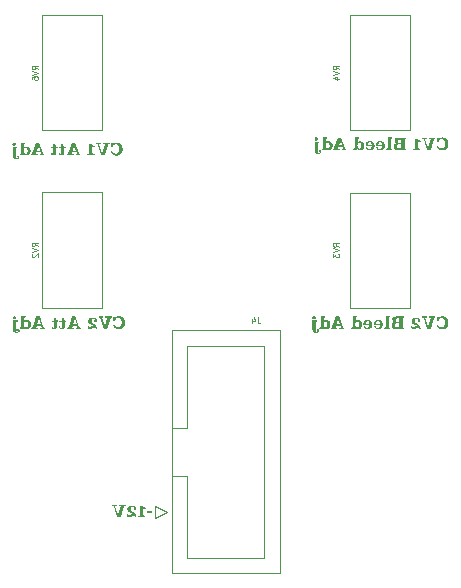
<source format=gbr>
%TF.GenerationSoftware,KiCad,Pcbnew,7.0.10*%
%TF.CreationDate,2024-03-07T23:06:27-06:00*%
%TF.ProjectId,Dual_VCA,4475616c-5f56-4434-912e-6b696361645f,rev?*%
%TF.SameCoordinates,Original*%
%TF.FileFunction,Legend,Bot*%
%TF.FilePolarity,Positive*%
%FSLAX46Y46*%
G04 Gerber Fmt 4.6, Leading zero omitted, Abs format (unit mm)*
G04 Created by KiCad (PCBNEW 7.0.10) date 2024-03-07 23:06:27*
%MOMM*%
%LPD*%
G01*
G04 APERTURE LIST*
%ADD10C,0.250000*%
%ADD11C,0.125000*%
%ADD12C,0.120000*%
G04 APERTURE END LIST*
D10*
G36*
X117646713Y-148956106D02*
G01*
X118041898Y-148956106D01*
X118041898Y-148831053D01*
X117646713Y-148831053D01*
X117646713Y-148956106D01*
G37*
G36*
X117064193Y-149129518D02*
G01*
X117062884Y-149140430D01*
X117058956Y-149150269D01*
X117052408Y-149159035D01*
X117043242Y-149166727D01*
X117031457Y-149173346D01*
X117022145Y-149177162D01*
X117011669Y-149180501D01*
X117000030Y-149183364D01*
X116987226Y-149185749D01*
X116973258Y-149187657D01*
X116958127Y-149189088D01*
X116941831Y-149190042D01*
X116924372Y-149190519D01*
X116915205Y-149190579D01*
X116915205Y-149300000D01*
X117514333Y-149300000D01*
X117514333Y-149190579D01*
X117503604Y-149190519D01*
X117493216Y-149190341D01*
X117483168Y-149190044D01*
X117464094Y-149189094D01*
X117446383Y-149187669D01*
X117430034Y-149185768D01*
X117415047Y-149183392D01*
X117401423Y-149180542D01*
X117389161Y-149177216D01*
X117378262Y-149173415D01*
X117368725Y-149169139D01*
X117356974Y-149161833D01*
X117348288Y-149153459D01*
X117342669Y-149144016D01*
X117340114Y-149133504D01*
X117339944Y-149129762D01*
X117339944Y-148612212D01*
X117527034Y-148612212D01*
X117532651Y-148502791D01*
X117520467Y-148502357D01*
X117508522Y-148501604D01*
X117496816Y-148500533D01*
X117485348Y-148499142D01*
X117474120Y-148497434D01*
X117463131Y-148495406D01*
X117452381Y-148493060D01*
X117441869Y-148490396D01*
X117431597Y-148487412D01*
X117421564Y-148484110D01*
X117411769Y-148480489D01*
X117402214Y-148476550D01*
X117392898Y-148472292D01*
X117383821Y-148467715D01*
X117374982Y-148462820D01*
X117366383Y-148457606D01*
X117358023Y-148452073D01*
X117349901Y-148446222D01*
X117342019Y-148440052D01*
X117334376Y-148433563D01*
X117326971Y-148426756D01*
X117319806Y-148419630D01*
X117312880Y-148412185D01*
X117306192Y-148404422D01*
X117299744Y-148396340D01*
X117293535Y-148387939D01*
X117287564Y-148379220D01*
X117281833Y-148370182D01*
X117276341Y-148360826D01*
X117271087Y-148351150D01*
X117266073Y-148341156D01*
X117261297Y-148330844D01*
X117055889Y-148346475D01*
X117057139Y-148358184D01*
X117058294Y-148369345D01*
X117059353Y-148379956D01*
X117060316Y-148390019D01*
X117061347Y-148401371D01*
X117062240Y-148411933D01*
X117062904Y-148421913D01*
X117063430Y-148431705D01*
X117063871Y-148442890D01*
X117064125Y-148453817D01*
X117064193Y-148462979D01*
X117064193Y-149129518D01*
G37*
G36*
X115969497Y-149047941D02*
G01*
X115968140Y-149058863D01*
X115967194Y-149069610D01*
X115966566Y-149079815D01*
X115966125Y-149090767D01*
X115966078Y-149092393D01*
X115965792Y-149103217D01*
X115965577Y-149113036D01*
X115965416Y-149123027D01*
X115965345Y-149133670D01*
X115965583Y-149145176D01*
X115966299Y-149156492D01*
X115967492Y-149167616D01*
X115969161Y-149178550D01*
X115971308Y-149189293D01*
X115973932Y-149199845D01*
X115975115Y-149204012D01*
X115978484Y-149214119D01*
X115982485Y-149223833D01*
X115987118Y-149233153D01*
X115992383Y-149242080D01*
X115998281Y-149250613D01*
X116004810Y-149258752D01*
X116007599Y-149261898D01*
X116014913Y-149269356D01*
X116022812Y-149276314D01*
X116031295Y-149282770D01*
X116040362Y-149288726D01*
X116050013Y-149294181D01*
X116060249Y-149299135D01*
X116064508Y-149300976D01*
X116075597Y-149305198D01*
X116084942Y-149308060D01*
X116094706Y-149310465D01*
X116104889Y-149312411D01*
X116115493Y-149313899D01*
X116126516Y-149314930D01*
X116137960Y-149315502D01*
X116146817Y-149315631D01*
X116161075Y-149315502D01*
X116174813Y-149315116D01*
X116188031Y-149314472D01*
X116200730Y-149313570D01*
X116212910Y-149312411D01*
X116224570Y-149310994D01*
X116235710Y-149309320D01*
X116246331Y-149307388D01*
X116256433Y-149305198D01*
X116266015Y-149302751D01*
X116272114Y-149300976D01*
X116283883Y-149297267D01*
X116295378Y-149293466D01*
X116306598Y-149289573D01*
X116317543Y-149285589D01*
X116328213Y-149281513D01*
X116338609Y-149277346D01*
X116348730Y-149273087D01*
X116358576Y-149268736D01*
X116368227Y-149264386D01*
X116377886Y-149260127D01*
X116387553Y-149255959D01*
X116397227Y-149251884D01*
X116406909Y-149247899D01*
X116416599Y-149244007D01*
X116426296Y-149240206D01*
X116436001Y-149236496D01*
X116445946Y-149233062D01*
X116456487Y-149230085D01*
X116467623Y-149227566D01*
X116479354Y-149225505D01*
X116491681Y-149223903D01*
X116504603Y-149222758D01*
X116514685Y-149222200D01*
X116525102Y-149221899D01*
X116532233Y-149221842D01*
X116544292Y-149222147D01*
X116555802Y-149223063D01*
X116566762Y-149224590D01*
X116577173Y-149226727D01*
X116587035Y-149229474D01*
X116596346Y-149232833D01*
X116607213Y-149237889D01*
X116613321Y-149241381D01*
X116622875Y-149247964D01*
X116631845Y-149255502D01*
X116640230Y-149263993D01*
X116646517Y-149271473D01*
X116652430Y-149279563D01*
X116657970Y-149288264D01*
X116663135Y-149297576D01*
X116664368Y-149300000D01*
X116765729Y-149300000D01*
X116763012Y-149285268D01*
X116760115Y-149270870D01*
X116757036Y-149256806D01*
X116753776Y-149243076D01*
X116750335Y-149229680D01*
X116746712Y-149216617D01*
X116742908Y-149203889D01*
X116738923Y-149191495D01*
X116734757Y-149179434D01*
X116730409Y-149167708D01*
X116725880Y-149156315D01*
X116721170Y-149145256D01*
X116716278Y-149134532D01*
X116711205Y-149124141D01*
X116705951Y-149114084D01*
X116700516Y-149104361D01*
X116694921Y-149094904D01*
X116689250Y-149085646D01*
X116683503Y-149076586D01*
X116677679Y-149067725D01*
X116671779Y-149059062D01*
X116665803Y-149050597D01*
X116659750Y-149042331D01*
X116653621Y-149034263D01*
X116647416Y-149026394D01*
X116641134Y-149018723D01*
X116634776Y-149011251D01*
X116625096Y-149000415D01*
X116615245Y-148990025D01*
X116605221Y-148980081D01*
X116601842Y-148976866D01*
X116591652Y-148967393D01*
X116581414Y-148958207D01*
X116571129Y-148949309D01*
X116560798Y-148940699D01*
X116550418Y-148932377D01*
X116539992Y-148924342D01*
X116529518Y-148916594D01*
X116518998Y-148909135D01*
X116508430Y-148901963D01*
X116497814Y-148895078D01*
X116490711Y-148890648D01*
X116480127Y-148884043D01*
X116469714Y-148877416D01*
X116459473Y-148870768D01*
X116449404Y-148864099D01*
X116439506Y-148857407D01*
X116429780Y-148850695D01*
X116420226Y-148843961D01*
X116410844Y-148837205D01*
X116401633Y-148830428D01*
X116392594Y-148823630D01*
X116386664Y-148819085D01*
X116377973Y-148812169D01*
X116369579Y-148805069D01*
X116361481Y-148797784D01*
X116353680Y-148790314D01*
X116346174Y-148782660D01*
X116338965Y-148774821D01*
X116332052Y-148766798D01*
X116325435Y-148758589D01*
X116319115Y-148750197D01*
X116313090Y-148741619D01*
X116309239Y-148735799D01*
X116303826Y-148726709D01*
X116298946Y-148717117D01*
X116294599Y-148707022D01*
X116290783Y-148696426D01*
X116287500Y-148685327D01*
X116284750Y-148673726D01*
X116282531Y-148661622D01*
X116280846Y-148649016D01*
X116279692Y-148635908D01*
X116279071Y-148622297D01*
X116278953Y-148612944D01*
X116279331Y-148599057D01*
X116280464Y-148585788D01*
X116282353Y-148573137D01*
X116284998Y-148561104D01*
X116288398Y-148549689D01*
X116292554Y-148538893D01*
X116297466Y-148528715D01*
X116303133Y-148519155D01*
X116309556Y-148510214D01*
X116316734Y-148501890D01*
X116321939Y-148496685D01*
X116330264Y-148489395D01*
X116339116Y-148482823D01*
X116348496Y-148476968D01*
X116358404Y-148471829D01*
X116368841Y-148467408D01*
X116379805Y-148463703D01*
X116391298Y-148460716D01*
X116403318Y-148458446D01*
X116415867Y-148456892D01*
X116428944Y-148456056D01*
X116437955Y-148455896D01*
X116450835Y-148456083D01*
X116463097Y-148456643D01*
X116474740Y-148457577D01*
X116485765Y-148458884D01*
X116496172Y-148460565D01*
X116505961Y-148462620D01*
X116518051Y-148465940D01*
X116529042Y-148469924D01*
X116538934Y-148474572D01*
X116543468Y-148477145D01*
X116551951Y-148482553D01*
X116561686Y-148489753D01*
X116570456Y-148497441D01*
X116578259Y-148505619D01*
X116585096Y-148514286D01*
X116590967Y-148523441D01*
X116594026Y-148529169D01*
X116583098Y-148530629D01*
X116572479Y-148533909D01*
X116562169Y-148539009D01*
X116553814Y-148544650D01*
X116545674Y-148551555D01*
X116539316Y-148557990D01*
X116531998Y-148566866D01*
X116525920Y-148576399D01*
X116521083Y-148586587D01*
X116517486Y-148597431D01*
X116515130Y-148608931D01*
X116514014Y-148621087D01*
X116513914Y-148626133D01*
X116514388Y-148638204D01*
X116515807Y-148649749D01*
X116518173Y-148660766D01*
X116521486Y-148671257D01*
X116525745Y-148681222D01*
X116530950Y-148690659D01*
X116537102Y-148699570D01*
X116544200Y-148707955D01*
X116552157Y-148715511D01*
X116560885Y-148722060D01*
X116570384Y-148727601D01*
X116580654Y-148732135D01*
X116591694Y-148735661D01*
X116603506Y-148738180D01*
X116616088Y-148739691D01*
X116626031Y-148740163D01*
X116629441Y-148740195D01*
X116639254Y-148739892D01*
X116651662Y-148738547D01*
X116663300Y-148736126D01*
X116674167Y-148732628D01*
X116684263Y-148728054D01*
X116693588Y-148722404D01*
X116702142Y-148715678D01*
X116709926Y-148707875D01*
X116711751Y-148705757D01*
X116718506Y-148696849D01*
X116724360Y-148687347D01*
X116729314Y-148677249D01*
X116733367Y-148666556D01*
X116736519Y-148655267D01*
X116738770Y-148643383D01*
X116740121Y-148630904D01*
X116740572Y-148617829D01*
X116740255Y-148606827D01*
X116739305Y-148595679D01*
X116737721Y-148584387D01*
X116735504Y-148572950D01*
X116732653Y-148561367D01*
X116729169Y-148549640D01*
X116725051Y-148537767D01*
X116720300Y-148525750D01*
X116716245Y-148516718D01*
X116711773Y-148507849D01*
X116706885Y-148499144D01*
X116701581Y-148490602D01*
X116695860Y-148482222D01*
X116689722Y-148474006D01*
X116683169Y-148465954D01*
X116676198Y-148458064D01*
X116668812Y-148450337D01*
X116661009Y-148442774D01*
X116655575Y-148437822D01*
X116647026Y-148430567D01*
X116638047Y-148423548D01*
X116628639Y-148416766D01*
X116618801Y-148410219D01*
X116608535Y-148403909D01*
X116597838Y-148397834D01*
X116586713Y-148391996D01*
X116575158Y-148386394D01*
X116563174Y-148381028D01*
X116550761Y-148375898D01*
X116542247Y-148372609D01*
X116529052Y-148367939D01*
X116515390Y-148363728D01*
X116501260Y-148359976D01*
X116491580Y-148357730D01*
X116481692Y-148355689D01*
X116471596Y-148353851D01*
X116461292Y-148352218D01*
X116450780Y-148350789D01*
X116440060Y-148349564D01*
X116429132Y-148348543D01*
X116417996Y-148347726D01*
X116406652Y-148347113D01*
X116395100Y-148346705D01*
X116383341Y-148346501D01*
X116377383Y-148346475D01*
X116363988Y-148346600D01*
X116350641Y-148346973D01*
X116337341Y-148347596D01*
X116324088Y-148348468D01*
X116310882Y-148349588D01*
X116297724Y-148350958D01*
X116284613Y-148352576D01*
X116271549Y-148354444D01*
X116258532Y-148356560D01*
X116245563Y-148358926D01*
X116236943Y-148360642D01*
X116224120Y-148363426D01*
X116211572Y-148366558D01*
X116199299Y-148370037D01*
X116187301Y-148373865D01*
X116175577Y-148378040D01*
X116164128Y-148382563D01*
X116152954Y-148387434D01*
X116142055Y-148392653D01*
X116131430Y-148398219D01*
X116121080Y-148404133D01*
X116114333Y-148408269D01*
X116104484Y-148414742D01*
X116094996Y-148421615D01*
X116085868Y-148428888D01*
X116077101Y-148436559D01*
X116068695Y-148444630D01*
X116060649Y-148453100D01*
X116052964Y-148461969D01*
X116045640Y-148471238D01*
X116038676Y-148480906D01*
X116032073Y-148490973D01*
X116027871Y-148497906D01*
X116021979Y-148508684D01*
X116016666Y-148519951D01*
X116011932Y-148531707D01*
X116007778Y-148543953D01*
X116004204Y-148556689D01*
X116001210Y-148569914D01*
X115998795Y-148583628D01*
X115996959Y-148597832D01*
X115996058Y-148607573D01*
X115995414Y-148617532D01*
X115995027Y-148627708D01*
X115994898Y-148638101D01*
X115995058Y-148650082D01*
X115995536Y-148661781D01*
X115996332Y-148673201D01*
X115997448Y-148684340D01*
X115998882Y-148695198D01*
X116000634Y-148705776D01*
X116002705Y-148716073D01*
X116005095Y-148726090D01*
X116007804Y-148735826D01*
X116010831Y-148745282D01*
X116015970Y-148758940D01*
X116021825Y-148771966D01*
X116028398Y-148784362D01*
X116035687Y-148796127D01*
X116043526Y-148807334D01*
X116051747Y-148818151D01*
X116060350Y-148828578D01*
X116069335Y-148838613D01*
X116078702Y-148848258D01*
X116088452Y-148857513D01*
X116098583Y-148866376D01*
X116109097Y-148874849D01*
X116119993Y-148882931D01*
X116131271Y-148890623D01*
X116139002Y-148895533D01*
X116150826Y-148902640D01*
X116162852Y-148909490D01*
X116175081Y-148916081D01*
X116187511Y-148922415D01*
X116200142Y-148928492D01*
X116212976Y-148934311D01*
X116226011Y-148939872D01*
X116239248Y-148945176D01*
X116252687Y-148950222D01*
X116266327Y-148955010D01*
X116275533Y-148958060D01*
X116289310Y-148962504D01*
X116302979Y-148966952D01*
X116316541Y-148971405D01*
X116329996Y-148975863D01*
X116343343Y-148980324D01*
X116356583Y-148984790D01*
X116369715Y-148989260D01*
X116382741Y-148993734D01*
X116395659Y-148998213D01*
X116408469Y-149002696D01*
X116416950Y-149005687D01*
X116429437Y-149010231D01*
X116441619Y-149014886D01*
X116453497Y-149019653D01*
X116465070Y-149024532D01*
X116476337Y-149029522D01*
X116487300Y-149034624D01*
X116497959Y-149039837D01*
X116508312Y-149045163D01*
X116518361Y-149050599D01*
X116528104Y-149056148D01*
X116534431Y-149059909D01*
X116543460Y-149065733D01*
X116551862Y-149071939D01*
X116559637Y-149078527D01*
X116566785Y-149085497D01*
X116573307Y-149092849D01*
X116581027Y-149103247D01*
X116587633Y-149114324D01*
X116593125Y-149126080D01*
X116596512Y-149135343D01*
X116598422Y-149141730D01*
X116590738Y-149134201D01*
X116582981Y-149127093D01*
X116575150Y-149120405D01*
X116567247Y-149114138D01*
X116559271Y-149108292D01*
X116548522Y-149101152D01*
X116537644Y-149094760D01*
X116526636Y-149089115D01*
X116515498Y-149084219D01*
X116512693Y-149083112D01*
X116501225Y-149078990D01*
X116489414Y-149075418D01*
X116477259Y-149072396D01*
X116464760Y-149069923D01*
X116451919Y-149067999D01*
X116442062Y-149066917D01*
X116432012Y-149066145D01*
X116421769Y-149065681D01*
X116411332Y-149065526D01*
X116399563Y-149065683D01*
X116388190Y-149066152D01*
X116377215Y-149066935D01*
X116366636Y-149068030D01*
X116356454Y-149069438D01*
X116346669Y-149071159D01*
X116334996Y-149073751D01*
X116328290Y-149075540D01*
X116317436Y-149078635D01*
X116306857Y-149081813D01*
X116296551Y-149085075D01*
X116286520Y-149088420D01*
X116276764Y-149091849D01*
X116267282Y-149095361D01*
X116263565Y-149096789D01*
X116254366Y-149100341D01*
X116243421Y-149104508D01*
X116232579Y-149108573D01*
X116221840Y-149112534D01*
X116211204Y-149116392D01*
X116205924Y-149118283D01*
X116195185Y-149121603D01*
X116184034Y-149124236D01*
X116172470Y-149126183D01*
X116162520Y-149127280D01*
X116152282Y-149127900D01*
X116143886Y-149128053D01*
X116131926Y-149127659D01*
X116120621Y-149126478D01*
X116109973Y-149124511D01*
X116099980Y-149121756D01*
X116090643Y-149118214D01*
X116080305Y-149112924D01*
X116078674Y-149111933D01*
X116069543Y-149104771D01*
X116062958Y-149097098D01*
X116057302Y-149087875D01*
X116052577Y-149077101D01*
X116049467Y-149067365D01*
X116046952Y-149056638D01*
X116045457Y-149047941D01*
X115969497Y-149047941D01*
G37*
G36*
X114708471Y-148362107D02*
G01*
X114720050Y-148362201D01*
X114730971Y-148362485D01*
X114741236Y-148362957D01*
X114753900Y-148363881D01*
X114765397Y-148365140D01*
X114775726Y-148366735D01*
X114786994Y-148369201D01*
X114796438Y-148372192D01*
X114798108Y-148372854D01*
X114807147Y-148377118D01*
X114816000Y-148382919D01*
X114823884Y-148390635D01*
X114829387Y-148399512D01*
X114830837Y-148403140D01*
X115146154Y-149300000D01*
X115430209Y-149300000D01*
X115728429Y-148404605D01*
X115733631Y-148394645D01*
X115741420Y-148386012D01*
X115751797Y-148378708D01*
X115761277Y-148374101D01*
X115772213Y-148370241D01*
X115784604Y-148367129D01*
X115798451Y-148364763D01*
X115808490Y-148363601D01*
X115819177Y-148362771D01*
X115830510Y-148362273D01*
X115842491Y-148362107D01*
X115842491Y-148252686D01*
X115278290Y-148252686D01*
X115278290Y-148362107D01*
X115386734Y-148362107D01*
X115398484Y-148362691D01*
X115408243Y-148364444D01*
X115417325Y-148368091D01*
X115424973Y-148375571D01*
X115427522Y-148386043D01*
X115426057Y-148394347D01*
X115423217Y-148403767D01*
X115423126Y-148404117D01*
X115200865Y-149099232D01*
X114968834Y-148415596D01*
X114965854Y-148406262D01*
X114964686Y-148396423D01*
X114964682Y-148395812D01*
X114966226Y-148386102D01*
X114972157Y-148376623D01*
X114980497Y-148370533D01*
X114991925Y-148366090D01*
X115003292Y-148363720D01*
X115013115Y-148362634D01*
X115024049Y-148362140D01*
X115027941Y-148362107D01*
X115108053Y-148362107D01*
X115108053Y-148252686D01*
X114709937Y-148252686D01*
X114708471Y-148362107D01*
G37*
G36*
X142189036Y-132668778D02*
G01*
X142330942Y-132680013D01*
X142333765Y-132666494D01*
X142336922Y-132653353D01*
X142340413Y-132640589D01*
X142344238Y-132628203D01*
X142348396Y-132616195D01*
X142352889Y-132604565D01*
X142357716Y-132593313D01*
X142362876Y-132582438D01*
X142368371Y-132571942D01*
X142374199Y-132561823D01*
X142380362Y-132552082D01*
X142386858Y-132542718D01*
X142393688Y-132533733D01*
X142400852Y-132525125D01*
X142408350Y-132516895D01*
X142416182Y-132509043D01*
X142424360Y-132501620D01*
X142432894Y-132494675D01*
X142441785Y-132488209D01*
X142451033Y-132482223D01*
X142460637Y-132476715D01*
X142470599Y-132471686D01*
X142480917Y-132467136D01*
X142491592Y-132463065D01*
X142502624Y-132459473D01*
X142514013Y-132456360D01*
X142525759Y-132453725D01*
X142537861Y-132451570D01*
X142550320Y-132449894D01*
X142563136Y-132448696D01*
X142576309Y-132447978D01*
X142589839Y-132447739D01*
X142599687Y-132447841D01*
X142618843Y-132448664D01*
X142637279Y-132450309D01*
X142654996Y-132452776D01*
X142671994Y-132456065D01*
X142688272Y-132460177D01*
X142703831Y-132465112D01*
X142718671Y-132470869D01*
X142732791Y-132477448D01*
X142746192Y-132484850D01*
X142758874Y-132493074D01*
X142770836Y-132502120D01*
X142782079Y-132511989D01*
X142792602Y-132522681D01*
X142802406Y-132534195D01*
X142811491Y-132546531D01*
X142815764Y-132553007D01*
X142823838Y-132566474D01*
X142831391Y-132580618D01*
X142838424Y-132595440D01*
X142844935Y-132610939D01*
X142850926Y-132627115D01*
X142856396Y-132643969D01*
X142861344Y-132661500D01*
X142865772Y-132679708D01*
X142869679Y-132698594D01*
X142871437Y-132708291D01*
X142873065Y-132718157D01*
X142874563Y-132728193D01*
X142875930Y-132738398D01*
X142877168Y-132748772D01*
X142878275Y-132759316D01*
X142879251Y-132770029D01*
X142880098Y-132780912D01*
X142880814Y-132791963D01*
X142881400Y-132803184D01*
X142881856Y-132814575D01*
X142882181Y-132826135D01*
X142882377Y-132837864D01*
X142882442Y-132849762D01*
X142882363Y-132862170D01*
X142882125Y-132874358D01*
X142881729Y-132886327D01*
X142881175Y-132898077D01*
X142880462Y-132909607D01*
X142879591Y-132920917D01*
X142878562Y-132932008D01*
X142877374Y-132942880D01*
X142876028Y-132953532D01*
X142874523Y-132963965D01*
X142872860Y-132974178D01*
X142871039Y-132984172D01*
X142869059Y-132993947D01*
X142866921Y-133003502D01*
X142863417Y-133017423D01*
X142862170Y-133021953D01*
X142858188Y-133035190D01*
X142853935Y-133047971D01*
X142849412Y-133060297D01*
X142844619Y-133072168D01*
X142839555Y-133083584D01*
X142834220Y-133094545D01*
X142828615Y-133105051D01*
X142822740Y-133115102D01*
X142816594Y-133124697D01*
X142810178Y-133133838D01*
X142805750Y-133139678D01*
X142798908Y-133148078D01*
X142791848Y-133156056D01*
X142784569Y-133163614D01*
X142777070Y-133170751D01*
X142769353Y-133177467D01*
X142761417Y-133183762D01*
X142753262Y-133189637D01*
X142744887Y-133195091D01*
X142736294Y-133200124D01*
X142727482Y-133204737D01*
X142721486Y-133207578D01*
X142712317Y-133211463D01*
X142703036Y-133214965D01*
X142693644Y-133218086D01*
X142684140Y-133220824D01*
X142674524Y-133223181D01*
X142664797Y-133225155D01*
X142654958Y-133226747D01*
X142645007Y-133227957D01*
X142634945Y-133228785D01*
X142624771Y-133229231D01*
X142617927Y-133229316D01*
X142601644Y-133229108D01*
X142585828Y-133228484D01*
X142570480Y-133227444D01*
X142555599Y-133225988D01*
X142541186Y-133224116D01*
X142527240Y-133221828D01*
X142513762Y-133219124D01*
X142500751Y-133216004D01*
X142488208Y-133212469D01*
X142476133Y-133208517D01*
X142464524Y-133204149D01*
X142453384Y-133199365D01*
X142442710Y-133194166D01*
X142432505Y-133188550D01*
X142422766Y-133182518D01*
X142413496Y-133176071D01*
X142404568Y-133169154D01*
X142395922Y-133161775D01*
X142387555Y-133153934D01*
X142379470Y-133145632D01*
X142371664Y-133136868D01*
X142364140Y-133127642D01*
X142356895Y-133117954D01*
X142349931Y-133107805D01*
X142343248Y-133097194D01*
X142336845Y-133086121D01*
X142330723Y-133074586D01*
X142324881Y-133062589D01*
X142319320Y-133050131D01*
X142314039Y-133037211D01*
X142309039Y-133023829D01*
X142304319Y-133009986D01*
X142176336Y-133042226D01*
X142179906Y-133055355D01*
X142183746Y-133068363D01*
X142187857Y-133081252D01*
X142192238Y-133094020D01*
X142196890Y-133106669D01*
X142201812Y-133119196D01*
X142207005Y-133131604D01*
X142212469Y-133143892D01*
X142218202Y-133156059D01*
X142224207Y-133168106D01*
X142228360Y-133176071D01*
X142234866Y-133187868D01*
X142241746Y-133199446D01*
X142249000Y-133210806D01*
X142256627Y-133221946D01*
X142264627Y-133232868D01*
X142273002Y-133243570D01*
X142281749Y-133254054D01*
X142290870Y-133264319D01*
X142300365Y-133274364D01*
X142310233Y-133284191D01*
X142317020Y-133290621D01*
X142327503Y-133299961D01*
X142338438Y-133308933D01*
X142349823Y-133317535D01*
X142361659Y-133325769D01*
X142373946Y-133333633D01*
X142382387Y-133338670D01*
X142391029Y-133343544D01*
X142399872Y-133348253D01*
X142408914Y-133352798D01*
X142418158Y-133357179D01*
X142427601Y-133361396D01*
X142437245Y-133365449D01*
X142447089Y-133369338D01*
X142452086Y-133371221D01*
X142462215Y-133374859D01*
X142472576Y-133378262D01*
X142483167Y-133381430D01*
X142493989Y-133384364D01*
X142505042Y-133387063D01*
X142516326Y-133389527D01*
X142527840Y-133391757D01*
X142539586Y-133393752D01*
X142551563Y-133395512D01*
X142563770Y-133397038D01*
X142576208Y-133398329D01*
X142588877Y-133399385D01*
X142601777Y-133400206D01*
X142614908Y-133400793D01*
X142628270Y-133401145D01*
X142641863Y-133401263D01*
X142655703Y-133401136D01*
X142669439Y-133400755D01*
X142683073Y-133400121D01*
X142696604Y-133399232D01*
X142710031Y-133398090D01*
X142723356Y-133396694D01*
X142736577Y-133395045D01*
X142749696Y-133393142D01*
X142762711Y-133390984D01*
X142775624Y-133388573D01*
X142788433Y-133385909D01*
X142801140Y-133382990D01*
X142813743Y-133379818D01*
X142826243Y-133376392D01*
X142838640Y-133372712D01*
X142850935Y-133368778D01*
X142863048Y-133364586D01*
X142874966Y-133360131D01*
X142886687Y-133355412D01*
X142898211Y-133350430D01*
X142909539Y-133345184D01*
X142920670Y-133339675D01*
X142931604Y-133333903D01*
X142942342Y-133327868D01*
X142952884Y-133321569D01*
X142963229Y-133315007D01*
X142973378Y-133308181D01*
X142983329Y-133301092D01*
X142993085Y-133293740D01*
X143002644Y-133286125D01*
X143012006Y-133278246D01*
X143021172Y-133270104D01*
X143030091Y-133261665D01*
X143038776Y-133252958D01*
X143047227Y-133243981D01*
X143055442Y-133234735D01*
X143063423Y-133225220D01*
X143071169Y-133215436D01*
X143078681Y-133205383D01*
X143085957Y-133195061D01*
X143092999Y-133184469D01*
X143099807Y-133173609D01*
X143106379Y-133162480D01*
X143112717Y-133151082D01*
X143118820Y-133139414D01*
X143124689Y-133127478D01*
X143130323Y-133115272D01*
X143135722Y-133102798D01*
X143140838Y-133090018D01*
X143145625Y-133076958D01*
X143150082Y-133063617D01*
X143154208Y-133049996D01*
X143158004Y-133036094D01*
X143161470Y-133021911D01*
X143164606Y-133007449D01*
X143167412Y-132992705D01*
X143169888Y-132977682D01*
X143172034Y-132962377D01*
X143173849Y-132946792D01*
X143175335Y-132930927D01*
X143176490Y-132914781D01*
X143177316Y-132898355D01*
X143177811Y-132881648D01*
X143177976Y-132864661D01*
X143177814Y-132847007D01*
X143177327Y-132829643D01*
X143176516Y-132812569D01*
X143175381Y-132795785D01*
X143173921Y-132779291D01*
X143172137Y-132763087D01*
X143170028Y-132747173D01*
X143167595Y-132731549D01*
X143164838Y-132716215D01*
X143161757Y-132701171D01*
X143158350Y-132686417D01*
X143154620Y-132671953D01*
X143150565Y-132657780D01*
X143146186Y-132643896D01*
X143141482Y-132630302D01*
X143136454Y-132616999D01*
X143131152Y-132603984D01*
X143125624Y-132591258D01*
X143119871Y-132578820D01*
X143113893Y-132566670D01*
X143107689Y-132554808D01*
X143101261Y-132543234D01*
X143094607Y-132531948D01*
X143087728Y-132520950D01*
X143080624Y-132510241D01*
X143073295Y-132499819D01*
X143065740Y-132489686D01*
X143057961Y-132479841D01*
X143049956Y-132470284D01*
X143041726Y-132461015D01*
X143033271Y-132452035D01*
X143024591Y-132443342D01*
X143015714Y-132434900D01*
X143006666Y-132426730D01*
X142997449Y-132418833D01*
X142988062Y-132411209D01*
X142978505Y-132403858D01*
X142968778Y-132396780D01*
X142958881Y-132389974D01*
X142948815Y-132383442D01*
X142938579Y-132377182D01*
X142928173Y-132371195D01*
X142917597Y-132365481D01*
X142906851Y-132360040D01*
X142895935Y-132354872D01*
X142884850Y-132349976D01*
X142873595Y-132345354D01*
X142862170Y-132341004D01*
X142850589Y-132336893D01*
X142838929Y-132333047D01*
X142827188Y-132329467D01*
X142815367Y-132326151D01*
X142803466Y-132323101D01*
X142791484Y-132320316D01*
X142779423Y-132317797D01*
X142767281Y-132315542D01*
X142755060Y-132313553D01*
X142742758Y-132311829D01*
X142730376Y-132310370D01*
X142717914Y-132309176D01*
X142705372Y-132308248D01*
X142692749Y-132307585D01*
X142680047Y-132307187D01*
X142667264Y-132307055D01*
X142654005Y-132307154D01*
X142640974Y-132307452D01*
X142628169Y-132307948D01*
X142615591Y-132308642D01*
X142603241Y-132309535D01*
X142591117Y-132310627D01*
X142579221Y-132311917D01*
X142567552Y-132313405D01*
X142556110Y-132315092D01*
X142544894Y-132316977D01*
X142533906Y-132319061D01*
X142523145Y-132321343D01*
X142512612Y-132323823D01*
X142502305Y-132326502D01*
X142492225Y-132329380D01*
X142482372Y-132332456D01*
X142472732Y-132335657D01*
X142463352Y-132338970D01*
X142449768Y-132344152D01*
X142436767Y-132349586D01*
X142424351Y-132355274D01*
X142412519Y-132361215D01*
X142401270Y-132367410D01*
X142390606Y-132373858D01*
X142380525Y-132380559D01*
X142371028Y-132387514D01*
X142362115Y-132394721D01*
X142359274Y-132397180D01*
X142326789Y-132338318D01*
X142189036Y-132338318D01*
X142189036Y-132668778D01*
G37*
G36*
X140943886Y-132432107D02*
G01*
X140955465Y-132432201D01*
X140966386Y-132432485D01*
X140976651Y-132432957D01*
X140989315Y-132433881D01*
X141000812Y-132435140D01*
X141011141Y-132436735D01*
X141022410Y-132439201D01*
X141031854Y-132442192D01*
X141033524Y-132442854D01*
X141042562Y-132447118D01*
X141051415Y-132452919D01*
X141059299Y-132460635D01*
X141064802Y-132469512D01*
X141066252Y-132473140D01*
X141381570Y-133370000D01*
X141665624Y-133370000D01*
X141963845Y-132474605D01*
X141969046Y-132464645D01*
X141976835Y-132456012D01*
X141987212Y-132448708D01*
X141996692Y-132444101D01*
X142007628Y-132440241D01*
X142020019Y-132437129D01*
X142033866Y-132434763D01*
X142043906Y-132433601D01*
X142054592Y-132432771D01*
X142065926Y-132432273D01*
X142077906Y-132432107D01*
X142077906Y-132322686D01*
X141513705Y-132322686D01*
X141513705Y-132432107D01*
X141622149Y-132432107D01*
X141633899Y-132432691D01*
X141643658Y-132434444D01*
X141652740Y-132438091D01*
X141660388Y-132445571D01*
X141662937Y-132456043D01*
X141661472Y-132464347D01*
X141658633Y-132473767D01*
X141658541Y-132474117D01*
X141436280Y-133169232D01*
X141204249Y-132485596D01*
X141201269Y-132476262D01*
X141200101Y-132466423D01*
X141200097Y-132465812D01*
X141201642Y-132456102D01*
X141207572Y-132446623D01*
X141215912Y-132440533D01*
X141227341Y-132436090D01*
X141238707Y-132433720D01*
X141248530Y-132432634D01*
X141259464Y-132432140D01*
X141263356Y-132432107D01*
X141343468Y-132432107D01*
X141343468Y-132322686D01*
X140945352Y-132322686D01*
X140943886Y-132432107D01*
G37*
G36*
X140024312Y-133117941D02*
G01*
X140022955Y-133128863D01*
X140022009Y-133139610D01*
X140021381Y-133149815D01*
X140020940Y-133160767D01*
X140020893Y-133162393D01*
X140020607Y-133173217D01*
X140020392Y-133183036D01*
X140020232Y-133193027D01*
X140020160Y-133203670D01*
X140020399Y-133215176D01*
X140021114Y-133226492D01*
X140022307Y-133237616D01*
X140023976Y-133248550D01*
X140026123Y-133259293D01*
X140028747Y-133269845D01*
X140029930Y-133274012D01*
X140033299Y-133284119D01*
X140037300Y-133293833D01*
X140041933Y-133303153D01*
X140047198Y-133312080D01*
X140053096Y-133320613D01*
X140059625Y-133328752D01*
X140062414Y-133331898D01*
X140069728Y-133339356D01*
X140077627Y-133346314D01*
X140086110Y-133352770D01*
X140095177Y-133358726D01*
X140104829Y-133364181D01*
X140115065Y-133369135D01*
X140119323Y-133370976D01*
X140130413Y-133375198D01*
X140139757Y-133378060D01*
X140149521Y-133380465D01*
X140159704Y-133382411D01*
X140170308Y-133383899D01*
X140181331Y-133384930D01*
X140192775Y-133385502D01*
X140201632Y-133385631D01*
X140215890Y-133385502D01*
X140229628Y-133385116D01*
X140242846Y-133384472D01*
X140255545Y-133383570D01*
X140267725Y-133382411D01*
X140279385Y-133380994D01*
X140290525Y-133379320D01*
X140301146Y-133377388D01*
X140311248Y-133375198D01*
X140320830Y-133372751D01*
X140326929Y-133370976D01*
X140338698Y-133367267D01*
X140350193Y-133363466D01*
X140361413Y-133359573D01*
X140372358Y-133355589D01*
X140383029Y-133351513D01*
X140393424Y-133347346D01*
X140403545Y-133343087D01*
X140413391Y-133338736D01*
X140423042Y-133334386D01*
X140432701Y-133330127D01*
X140442368Y-133325959D01*
X140452042Y-133321884D01*
X140461724Y-133317899D01*
X140471414Y-133314007D01*
X140481111Y-133310206D01*
X140490816Y-133306496D01*
X140500761Y-133303062D01*
X140511302Y-133300085D01*
X140522438Y-133297566D01*
X140534169Y-133295505D01*
X140546496Y-133293903D01*
X140559418Y-133292758D01*
X140569500Y-133292200D01*
X140579917Y-133291899D01*
X140587048Y-133291842D01*
X140599107Y-133292147D01*
X140610617Y-133293063D01*
X140621577Y-133294590D01*
X140631988Y-133296727D01*
X140641850Y-133299474D01*
X140651161Y-133302833D01*
X140662028Y-133307889D01*
X140668136Y-133311381D01*
X140677690Y-133317964D01*
X140686660Y-133325502D01*
X140695045Y-133333993D01*
X140701332Y-133341473D01*
X140707245Y-133349563D01*
X140712785Y-133358264D01*
X140717950Y-133367576D01*
X140719183Y-133370000D01*
X140820544Y-133370000D01*
X140817828Y-133355268D01*
X140814930Y-133340870D01*
X140811851Y-133326806D01*
X140808591Y-133313076D01*
X140805150Y-133299680D01*
X140801527Y-133286617D01*
X140797723Y-133273889D01*
X140793738Y-133261495D01*
X140789572Y-133249434D01*
X140785224Y-133237708D01*
X140780695Y-133226315D01*
X140775985Y-133215256D01*
X140771093Y-133204532D01*
X140766020Y-133194141D01*
X140760766Y-133184084D01*
X140755331Y-133174361D01*
X140749736Y-133164904D01*
X140744065Y-133155646D01*
X140738318Y-133146586D01*
X140732494Y-133137725D01*
X140726594Y-133129062D01*
X140720618Y-133120597D01*
X140714565Y-133112331D01*
X140708436Y-133104263D01*
X140702231Y-133096394D01*
X140695949Y-133088723D01*
X140689591Y-133081251D01*
X140679911Y-133070415D01*
X140670060Y-133060025D01*
X140660036Y-133050081D01*
X140656657Y-133046866D01*
X140646467Y-133037393D01*
X140636229Y-133028207D01*
X140625945Y-133019309D01*
X140615613Y-133010699D01*
X140605233Y-133002377D01*
X140594807Y-132994342D01*
X140584334Y-132986594D01*
X140573813Y-132979135D01*
X140563245Y-132971963D01*
X140552629Y-132965078D01*
X140545526Y-132960648D01*
X140534942Y-132954043D01*
X140524529Y-132947416D01*
X140514288Y-132940768D01*
X140504219Y-132934099D01*
X140494321Y-132927407D01*
X140484595Y-132920695D01*
X140475041Y-132913961D01*
X140465659Y-132907205D01*
X140456448Y-132900428D01*
X140447409Y-132893630D01*
X140441479Y-132889085D01*
X140432788Y-132882169D01*
X140424394Y-132875069D01*
X140416296Y-132867784D01*
X140408495Y-132860314D01*
X140400989Y-132852660D01*
X140393780Y-132844821D01*
X140386867Y-132836798D01*
X140380250Y-132828589D01*
X140373930Y-132820197D01*
X140367906Y-132811619D01*
X140364054Y-132805799D01*
X140358641Y-132796709D01*
X140353761Y-132787117D01*
X140349414Y-132777022D01*
X140345598Y-132766426D01*
X140342315Y-132755327D01*
X140339565Y-132743726D01*
X140337347Y-132731622D01*
X140335661Y-132719016D01*
X140334507Y-132705908D01*
X140333886Y-132692297D01*
X140333768Y-132682944D01*
X140334146Y-132669057D01*
X140335279Y-132655788D01*
X140337168Y-132643137D01*
X140339813Y-132631104D01*
X140343213Y-132619689D01*
X140347369Y-132608893D01*
X140352281Y-132598715D01*
X140357948Y-132589155D01*
X140364371Y-132580214D01*
X140371549Y-132571890D01*
X140376755Y-132566685D01*
X140385079Y-132559395D01*
X140393931Y-132552823D01*
X140403311Y-132546968D01*
X140413219Y-132541829D01*
X140423656Y-132537408D01*
X140434620Y-132533703D01*
X140446113Y-132530716D01*
X140458133Y-132528446D01*
X140470682Y-132526892D01*
X140483759Y-132526056D01*
X140492770Y-132525896D01*
X140505650Y-132526083D01*
X140517912Y-132526643D01*
X140529555Y-132527577D01*
X140540580Y-132528884D01*
X140550987Y-132530565D01*
X140560776Y-132532620D01*
X140572866Y-132535940D01*
X140583857Y-132539924D01*
X140593749Y-132544572D01*
X140598283Y-132547145D01*
X140606766Y-132552553D01*
X140616502Y-132559753D01*
X140625271Y-132567441D01*
X140633074Y-132575619D01*
X140639911Y-132584286D01*
X140645782Y-132593441D01*
X140648841Y-132599169D01*
X140637913Y-132600629D01*
X140627294Y-132603909D01*
X140616985Y-132609009D01*
X140608629Y-132614650D01*
X140600489Y-132621555D01*
X140594131Y-132627990D01*
X140586813Y-132636866D01*
X140580735Y-132646399D01*
X140575898Y-132656587D01*
X140572301Y-132667431D01*
X140569945Y-132678931D01*
X140568829Y-132691087D01*
X140568729Y-132696133D01*
X140569203Y-132708204D01*
X140570622Y-132719749D01*
X140572988Y-132730766D01*
X140576301Y-132741257D01*
X140580560Y-132751222D01*
X140585765Y-132760659D01*
X140591917Y-132769570D01*
X140599016Y-132777955D01*
X140606973Y-132785511D01*
X140615700Y-132792060D01*
X140625199Y-132797601D01*
X140635469Y-132802135D01*
X140646509Y-132805661D01*
X140658321Y-132808180D01*
X140670903Y-132809691D01*
X140680846Y-132810163D01*
X140684256Y-132810195D01*
X140694069Y-132809892D01*
X140706477Y-132808547D01*
X140718115Y-132806126D01*
X140728982Y-132802628D01*
X140739078Y-132798054D01*
X140748403Y-132792404D01*
X140756957Y-132785678D01*
X140764741Y-132777875D01*
X140766566Y-132775757D01*
X140773321Y-132766849D01*
X140779175Y-132757347D01*
X140784129Y-132747249D01*
X140788182Y-132736556D01*
X140791334Y-132725267D01*
X140793586Y-132713383D01*
X140794936Y-132700904D01*
X140795387Y-132687829D01*
X140795070Y-132676827D01*
X140794120Y-132665679D01*
X140792536Y-132654387D01*
X140790319Y-132642950D01*
X140787468Y-132631367D01*
X140783984Y-132619640D01*
X140779866Y-132607767D01*
X140775115Y-132595750D01*
X140771060Y-132586718D01*
X140766588Y-132577849D01*
X140761700Y-132569144D01*
X140756396Y-132560602D01*
X140750675Y-132552222D01*
X140744538Y-132544006D01*
X140737984Y-132535954D01*
X140731014Y-132528064D01*
X140723627Y-132520337D01*
X140715824Y-132512774D01*
X140710390Y-132507822D01*
X140701841Y-132500567D01*
X140692862Y-132493548D01*
X140683454Y-132486766D01*
X140673616Y-132480219D01*
X140663350Y-132473909D01*
X140652654Y-132467834D01*
X140641528Y-132461996D01*
X140629973Y-132456394D01*
X140617989Y-132451028D01*
X140605576Y-132445898D01*
X140597062Y-132442609D01*
X140583867Y-132437939D01*
X140570205Y-132433728D01*
X140556075Y-132429976D01*
X140546395Y-132427730D01*
X140536507Y-132425689D01*
X140526411Y-132423851D01*
X140516107Y-132422218D01*
X140505595Y-132420789D01*
X140494875Y-132419564D01*
X140483947Y-132418543D01*
X140472811Y-132417726D01*
X140461467Y-132417113D01*
X140449916Y-132416705D01*
X140438156Y-132416501D01*
X140432198Y-132416475D01*
X140418803Y-132416600D01*
X140405456Y-132416973D01*
X140392156Y-132417596D01*
X140378903Y-132418468D01*
X140365698Y-132419588D01*
X140352539Y-132420958D01*
X140339428Y-132422576D01*
X140326364Y-132424444D01*
X140313348Y-132426560D01*
X140300378Y-132428926D01*
X140291758Y-132430642D01*
X140278935Y-132433426D01*
X140266387Y-132436558D01*
X140254114Y-132440037D01*
X140242116Y-132443865D01*
X140230392Y-132448040D01*
X140218943Y-132452563D01*
X140207769Y-132457434D01*
X140196870Y-132462653D01*
X140186245Y-132468219D01*
X140175895Y-132474133D01*
X140169148Y-132478269D01*
X140159299Y-132484742D01*
X140149811Y-132491615D01*
X140140683Y-132498888D01*
X140131916Y-132506559D01*
X140123510Y-132514630D01*
X140115464Y-132523100D01*
X140107779Y-132531969D01*
X140100455Y-132541238D01*
X140093491Y-132550906D01*
X140086888Y-132560973D01*
X140082686Y-132567906D01*
X140076794Y-132578684D01*
X140071481Y-132589951D01*
X140066747Y-132601707D01*
X140062593Y-132613953D01*
X140059019Y-132626689D01*
X140056025Y-132639914D01*
X140053610Y-132653628D01*
X140051774Y-132667832D01*
X140050873Y-132677573D01*
X140050229Y-132687532D01*
X140049842Y-132697708D01*
X140049713Y-132708101D01*
X140049873Y-132720082D01*
X140050351Y-132731781D01*
X140051147Y-132743201D01*
X140052263Y-132754340D01*
X140053697Y-132765198D01*
X140055449Y-132775776D01*
X140057521Y-132786073D01*
X140059911Y-132796090D01*
X140062619Y-132805826D01*
X140065646Y-132815282D01*
X140070785Y-132828940D01*
X140076640Y-132841966D01*
X140083213Y-132854362D01*
X140090502Y-132866127D01*
X140098341Y-132877334D01*
X140106562Y-132888151D01*
X140115165Y-132898578D01*
X140124150Y-132908613D01*
X140133518Y-132918258D01*
X140143267Y-132927513D01*
X140153399Y-132936376D01*
X140163912Y-132944849D01*
X140174808Y-132952931D01*
X140186086Y-132960623D01*
X140193817Y-132965533D01*
X140205641Y-132972640D01*
X140217668Y-132979490D01*
X140229896Y-132986081D01*
X140242326Y-132992415D01*
X140254957Y-132998492D01*
X140267791Y-133004311D01*
X140280826Y-133009872D01*
X140294063Y-133015176D01*
X140307502Y-133020222D01*
X140321143Y-133025010D01*
X140330348Y-133028060D01*
X140344125Y-133032504D01*
X140357794Y-133036952D01*
X140371356Y-133041405D01*
X140384811Y-133045863D01*
X140398158Y-133050324D01*
X140411398Y-133054790D01*
X140424531Y-133059260D01*
X140437556Y-133063734D01*
X140450474Y-133068213D01*
X140463284Y-133072696D01*
X140471765Y-133075687D01*
X140484252Y-133080231D01*
X140496435Y-133084886D01*
X140508312Y-133089653D01*
X140519885Y-133094532D01*
X140531153Y-133099522D01*
X140542116Y-133104624D01*
X140552774Y-133109837D01*
X140563127Y-133115163D01*
X140573176Y-133120599D01*
X140582919Y-133126148D01*
X140589246Y-133129909D01*
X140598275Y-133135733D01*
X140606677Y-133141939D01*
X140614452Y-133148527D01*
X140621600Y-133155497D01*
X140628122Y-133162849D01*
X140635842Y-133173247D01*
X140642448Y-133184324D01*
X140647940Y-133196080D01*
X140651327Y-133205343D01*
X140653237Y-133211730D01*
X140645553Y-133204201D01*
X140637796Y-133197093D01*
X140629965Y-133190405D01*
X140622062Y-133184138D01*
X140614086Y-133178292D01*
X140603337Y-133171152D01*
X140592459Y-133164760D01*
X140581451Y-133159115D01*
X140570313Y-133154219D01*
X140567508Y-133153112D01*
X140556040Y-133148990D01*
X140544229Y-133145418D01*
X140532074Y-133142396D01*
X140519576Y-133139923D01*
X140506734Y-133137999D01*
X140496877Y-133136917D01*
X140486827Y-133136145D01*
X140476584Y-133135681D01*
X140466147Y-133135526D01*
X140454378Y-133135683D01*
X140443005Y-133136152D01*
X140432030Y-133136935D01*
X140421451Y-133138030D01*
X140411269Y-133139438D01*
X140401484Y-133141159D01*
X140389811Y-133143751D01*
X140383105Y-133145540D01*
X140372251Y-133148635D01*
X140361672Y-133151813D01*
X140351366Y-133155075D01*
X140341336Y-133158420D01*
X140331579Y-133161849D01*
X140322097Y-133165361D01*
X140318381Y-133166789D01*
X140309181Y-133170341D01*
X140298236Y-133174508D01*
X140287394Y-133178573D01*
X140276655Y-133182534D01*
X140266019Y-133186392D01*
X140260739Y-133188283D01*
X140250000Y-133191603D01*
X140238849Y-133194236D01*
X140227286Y-133196183D01*
X140217335Y-133197280D01*
X140207097Y-133197900D01*
X140198702Y-133198053D01*
X140186741Y-133197659D01*
X140175436Y-133196478D01*
X140164788Y-133194511D01*
X140154795Y-133191756D01*
X140145458Y-133188214D01*
X140135120Y-133182924D01*
X140133489Y-133181933D01*
X140124358Y-133174771D01*
X140117773Y-133167098D01*
X140112117Y-133157875D01*
X140107392Y-133147101D01*
X140104282Y-133137365D01*
X140101767Y-133126638D01*
X140100272Y-133117941D01*
X140024312Y-133117941D01*
G37*
G36*
X139414682Y-132432107D02*
G01*
X139399509Y-132432367D01*
X139385316Y-132433149D01*
X139372101Y-132434451D01*
X139359865Y-132436274D01*
X139348608Y-132438619D01*
X139338329Y-132441484D01*
X139329030Y-132444870D01*
X139316916Y-132450925D01*
X139307005Y-132458153D01*
X139299297Y-132466553D01*
X139293790Y-132476125D01*
X139290487Y-132486869D01*
X139289385Y-132498785D01*
X139289385Y-133193900D01*
X139290487Y-133205817D01*
X139293790Y-133216561D01*
X139299297Y-133226133D01*
X139307005Y-133234532D01*
X139316916Y-133241760D01*
X139329030Y-133247816D01*
X139338329Y-133251202D01*
X139348608Y-133254067D01*
X139359865Y-133256411D01*
X139372101Y-133258235D01*
X139385316Y-133259537D01*
X139399509Y-133260318D01*
X139414682Y-133260579D01*
X139414682Y-133370000D01*
X138760355Y-133370000D01*
X138747459Y-133369938D01*
X138734782Y-133369755D01*
X138722325Y-133369450D01*
X138710087Y-133369023D01*
X138698069Y-133368473D01*
X138686270Y-133367801D01*
X138674690Y-133367008D01*
X138663330Y-133366092D01*
X138652189Y-133365054D01*
X138641268Y-133363893D01*
X138630566Y-133362611D01*
X138620084Y-133361207D01*
X138609821Y-133359680D01*
X138599777Y-133358032D01*
X138589953Y-133356261D01*
X138580348Y-133354368D01*
X138570958Y-133352334D01*
X138557267Y-133348982D01*
X138544048Y-133345270D01*
X138531301Y-133341197D01*
X138519026Y-133336763D01*
X138507224Y-133331969D01*
X138495894Y-133326814D01*
X138485036Y-133321299D01*
X138474650Y-133315423D01*
X138464737Y-133309186D01*
X138455296Y-133302588D01*
X138449231Y-133297946D01*
X138440516Y-133290632D01*
X138432261Y-133282896D01*
X138424465Y-133274740D01*
X138417128Y-133266164D01*
X138410251Y-133257166D01*
X138403833Y-133247748D01*
X138397875Y-133237909D01*
X138392376Y-133227650D01*
X138387336Y-133216969D01*
X138382756Y-133205868D01*
X138378609Y-133194299D01*
X138374871Y-133182215D01*
X138371540Y-133169615D01*
X138368617Y-133156501D01*
X138366101Y-133142871D01*
X138363994Y-133128726D01*
X138362816Y-133119009D01*
X138361819Y-133109064D01*
X138361003Y-133098890D01*
X138360369Y-133088487D01*
X138359915Y-133077855D01*
X138359644Y-133066993D01*
X138359553Y-133055903D01*
X138359761Y-133045157D01*
X138657773Y-133045157D01*
X138657842Y-133052655D01*
X138658147Y-133062472D01*
X138658872Y-133074454D01*
X138659979Y-133086114D01*
X138661468Y-133097452D01*
X138663338Y-133108468D01*
X138665589Y-133119162D01*
X138666580Y-133123341D01*
X138669451Y-133133488D01*
X138672882Y-133143205D01*
X138676874Y-133152493D01*
X138681426Y-133161351D01*
X138686538Y-133169780D01*
X138692212Y-133177780D01*
X138699802Y-133186636D01*
X138708286Y-133194702D01*
X138716038Y-133200820D01*
X138724410Y-133206389D01*
X138733402Y-133211410D01*
X138743014Y-133215882D01*
X138747016Y-133217509D01*
X138757582Y-133221117D01*
X138768946Y-133224068D01*
X138778613Y-133225957D01*
X138788791Y-133227427D01*
X138799480Y-133228476D01*
X138810681Y-133229106D01*
X138822393Y-133229316D01*
X139003866Y-133229316D01*
X139003866Y-132869790D01*
X138822393Y-132869790D01*
X138816901Y-132869833D01*
X138806216Y-132870179D01*
X138795927Y-132870869D01*
X138781238Y-132872553D01*
X138767442Y-132875014D01*
X138754539Y-132878252D01*
X138742529Y-132882267D01*
X138731413Y-132887059D01*
X138721189Y-132892628D01*
X138711858Y-132898974D01*
X138703420Y-132906098D01*
X138695875Y-132913998D01*
X138691261Y-132919691D01*
X138684899Y-132928857D01*
X138679206Y-132938773D01*
X138674183Y-132949442D01*
X138669829Y-132960861D01*
X138666145Y-132973032D01*
X138663131Y-132985954D01*
X138660787Y-132999628D01*
X138659113Y-133014053D01*
X138658369Y-133024087D01*
X138657922Y-133034455D01*
X138657773Y-133045157D01*
X138359761Y-133045157D01*
X138359831Y-133041551D01*
X138360663Y-133027621D01*
X138362052Y-133014112D01*
X138363995Y-133001025D01*
X138366494Y-132988360D01*
X138369548Y-132976116D01*
X138373157Y-132964294D01*
X138377322Y-132952894D01*
X138382041Y-132941915D01*
X138387316Y-132931358D01*
X138393147Y-132921223D01*
X138399532Y-132911510D01*
X138406473Y-132902218D01*
X138413969Y-132893348D01*
X138422021Y-132884900D01*
X138430628Y-132876873D01*
X138439734Y-132869257D01*
X138449285Y-132862039D01*
X138459281Y-132855220D01*
X138469722Y-132848801D01*
X138480607Y-132842779D01*
X138491936Y-132837157D01*
X138503711Y-132831933D01*
X138515929Y-132827109D01*
X138528593Y-132822683D01*
X138541701Y-132818656D01*
X138555253Y-132815027D01*
X138569251Y-132811798D01*
X138583692Y-132808967D01*
X138598579Y-132806535D01*
X138613910Y-132804502D01*
X138629685Y-132802868D01*
X138619210Y-132800662D01*
X138608910Y-132798196D01*
X138598785Y-132795472D01*
X138588836Y-132792487D01*
X138579062Y-132789243D01*
X138569464Y-132785740D01*
X138560042Y-132781977D01*
X138550795Y-132777955D01*
X138541781Y-132773581D01*
X138533057Y-132768887D01*
X138524623Y-132763873D01*
X138514488Y-132757154D01*
X138504807Y-132749934D01*
X138495579Y-132742213D01*
X138486803Y-132733991D01*
X138478547Y-132725192D01*
X138470875Y-132715892D01*
X138463788Y-132706092D01*
X138457284Y-132695790D01*
X138452503Y-132687188D01*
X138448095Y-132678266D01*
X138444061Y-132669023D01*
X138440397Y-132659386D01*
X138437222Y-132649407D01*
X138434535Y-132639084D01*
X138432337Y-132628417D01*
X138430628Y-132617407D01*
X138429406Y-132606054D01*
X138429143Y-132601856D01*
X138721032Y-132601856D01*
X138721062Y-132606897D01*
X138721506Y-132621521D01*
X138722482Y-132635394D01*
X138723990Y-132648515D01*
X138726031Y-132660885D01*
X138728604Y-132672503D01*
X138731709Y-132683370D01*
X138735347Y-132693486D01*
X138739517Y-132702850D01*
X138744220Y-132711464D01*
X138751318Y-132721779D01*
X138757411Y-132728676D01*
X138766824Y-132736816D01*
X138777710Y-132743750D01*
X138786841Y-132748159D01*
X138796801Y-132751890D01*
X138807590Y-132754943D01*
X138819207Y-132757317D01*
X138831652Y-132759013D01*
X138844927Y-132760030D01*
X138859030Y-132760369D01*
X139003866Y-132760369D01*
X139003866Y-132479002D01*
X138859030Y-132479002D01*
X138842319Y-132479481D01*
X138826686Y-132480921D01*
X138812132Y-132483321D01*
X138798656Y-132486680D01*
X138786258Y-132490999D01*
X138774937Y-132496278D01*
X138764695Y-132502517D01*
X138755532Y-132509715D01*
X138747446Y-132517873D01*
X138740438Y-132526991D01*
X138734509Y-132537069D01*
X138729657Y-132548107D01*
X138725884Y-132560105D01*
X138723189Y-132573062D01*
X138721571Y-132586979D01*
X138721032Y-132601856D01*
X138429143Y-132601856D01*
X138428674Y-132594357D01*
X138428429Y-132582316D01*
X138428456Y-132577022D01*
X138428666Y-132566636D01*
X138429085Y-132556519D01*
X138430109Y-132541848D01*
X138431604Y-132527783D01*
X138433572Y-132514322D01*
X138436012Y-132501467D01*
X138438924Y-132489218D01*
X138442309Y-132477574D01*
X138446166Y-132466535D01*
X138450495Y-132456101D01*
X138455296Y-132446273D01*
X138458707Y-132439986D01*
X138464134Y-132430905D01*
X138469935Y-132422246D01*
X138476110Y-132414007D01*
X138482658Y-132406189D01*
X138489580Y-132398791D01*
X138496875Y-132391815D01*
X138504543Y-132385259D01*
X138512585Y-132379123D01*
X138521001Y-132373409D01*
X138529790Y-132368115D01*
X138535853Y-132364767D01*
X138545245Y-132360014D01*
X138554993Y-132355583D01*
X138565097Y-132351473D01*
X138575558Y-132347686D01*
X138586375Y-132344220D01*
X138597548Y-132341077D01*
X138609078Y-132338255D01*
X138620964Y-132335756D01*
X138633207Y-132333579D01*
X138645806Y-132331723D01*
X138658701Y-132330108D01*
X138671832Y-132328652D01*
X138685199Y-132327355D01*
X138698802Y-132326216D01*
X138712642Y-132325237D01*
X138726718Y-132324416D01*
X138741029Y-132323754D01*
X138755577Y-132323251D01*
X138765407Y-132323004D01*
X138775342Y-132322827D01*
X138785382Y-132322721D01*
X138795526Y-132322686D01*
X139414682Y-132322686D01*
X139414682Y-132432107D01*
G37*
G36*
X137846887Y-133197320D02*
G01*
X137845835Y-133208625D01*
X137842680Y-133218818D01*
X137837420Y-133227899D01*
X137830057Y-133235868D01*
X137820590Y-133242725D01*
X137809020Y-133248471D01*
X137795346Y-133253104D01*
X137785061Y-133255575D01*
X137773841Y-133257552D01*
X137761686Y-133259034D01*
X137748596Y-133260023D01*
X137734571Y-133260517D01*
X137727208Y-133260579D01*
X137727208Y-133370000D01*
X138223754Y-133370000D01*
X138223754Y-133260579D01*
X138209291Y-133260331D01*
X138195761Y-133259586D01*
X138183165Y-133258346D01*
X138171501Y-133256610D01*
X138160771Y-133254377D01*
X138150973Y-133251649D01*
X138138027Y-133246625D01*
X138127180Y-133240486D01*
X138118432Y-133233230D01*
X138111784Y-133224858D01*
X138107235Y-133215370D01*
X138104786Y-133204765D01*
X138104319Y-133197076D01*
X138104319Y-132464347D01*
X138105369Y-132452998D01*
X138108518Y-132442766D01*
X138113767Y-132433650D01*
X138121115Y-132425650D01*
X138130562Y-132418766D01*
X138142109Y-132412999D01*
X138155755Y-132408348D01*
X138166019Y-132405867D01*
X138177216Y-132403883D01*
X138189346Y-132402394D01*
X138202410Y-132401402D01*
X138216406Y-132400906D01*
X138223754Y-132400844D01*
X138223754Y-132291423D01*
X137846887Y-132291423D01*
X137846887Y-133197320D01*
G37*
G36*
X137232988Y-132619789D02*
G01*
X137244664Y-132620101D01*
X137256168Y-132620621D01*
X137267497Y-132621349D01*
X137278653Y-132622285D01*
X137289636Y-132623429D01*
X137300444Y-132624781D01*
X137311079Y-132626341D01*
X137321541Y-132628109D01*
X137331829Y-132630085D01*
X137341943Y-132632269D01*
X137351883Y-132634661D01*
X137361650Y-132637260D01*
X137371243Y-132640068D01*
X137380663Y-132643084D01*
X137389909Y-132646308D01*
X137398951Y-132649729D01*
X137412188Y-132655212D01*
X137425034Y-132661115D01*
X137437490Y-132667439D01*
X137449555Y-132674184D01*
X137461229Y-132681350D01*
X137472512Y-132688936D01*
X137483405Y-132696943D01*
X137493908Y-132705371D01*
X137504019Y-132714219D01*
X137513740Y-132723489D01*
X137519964Y-132729888D01*
X137528943Y-132739783D01*
X137537493Y-132750035D01*
X137545613Y-132760643D01*
X137553303Y-132771607D01*
X137560565Y-132782928D01*
X137567397Y-132794605D01*
X137573800Y-132806639D01*
X137579773Y-132819029D01*
X137585317Y-132831775D01*
X137590432Y-132844877D01*
X137592025Y-132849321D01*
X137596500Y-132862860D01*
X137600520Y-132876707D01*
X137604085Y-132890864D01*
X137606209Y-132900473D01*
X137608130Y-132910220D01*
X137609849Y-132920104D01*
X137611366Y-132930126D01*
X137612681Y-132940285D01*
X137613794Y-132950581D01*
X137614704Y-132961015D01*
X137615412Y-132971586D01*
X137615917Y-132982295D01*
X137616221Y-132993140D01*
X137616322Y-133004124D01*
X137616193Y-133017807D01*
X137615807Y-133031197D01*
X137615163Y-133044292D01*
X137614261Y-133057094D01*
X137613102Y-133069602D01*
X137611685Y-133081816D01*
X137610011Y-133093736D01*
X137608079Y-133105362D01*
X137605889Y-133116695D01*
X137603442Y-133127733D01*
X137600737Y-133138478D01*
X137597775Y-133148929D01*
X137594555Y-133159086D01*
X137591077Y-133168949D01*
X137587342Y-133178519D01*
X137583349Y-133187794D01*
X137581251Y-133192330D01*
X137576919Y-133201234D01*
X137572408Y-133209912D01*
X137565306Y-133222507D01*
X137557800Y-133234596D01*
X137549890Y-133246178D01*
X137541576Y-133257253D01*
X137532860Y-133267822D01*
X137523739Y-133277884D01*
X137514215Y-133287440D01*
X137504287Y-133296489D01*
X137493956Y-133305031D01*
X137486866Y-133310456D01*
X137475972Y-133318214D01*
X137464769Y-133325517D01*
X137453257Y-133332365D01*
X137441436Y-133338757D01*
X137429306Y-133344695D01*
X137416867Y-133350178D01*
X137404119Y-133355205D01*
X137391061Y-133359778D01*
X137377695Y-133363895D01*
X137364019Y-133367557D01*
X137354744Y-133369746D01*
X137340743Y-133372764D01*
X137326635Y-133375464D01*
X137312419Y-133377847D01*
X137298095Y-133379912D01*
X137283665Y-133381660D01*
X137269127Y-133383089D01*
X137259375Y-133383866D01*
X137249576Y-133384501D01*
X137239729Y-133384996D01*
X137229834Y-133385349D01*
X137219892Y-133385560D01*
X137209902Y-133385631D01*
X137200476Y-133385556D01*
X137186594Y-133385160D01*
X137173021Y-133384425D01*
X137159758Y-133383351D01*
X137146803Y-133381938D01*
X137134158Y-133380185D01*
X137121822Y-133378094D01*
X137109795Y-133375663D01*
X137098077Y-133372893D01*
X137086668Y-133369784D01*
X137075568Y-133366336D01*
X137071937Y-133365118D01*
X137061250Y-133361321D01*
X137050871Y-133357310D01*
X137040802Y-133353084D01*
X137031042Y-133348643D01*
X137021591Y-133343988D01*
X137012449Y-133339118D01*
X137003616Y-133334033D01*
X136995092Y-133328733D01*
X136986878Y-133323219D01*
X136976406Y-133315533D01*
X136966407Y-133307386D01*
X136956927Y-133298818D01*
X136947967Y-133289831D01*
X136939525Y-133280423D01*
X136931602Y-133270596D01*
X136924199Y-133260350D01*
X136917314Y-133249683D01*
X136910949Y-133238597D01*
X136905014Y-133227182D01*
X136899545Y-133215653D01*
X136894542Y-133204010D01*
X136890005Y-133192252D01*
X136885933Y-133180379D01*
X136882326Y-133168392D01*
X136879186Y-133156291D01*
X136876510Y-133144075D01*
X136994480Y-133131374D01*
X136996910Y-133140358D01*
X137001081Y-133153289D01*
X137005883Y-133165568D01*
X137011316Y-133177195D01*
X137017380Y-133188168D01*
X137024076Y-133198490D01*
X137031402Y-133208158D01*
X137039360Y-133217174D01*
X137047949Y-133225537D01*
X137057169Y-133233248D01*
X137067020Y-133240307D01*
X137073849Y-133244654D01*
X137084286Y-133250650D01*
X137094955Y-133256014D01*
X137105856Y-133260748D01*
X137116988Y-133264850D01*
X137128353Y-133268321D01*
X137139949Y-133271161D01*
X137151777Y-133273370D01*
X137163837Y-133274948D01*
X137176129Y-133275895D01*
X137188653Y-133276210D01*
X137199548Y-133275951D01*
X137210070Y-133275172D01*
X137220217Y-133273875D01*
X137229991Y-133272058D01*
X137243950Y-133268360D01*
X137257067Y-133263494D01*
X137269343Y-133257461D01*
X137280778Y-133250259D01*
X137291371Y-133241890D01*
X137301123Y-133232353D01*
X137310033Y-133221649D01*
X137318101Y-133209776D01*
X137323052Y-133201212D01*
X137327707Y-133192130D01*
X137332066Y-133182528D01*
X137336130Y-133172407D01*
X137339897Y-133161767D01*
X137343369Y-133150608D01*
X137346545Y-133138931D01*
X137349426Y-133126734D01*
X137352010Y-133114018D01*
X137354299Y-133100783D01*
X137356292Y-133087029D01*
X137357989Y-133072756D01*
X137359391Y-133057964D01*
X137360497Y-133042653D01*
X137361307Y-133026823D01*
X137361821Y-133010474D01*
X136851109Y-133010474D01*
X136851198Y-132997836D01*
X136851464Y-132985413D01*
X136851908Y-132973207D01*
X136852529Y-132961217D01*
X136853327Y-132949443D01*
X136854303Y-132937885D01*
X136855457Y-132926543D01*
X136856636Y-132916685D01*
X137066287Y-132916685D01*
X137358890Y-132916685D01*
X137358326Y-132910116D01*
X137357017Y-132897314D01*
X137355467Y-132884961D01*
X137353677Y-132873056D01*
X137351647Y-132861599D01*
X137349376Y-132850591D01*
X137346865Y-132840031D01*
X137344114Y-132829920D01*
X137341122Y-132820257D01*
X137336183Y-132806604D01*
X137330703Y-132793959D01*
X137324683Y-132782324D01*
X137318121Y-132771697D01*
X137311018Y-132762079D01*
X137306009Y-132756193D01*
X137298146Y-132748077D01*
X137289861Y-132740815D01*
X137281155Y-132734407D01*
X137272029Y-132728853D01*
X137262482Y-132724154D01*
X137252515Y-132720310D01*
X137242126Y-132717319D01*
X137231317Y-132715183D01*
X137220087Y-132713902D01*
X137208436Y-132713475D01*
X137203718Y-132713544D01*
X137192316Y-132714328D01*
X137181474Y-132715982D01*
X137171193Y-132718507D01*
X137161472Y-132721902D01*
X137152312Y-132726168D01*
X137143712Y-132731304D01*
X137140393Y-132733547D01*
X137132437Y-132739536D01*
X137124970Y-132746074D01*
X137117992Y-132753160D01*
X137111503Y-132760795D01*
X137105503Y-132768978D01*
X137099993Y-132777711D01*
X137097919Y-132781315D01*
X137093028Y-132790610D01*
X137088555Y-132800311D01*
X137084499Y-132810417D01*
X137080860Y-132820928D01*
X137077639Y-132831845D01*
X137074836Y-132843168D01*
X137073800Y-132847748D01*
X137071505Y-132859208D01*
X137069626Y-132870679D01*
X137068165Y-132882163D01*
X137067122Y-132893658D01*
X137066496Y-132905166D01*
X137066287Y-132916685D01*
X136856636Y-132916685D01*
X136856788Y-132915418D01*
X136858296Y-132904508D01*
X136859982Y-132893815D01*
X136861845Y-132883337D01*
X136863886Y-132873076D01*
X136866104Y-132863031D01*
X136868500Y-132853202D01*
X136871073Y-132843589D01*
X136873824Y-132834192D01*
X136879857Y-132816046D01*
X136886601Y-132798765D01*
X136894054Y-132782348D01*
X136902217Y-132766796D01*
X136911090Y-132752108D01*
X136920672Y-132738284D01*
X136930965Y-132725325D01*
X136941967Y-132713230D01*
X136953677Y-132701903D01*
X136966151Y-132691306D01*
X136979391Y-132681440D01*
X136993396Y-132672305D01*
X137008166Y-132663900D01*
X137023701Y-132656226D01*
X137040001Y-132649284D01*
X137057067Y-132643072D01*
X137074898Y-132637591D01*
X137093493Y-132632840D01*
X137103078Y-132630739D01*
X137112854Y-132628821D01*
X137122822Y-132627085D01*
X137132981Y-132625532D01*
X137143331Y-132624162D01*
X137153872Y-132622974D01*
X137164605Y-132621969D01*
X137175528Y-132621147D01*
X137186644Y-132620508D01*
X137197950Y-132620051D01*
X137209448Y-132619777D01*
X137221137Y-132619685D01*
X137232988Y-132619789D01*
G37*
G36*
X136356644Y-132619789D02*
G01*
X136368321Y-132620101D01*
X136379824Y-132620621D01*
X136391154Y-132621349D01*
X136402310Y-132622285D01*
X136413292Y-132623429D01*
X136424101Y-132624781D01*
X136434736Y-132626341D01*
X136445197Y-132628109D01*
X136455485Y-132630085D01*
X136465599Y-132632269D01*
X136475540Y-132634661D01*
X136485307Y-132637260D01*
X136494900Y-132640068D01*
X136504320Y-132643084D01*
X136513565Y-132646308D01*
X136522607Y-132649729D01*
X136535844Y-132655212D01*
X136548691Y-132661115D01*
X136561146Y-132667439D01*
X136573211Y-132674184D01*
X136584886Y-132681350D01*
X136596169Y-132688936D01*
X136607062Y-132696943D01*
X136617564Y-132705371D01*
X136627676Y-132714219D01*
X136637397Y-132723489D01*
X136643621Y-132729888D01*
X136652600Y-132739783D01*
X136661149Y-132750035D01*
X136669269Y-132760643D01*
X136676960Y-132771607D01*
X136684222Y-132782928D01*
X136691054Y-132794605D01*
X136697456Y-132806639D01*
X136703430Y-132819029D01*
X136708974Y-132831775D01*
X136714089Y-132844877D01*
X136715682Y-132849321D01*
X136720157Y-132862860D01*
X136724177Y-132876707D01*
X136727742Y-132890864D01*
X136729865Y-132900473D01*
X136731787Y-132910220D01*
X136733506Y-132920104D01*
X136735023Y-132930126D01*
X136736338Y-132940285D01*
X136737450Y-132950581D01*
X136738360Y-132961015D01*
X136739068Y-132971586D01*
X136739574Y-132982295D01*
X136739877Y-132993140D01*
X136739979Y-133004124D01*
X136739850Y-133017807D01*
X136739463Y-133031197D01*
X136738819Y-133044292D01*
X136737918Y-133057094D01*
X136736759Y-133069602D01*
X136735342Y-133081816D01*
X136733667Y-133093736D01*
X136731735Y-133105362D01*
X136729546Y-133116695D01*
X136727099Y-133127733D01*
X136724394Y-133138478D01*
X136721431Y-133148929D01*
X136718211Y-133159086D01*
X136714734Y-133168949D01*
X136710999Y-133178519D01*
X136707006Y-133187794D01*
X136704907Y-133192330D01*
X136700576Y-133201234D01*
X136696065Y-133209912D01*
X136688962Y-133222507D01*
X136681456Y-133234596D01*
X136673546Y-133246178D01*
X136665233Y-133257253D01*
X136656516Y-133267822D01*
X136647396Y-133277884D01*
X136637872Y-133287440D01*
X136627944Y-133296489D01*
X136617613Y-133305031D01*
X136610522Y-133310456D01*
X136599629Y-133318214D01*
X136588426Y-133325517D01*
X136576914Y-133332365D01*
X136565093Y-133338757D01*
X136552963Y-133344695D01*
X136540524Y-133350178D01*
X136527775Y-133355205D01*
X136514718Y-133359778D01*
X136501351Y-133363895D01*
X136487676Y-133367557D01*
X136478401Y-133369746D01*
X136464400Y-133372764D01*
X136450291Y-133375464D01*
X136436075Y-133377847D01*
X136421752Y-133379912D01*
X136407321Y-133381660D01*
X136392784Y-133383089D01*
X136383032Y-133383866D01*
X136373233Y-133384501D01*
X136363386Y-133384996D01*
X136353491Y-133385349D01*
X136343549Y-133385560D01*
X136333558Y-133385631D01*
X136324132Y-133385556D01*
X136310250Y-133385160D01*
X136296678Y-133384425D01*
X136283414Y-133383351D01*
X136270460Y-133381938D01*
X136257815Y-133380185D01*
X136245478Y-133378094D01*
X136233451Y-133375663D01*
X136221733Y-133372893D01*
X136210325Y-133369784D01*
X136199225Y-133366336D01*
X136195594Y-133365118D01*
X136184906Y-133361321D01*
X136174528Y-133357310D01*
X136164458Y-133353084D01*
X136154698Y-133348643D01*
X136145247Y-133343988D01*
X136136105Y-133339118D01*
X136127272Y-133334033D01*
X136118749Y-133328733D01*
X136110534Y-133323219D01*
X136100062Y-133315533D01*
X136090064Y-133307386D01*
X136080584Y-133298818D01*
X136071623Y-133289831D01*
X136063182Y-133280423D01*
X136055259Y-133270596D01*
X136047855Y-133260350D01*
X136040971Y-133249683D01*
X136034605Y-133238597D01*
X136028671Y-133227182D01*
X136023202Y-133215653D01*
X136018199Y-133204010D01*
X136013661Y-133192252D01*
X136009589Y-133180379D01*
X136005983Y-133168392D01*
X136002842Y-133156291D01*
X136000167Y-133144075D01*
X136118136Y-133131374D01*
X136120566Y-133140358D01*
X136124737Y-133153289D01*
X136129539Y-133165568D01*
X136134973Y-133177195D01*
X136141037Y-133188168D01*
X136147732Y-133198490D01*
X136155059Y-133208158D01*
X136163017Y-133217174D01*
X136171605Y-133225537D01*
X136180825Y-133233248D01*
X136190676Y-133240307D01*
X136197506Y-133244654D01*
X136207943Y-133250650D01*
X136218612Y-133256014D01*
X136229512Y-133260748D01*
X136240645Y-133264850D01*
X136252010Y-133268321D01*
X136263606Y-133271161D01*
X136275434Y-133273370D01*
X136287494Y-133274948D01*
X136299786Y-133275895D01*
X136312309Y-133276210D01*
X136323205Y-133275951D01*
X136333726Y-133275172D01*
X136343874Y-133273875D01*
X136353647Y-133272058D01*
X136367606Y-133268360D01*
X136380724Y-133263494D01*
X136393000Y-133257461D01*
X136404435Y-133250259D01*
X136415028Y-133241890D01*
X136424779Y-133232353D01*
X136433689Y-133221649D01*
X136441758Y-133209776D01*
X136446709Y-133201212D01*
X136451364Y-133192130D01*
X136455723Y-133182528D01*
X136459786Y-133172407D01*
X136463554Y-133161767D01*
X136467026Y-133150608D01*
X136470202Y-133138931D01*
X136473082Y-133126734D01*
X136475667Y-133114018D01*
X136477956Y-133100783D01*
X136479949Y-133087029D01*
X136481646Y-133072756D01*
X136483047Y-133057964D01*
X136484153Y-133042653D01*
X136484963Y-133026823D01*
X136485478Y-133010474D01*
X135974766Y-133010474D01*
X135974854Y-132997836D01*
X135975121Y-132985413D01*
X135975564Y-132973207D01*
X135976185Y-132961217D01*
X135976984Y-132949443D01*
X135977960Y-132937885D01*
X135979113Y-132926543D01*
X135980292Y-132916685D01*
X136189944Y-132916685D01*
X136482547Y-132916685D01*
X136481982Y-132910116D01*
X136480673Y-132897314D01*
X136479124Y-132884961D01*
X136477334Y-132873056D01*
X136475304Y-132861599D01*
X136473033Y-132850591D01*
X136470522Y-132840031D01*
X136467770Y-132829920D01*
X136464778Y-132820257D01*
X136459840Y-132806604D01*
X136454360Y-132793959D01*
X136448339Y-132782324D01*
X136441778Y-132771697D01*
X136434675Y-132762079D01*
X136429666Y-132756193D01*
X136421802Y-132748077D01*
X136413517Y-132740815D01*
X136404812Y-132734407D01*
X136395686Y-132728853D01*
X136386139Y-132724154D01*
X136376171Y-132720310D01*
X136365783Y-132717319D01*
X136354974Y-132715183D01*
X136343744Y-132713902D01*
X136332093Y-132713475D01*
X136327375Y-132713544D01*
X136315973Y-132714328D01*
X136305131Y-132715982D01*
X136294850Y-132718507D01*
X136285129Y-132721902D01*
X136275968Y-132726168D01*
X136267369Y-132731304D01*
X136264049Y-132733547D01*
X136256094Y-132739536D01*
X136248627Y-132746074D01*
X136241649Y-132753160D01*
X136235160Y-132760795D01*
X136229160Y-132768978D01*
X136223649Y-132777711D01*
X136221576Y-132781315D01*
X136216685Y-132790610D01*
X136212212Y-132800311D01*
X136208156Y-132810417D01*
X136204517Y-132820928D01*
X136201296Y-132831845D01*
X136198492Y-132843168D01*
X136197457Y-132847748D01*
X136195161Y-132859208D01*
X136193283Y-132870679D01*
X136191822Y-132882163D01*
X136190778Y-132893658D01*
X136190152Y-132905166D01*
X136189944Y-132916685D01*
X135980292Y-132916685D01*
X135980444Y-132915418D01*
X135981953Y-132904508D01*
X135983639Y-132893815D01*
X135985502Y-132883337D01*
X135987543Y-132873076D01*
X135989761Y-132863031D01*
X135992157Y-132853202D01*
X135994730Y-132843589D01*
X135997480Y-132834192D01*
X136003514Y-132816046D01*
X136010257Y-132798765D01*
X136017710Y-132782348D01*
X136025874Y-132766796D01*
X136034746Y-132752108D01*
X136044329Y-132738284D01*
X136054622Y-132725325D01*
X136065624Y-132713230D01*
X136077333Y-132701903D01*
X136089808Y-132691306D01*
X136103048Y-132681440D01*
X136117052Y-132672305D01*
X136131822Y-132663900D01*
X136147358Y-132656226D01*
X136163658Y-132649284D01*
X136180724Y-132643072D01*
X136198554Y-132637591D01*
X136217150Y-132632840D01*
X136226735Y-132630739D01*
X136236511Y-132628821D01*
X136246478Y-132627085D01*
X136256637Y-132625532D01*
X136266987Y-132624162D01*
X136277529Y-132622974D01*
X136288261Y-132621969D01*
X136299185Y-132621147D01*
X136310300Y-132620508D01*
X136321607Y-132620051D01*
X136333105Y-132619777D01*
X136344794Y-132619685D01*
X136356644Y-132619789D01*
G37*
G36*
X135433279Y-132400844D02*
G01*
X135425916Y-132400906D01*
X135411891Y-132401402D01*
X135398801Y-132402394D01*
X135386647Y-132403883D01*
X135375427Y-132405867D01*
X135365142Y-132408348D01*
X135351468Y-132412999D01*
X135339897Y-132418766D01*
X135330430Y-132425650D01*
X135323067Y-132433650D01*
X135317808Y-132442766D01*
X135314652Y-132452998D01*
X135313600Y-132464347D01*
X135313600Y-132691249D01*
X135317888Y-132687735D01*
X135326910Y-132681056D01*
X135336527Y-132674843D01*
X135346739Y-132669096D01*
X135357547Y-132663814D01*
X135368950Y-132658998D01*
X135380948Y-132654648D01*
X135390338Y-132651690D01*
X135400062Y-132648995D01*
X135406698Y-132647338D01*
X135416805Y-132645054D01*
X135427097Y-132643011D01*
X135437573Y-132641207D01*
X135448234Y-132639645D01*
X135459080Y-132638322D01*
X135470110Y-132637240D01*
X135481325Y-132636399D01*
X135492725Y-132635798D01*
X135504309Y-132635437D01*
X135516078Y-132635317D01*
X135525378Y-132635395D01*
X135539171Y-132635806D01*
X135552775Y-132636569D01*
X135566190Y-132637684D01*
X135579417Y-132639150D01*
X135592454Y-132640969D01*
X135605303Y-132643140D01*
X135617962Y-132645663D01*
X135630433Y-132648539D01*
X135642715Y-132651766D01*
X135654808Y-132655345D01*
X135662744Y-132657915D01*
X135674411Y-132662136D01*
X135685796Y-132666794D01*
X135696897Y-132671890D01*
X135707715Y-132677424D01*
X135718249Y-132683396D01*
X135728500Y-132689806D01*
X135738468Y-132696654D01*
X135748152Y-132703940D01*
X135757553Y-132711663D01*
X135766671Y-132719825D01*
X135772546Y-132725517D01*
X135781065Y-132734449D01*
X135789233Y-132743852D01*
X135797048Y-132753729D01*
X135804511Y-132764077D01*
X135811622Y-132774898D01*
X135818382Y-132786190D01*
X135824789Y-132797956D01*
X135830844Y-132810193D01*
X135836547Y-132822903D01*
X135841898Y-132836085D01*
X135845210Y-132845124D01*
X135848309Y-132854410D01*
X135851194Y-132863945D01*
X135853866Y-132873729D01*
X135856323Y-132883760D01*
X135858567Y-132894039D01*
X135860597Y-132904566D01*
X135862414Y-132915341D01*
X135864017Y-132926365D01*
X135865406Y-132937636D01*
X135866581Y-132949156D01*
X135867543Y-132960923D01*
X135868291Y-132972939D01*
X135868825Y-132985203D01*
X135869146Y-132997714D01*
X135869253Y-133010474D01*
X135869155Y-133023054D01*
X135868860Y-133035394D01*
X135868368Y-133047494D01*
X135867681Y-133059353D01*
X135866796Y-133070972D01*
X135865715Y-133082350D01*
X135864438Y-133093488D01*
X135862964Y-133104385D01*
X135861293Y-133115042D01*
X135859426Y-133125459D01*
X135857362Y-133135635D01*
X135855102Y-133145571D01*
X135852645Y-133155266D01*
X135848592Y-133169358D01*
X135844096Y-133182909D01*
X135840852Y-133191664D01*
X135835729Y-133204424D01*
X135830296Y-133216737D01*
X135824554Y-133228604D01*
X135818504Y-133240024D01*
X135812144Y-133250998D01*
X135805475Y-133261525D01*
X135798497Y-133271606D01*
X135791210Y-133281240D01*
X135783613Y-133290428D01*
X135775708Y-133299169D01*
X135770272Y-133304722D01*
X135761887Y-133312693D01*
X135753222Y-133320235D01*
X135744278Y-133327348D01*
X135735056Y-133334031D01*
X135725554Y-133340285D01*
X135715773Y-133346109D01*
X135705713Y-133351505D01*
X135695374Y-133356471D01*
X135684756Y-133361007D01*
X135673859Y-133365115D01*
X135666437Y-133367599D01*
X135655179Y-133371025D01*
X135643771Y-133374091D01*
X135632213Y-133376795D01*
X135620504Y-133379140D01*
X135608645Y-133381123D01*
X135596636Y-133382746D01*
X135584476Y-133384008D01*
X135572167Y-133384910D01*
X135559707Y-133385451D01*
X135547096Y-133385631D01*
X135535572Y-133385505D01*
X135524203Y-133385127D01*
X135512987Y-133384498D01*
X135501927Y-133383616D01*
X135491021Y-133382483D01*
X135480269Y-133381097D01*
X135469672Y-133379460D01*
X135459230Y-133377571D01*
X135448942Y-133375430D01*
X135438809Y-133373037D01*
X135428830Y-133370393D01*
X135419006Y-133367496D01*
X135409337Y-133364348D01*
X135399822Y-133360947D01*
X135390461Y-133357295D01*
X135381256Y-133353391D01*
X135372251Y-133349226D01*
X135359324Y-133342469D01*
X135347092Y-133335103D01*
X135335556Y-133327128D01*
X135324715Y-133318542D01*
X135314570Y-133309348D01*
X135305121Y-133299543D01*
X135296366Y-133289129D01*
X135288308Y-133278105D01*
X135280945Y-133266472D01*
X135274277Y-133254228D01*
X135264508Y-133370000D01*
X134933803Y-133370000D01*
X134933803Y-133256427D01*
X134941331Y-133256365D01*
X134955671Y-133255873D01*
X134969055Y-133254888D01*
X134981482Y-133253411D01*
X134992954Y-133251442D01*
X135003470Y-133248981D01*
X135017451Y-133244365D01*
X135029281Y-133238642D01*
X135038961Y-133231811D01*
X135046489Y-133223873D01*
X135051866Y-133214827D01*
X135055093Y-133204673D01*
X135056168Y-133193412D01*
X135056168Y-132995575D01*
X135292595Y-132995575D01*
X135292727Y-133010990D01*
X135293122Y-133025911D01*
X135293780Y-133040337D01*
X135294702Y-133054270D01*
X135295887Y-133067708D01*
X135297335Y-133080652D01*
X135299047Y-133093102D01*
X135301022Y-133105057D01*
X135303260Y-133116518D01*
X135305762Y-133127485D01*
X135308527Y-133137958D01*
X135311555Y-133147937D01*
X135314846Y-133157421D01*
X135320277Y-133170721D01*
X135326301Y-133182909D01*
X135330723Y-133190422D01*
X135338140Y-133200782D01*
X135346497Y-133210051D01*
X135355794Y-133218230D01*
X135366031Y-133225318D01*
X135377209Y-133231316D01*
X135389327Y-133236223D01*
X135402385Y-133240040D01*
X135416384Y-133242766D01*
X135426238Y-133243978D01*
X135436511Y-133244705D01*
X135447201Y-133244947D01*
X135452529Y-133244887D01*
X135462911Y-133244402D01*
X135472929Y-133243433D01*
X135487272Y-133241070D01*
X135500796Y-133237617D01*
X135513499Y-133233073D01*
X135525382Y-133227438D01*
X135536445Y-133220714D01*
X135546688Y-133212898D01*
X135556112Y-133203993D01*
X135564715Y-133193996D01*
X135572498Y-133182909D01*
X135574917Y-133178970D01*
X135581714Y-133166412D01*
X135585861Y-133157421D01*
X135589702Y-133147937D01*
X135593235Y-133137958D01*
X135596460Y-133127485D01*
X135599379Y-133116518D01*
X135601990Y-133105057D01*
X135604294Y-133093102D01*
X135606291Y-133080652D01*
X135607981Y-133067708D01*
X135609363Y-133054270D01*
X135610438Y-133040337D01*
X135611206Y-133025911D01*
X135611667Y-133010990D01*
X135611821Y-132995575D01*
X135611782Y-132987790D01*
X135611475Y-132972590D01*
X135610861Y-132957882D01*
X135609939Y-132943666D01*
X135608710Y-132929943D01*
X135607174Y-132916712D01*
X135605331Y-132903973D01*
X135603181Y-132891727D01*
X135600723Y-132879972D01*
X135597958Y-132868711D01*
X135594886Y-132857941D01*
X135591506Y-132847664D01*
X135587820Y-132837879D01*
X135583826Y-132828586D01*
X135579525Y-132819786D01*
X135572498Y-132807508D01*
X135567400Y-132799907D01*
X135559070Y-132789425D01*
X135549921Y-132780046D01*
X135539951Y-132771771D01*
X135529161Y-132764599D01*
X135517551Y-132758530D01*
X135505121Y-132753565D01*
X135491871Y-132749703D01*
X135477801Y-132746945D01*
X135467966Y-132745719D01*
X135457766Y-132744983D01*
X135447201Y-132744738D01*
X135441804Y-132744799D01*
X135431322Y-132745290D01*
X135421259Y-132746270D01*
X135406947Y-132748661D01*
X135393575Y-132752155D01*
X135381144Y-132756752D01*
X135369653Y-132762453D01*
X135359102Y-132769258D01*
X135349491Y-132777165D01*
X135340821Y-132786176D01*
X135333091Y-132796290D01*
X135326301Y-132807508D01*
X135320277Y-132819786D01*
X135314846Y-132833171D01*
X135311555Y-132842710D01*
X135308527Y-132852741D01*
X135305762Y-132863264D01*
X135303260Y-132874280D01*
X135301022Y-132885788D01*
X135299047Y-132897788D01*
X135297335Y-132910281D01*
X135295887Y-132923266D01*
X135294702Y-132936743D01*
X135293780Y-132950713D01*
X135293122Y-132965175D01*
X135292727Y-132980129D01*
X135292595Y-132995575D01*
X135056168Y-132995575D01*
X135056168Y-132291423D01*
X135433279Y-132291423D01*
X135433279Y-132400844D01*
G37*
G36*
X134228674Y-133219546D02*
G01*
X134230761Y-133224351D01*
X134236837Y-133233113D01*
X134244231Y-133239853D01*
X134253566Y-133245729D01*
X134263112Y-133250076D01*
X134264854Y-133250722D01*
X134274538Y-133253645D01*
X134285844Y-133256056D01*
X134296056Y-133257615D01*
X134307306Y-133258845D01*
X134319595Y-133259748D01*
X134329492Y-133260209D01*
X134339974Y-133260486D01*
X134351039Y-133260579D01*
X134349574Y-133370000D01*
X133951458Y-133370000D01*
X133951458Y-133260579D01*
X134031570Y-133260579D01*
X134035477Y-133260541D01*
X134046453Y-133259968D01*
X134059352Y-133258136D01*
X134070267Y-133255083D01*
X134081119Y-133249550D01*
X134088871Y-133242108D01*
X134093522Y-133232758D01*
X134095073Y-133221500D01*
X134095056Y-133220505D01*
X134093523Y-133210583D01*
X134090676Y-133201228D01*
X134055505Y-133088632D01*
X133675708Y-133088632D01*
X133636385Y-133213684D01*
X133633696Y-133222797D01*
X133632233Y-133232491D01*
X133632392Y-133235892D01*
X133635459Y-133246068D01*
X133642430Y-133253557D01*
X133651512Y-133257836D01*
X133661271Y-133259893D01*
X133673021Y-133260579D01*
X133781221Y-133260579D01*
X133781221Y-133370000D01*
X133217020Y-133370000D01*
X133217020Y-133260579D01*
X133229172Y-133260413D01*
X133240654Y-133259915D01*
X133251467Y-133259085D01*
X133261609Y-133257923D01*
X133275568Y-133255557D01*
X133288019Y-133252444D01*
X133298963Y-133248585D01*
X133308401Y-133243978D01*
X133318640Y-133236673D01*
X133326200Y-133228041D01*
X133331081Y-133218080D01*
X133410639Y-132979211D01*
X133712344Y-132979211D01*
X134014717Y-132979211D01*
X133858646Y-132520523D01*
X133712344Y-132979211D01*
X133410639Y-132979211D01*
X133629302Y-132322686D01*
X133913600Y-132322686D01*
X134228674Y-133219546D01*
G37*
G36*
X132753447Y-132400844D02*
G01*
X132746084Y-132400906D01*
X132732059Y-132401402D01*
X132718969Y-132402394D01*
X132706814Y-132403883D01*
X132695594Y-132405867D01*
X132685309Y-132408348D01*
X132671635Y-132412999D01*
X132660064Y-132418766D01*
X132650598Y-132425650D01*
X132643235Y-132433650D01*
X132637975Y-132442766D01*
X132634820Y-132452998D01*
X132633768Y-132464347D01*
X132633768Y-132691249D01*
X132638055Y-132687735D01*
X132647077Y-132681056D01*
X132656694Y-132674843D01*
X132666907Y-132669096D01*
X132677714Y-132663814D01*
X132689117Y-132658998D01*
X132701116Y-132654648D01*
X132710505Y-132651690D01*
X132720230Y-132648995D01*
X132726865Y-132647338D01*
X132736973Y-132645054D01*
X132747264Y-132643011D01*
X132757741Y-132641207D01*
X132768402Y-132639645D01*
X132779248Y-132638322D01*
X132790278Y-132637240D01*
X132801493Y-132636399D01*
X132812892Y-132635798D01*
X132824476Y-132635437D01*
X132836245Y-132635317D01*
X132845545Y-132635395D01*
X132859338Y-132635806D01*
X132872943Y-132636569D01*
X132886358Y-132637684D01*
X132899584Y-132639150D01*
X132912622Y-132640969D01*
X132925470Y-132643140D01*
X132938130Y-132645663D01*
X132950600Y-132648539D01*
X132962882Y-132651766D01*
X132974975Y-132655345D01*
X132982911Y-132657915D01*
X132994579Y-132662136D01*
X133005963Y-132666794D01*
X133017065Y-132671890D01*
X133027882Y-132677424D01*
X133038417Y-132683396D01*
X133048668Y-132689806D01*
X133058635Y-132696654D01*
X133068320Y-132703940D01*
X133077721Y-132711663D01*
X133086838Y-132719825D01*
X133092713Y-132725517D01*
X133101233Y-132734449D01*
X133109400Y-132743852D01*
X133117216Y-132753729D01*
X133124679Y-132764077D01*
X133131790Y-132774898D01*
X133138549Y-132786190D01*
X133144956Y-132797956D01*
X133151011Y-132810193D01*
X133156714Y-132822903D01*
X133162065Y-132836085D01*
X133165378Y-132845124D01*
X133168476Y-132854410D01*
X133171362Y-132863945D01*
X133174033Y-132873729D01*
X133176491Y-132883760D01*
X133178735Y-132894039D01*
X133180765Y-132904566D01*
X133182581Y-132915341D01*
X133184184Y-132926365D01*
X133185573Y-132937636D01*
X133186749Y-132949156D01*
X133187711Y-132960923D01*
X133188459Y-132972939D01*
X133188993Y-132985203D01*
X133189313Y-132997714D01*
X133189420Y-133010474D01*
X133189322Y-133023054D01*
X133189027Y-133035394D01*
X133188536Y-133047494D01*
X133187848Y-133059353D01*
X133186964Y-133070972D01*
X133185883Y-133082350D01*
X133184605Y-133093488D01*
X133183131Y-133104385D01*
X133181460Y-133115042D01*
X133179593Y-133125459D01*
X133177530Y-133135635D01*
X133175269Y-133145571D01*
X133172813Y-133155266D01*
X133168759Y-133169358D01*
X133164263Y-133182909D01*
X133161019Y-133191664D01*
X133155896Y-133204424D01*
X133150464Y-133216737D01*
X133144722Y-133228604D01*
X133138671Y-133240024D01*
X133132311Y-133250998D01*
X133125642Y-133261525D01*
X133118664Y-133271606D01*
X133111377Y-133281240D01*
X133103781Y-133290428D01*
X133095875Y-133299169D01*
X133090440Y-133304722D01*
X133082054Y-133312693D01*
X133073390Y-133320235D01*
X133064446Y-133327348D01*
X133055223Y-133334031D01*
X133045721Y-133340285D01*
X133035940Y-133346109D01*
X133025880Y-133351505D01*
X133015541Y-133356471D01*
X133004923Y-133361007D01*
X132994026Y-133365115D01*
X132986604Y-133367599D01*
X132975346Y-133371025D01*
X132963938Y-133374091D01*
X132952380Y-133376795D01*
X132940671Y-133379140D01*
X132928812Y-133381123D01*
X132916803Y-133382746D01*
X132904644Y-133384008D01*
X132892334Y-133384910D01*
X132879874Y-133385451D01*
X132867264Y-133385631D01*
X132855740Y-133385505D01*
X132844370Y-133385127D01*
X132833155Y-133384498D01*
X132822094Y-133383616D01*
X132811188Y-133382483D01*
X132800437Y-133381097D01*
X132789840Y-133379460D01*
X132779398Y-133377571D01*
X132769110Y-133375430D01*
X132758977Y-133373037D01*
X132748998Y-133370393D01*
X132739174Y-133367496D01*
X132729504Y-133364348D01*
X132719989Y-133360947D01*
X132710629Y-133357295D01*
X132701423Y-133353391D01*
X132692419Y-133349226D01*
X132679491Y-133342469D01*
X132667260Y-133335103D01*
X132655723Y-133327128D01*
X132644883Y-133318542D01*
X132634738Y-133309348D01*
X132625288Y-133299543D01*
X132616534Y-133289129D01*
X132608475Y-133278105D01*
X132601112Y-133266472D01*
X132594445Y-133254228D01*
X132584675Y-133370000D01*
X132253970Y-133370000D01*
X132253970Y-133256427D01*
X132261499Y-133256365D01*
X132275838Y-133255873D01*
X132289222Y-133254888D01*
X132301650Y-133253411D01*
X132313122Y-133251442D01*
X132323637Y-133248981D01*
X132337619Y-133244365D01*
X132349449Y-133238642D01*
X132359128Y-133231811D01*
X132366657Y-133223873D01*
X132372034Y-133214827D01*
X132375260Y-133204673D01*
X132376336Y-133193412D01*
X132376336Y-132995575D01*
X132612763Y-132995575D01*
X132612895Y-133010990D01*
X132613290Y-133025911D01*
X132613948Y-133040337D01*
X132614870Y-133054270D01*
X132616054Y-133067708D01*
X132617503Y-133080652D01*
X132619214Y-133093102D01*
X132621189Y-133105057D01*
X132623428Y-133116518D01*
X132625929Y-133127485D01*
X132628694Y-133137958D01*
X132631722Y-133147937D01*
X132635014Y-133157421D01*
X132640445Y-133170721D01*
X132646468Y-133182909D01*
X132650891Y-133190422D01*
X132658307Y-133200782D01*
X132666664Y-133210051D01*
X132675961Y-133218230D01*
X132686199Y-133225318D01*
X132697377Y-133231316D01*
X132709495Y-133236223D01*
X132722553Y-133240040D01*
X132736551Y-133242766D01*
X132746406Y-133243978D01*
X132756678Y-133244705D01*
X132767369Y-133244947D01*
X132772696Y-133244887D01*
X132783079Y-133244402D01*
X132793096Y-133243433D01*
X132807440Y-133241070D01*
X132820963Y-133237617D01*
X132833666Y-133233073D01*
X132845550Y-133227438D01*
X132856613Y-133220714D01*
X132866856Y-133212898D01*
X132876279Y-133203993D01*
X132884882Y-133193996D01*
X132892665Y-133182909D01*
X132895085Y-133178970D01*
X132901882Y-133166412D01*
X132906029Y-133157421D01*
X132909869Y-133147937D01*
X132913402Y-133137958D01*
X132916628Y-133127485D01*
X132919546Y-133116518D01*
X132922158Y-133105057D01*
X132924462Y-133093102D01*
X132926459Y-133080652D01*
X132928148Y-133067708D01*
X132929531Y-133054270D01*
X132930606Y-133040337D01*
X132931374Y-133025911D01*
X132931835Y-133010990D01*
X132931988Y-132995575D01*
X132931950Y-132987790D01*
X132931643Y-132972590D01*
X132931028Y-132957882D01*
X132930107Y-132943666D01*
X132928878Y-132929943D01*
X132927342Y-132916712D01*
X132925498Y-132903973D01*
X132923348Y-132891727D01*
X132920890Y-132879972D01*
X132918125Y-132868711D01*
X132915053Y-132857941D01*
X132911674Y-132847664D01*
X132907987Y-132837879D01*
X132903994Y-132828586D01*
X132899693Y-132819786D01*
X132892665Y-132807508D01*
X132887568Y-132799907D01*
X132879238Y-132789425D01*
X132870088Y-132780046D01*
X132860118Y-132771771D01*
X132849328Y-132764599D01*
X132837718Y-132758530D01*
X132825289Y-132753565D01*
X132812039Y-132749703D01*
X132797969Y-132746945D01*
X132788133Y-132745719D01*
X132777933Y-132744983D01*
X132767369Y-132744738D01*
X132761971Y-132744799D01*
X132751490Y-132745290D01*
X132741426Y-132746270D01*
X132727114Y-132748661D01*
X132713743Y-132752155D01*
X132701311Y-132756752D01*
X132689820Y-132762453D01*
X132679269Y-132769258D01*
X132669659Y-132777165D01*
X132660988Y-132786176D01*
X132653258Y-132796290D01*
X132646468Y-132807508D01*
X132640445Y-132819786D01*
X132635014Y-132833171D01*
X132631722Y-132842710D01*
X132628694Y-132852741D01*
X132625929Y-132863264D01*
X132623428Y-132874280D01*
X132621189Y-132885788D01*
X132619214Y-132897788D01*
X132617503Y-132910281D01*
X132616054Y-132923266D01*
X132614870Y-132936743D01*
X132613948Y-132950713D01*
X132613290Y-132965175D01*
X132612895Y-132980129D01*
X132612763Y-132995575D01*
X132376336Y-132995575D01*
X132376336Y-132291423D01*
X132753447Y-132291423D01*
X132753447Y-132400844D01*
G37*
G36*
X131665589Y-133425443D02*
G01*
X131665880Y-133442227D01*
X131666754Y-133458479D01*
X131668210Y-133474198D01*
X131670249Y-133489385D01*
X131672870Y-133504038D01*
X131676073Y-133518159D01*
X131679859Y-133531746D01*
X131684228Y-133544801D01*
X131689179Y-133557323D01*
X131694712Y-133569312D01*
X131700828Y-133580768D01*
X131707526Y-133591692D01*
X131714807Y-133602082D01*
X131722670Y-133611940D01*
X131731116Y-133621265D01*
X131740144Y-133630057D01*
X131749755Y-133638316D01*
X131759948Y-133646043D01*
X131770724Y-133653236D01*
X131782082Y-133659897D01*
X131794022Y-133666024D01*
X131806545Y-133671619D01*
X131819650Y-133676681D01*
X131833338Y-133681211D01*
X131847609Y-133685207D01*
X131862461Y-133688671D01*
X131877897Y-133691601D01*
X131893914Y-133693999D01*
X131910514Y-133695864D01*
X131927697Y-133697196D01*
X131945462Y-133697995D01*
X131963810Y-133698262D01*
X131980091Y-133698092D01*
X131995901Y-133697583D01*
X132011240Y-133696733D01*
X132026107Y-133695545D01*
X132040503Y-133694016D01*
X132054428Y-133692148D01*
X132067881Y-133689940D01*
X132080863Y-133687393D01*
X132093374Y-133684506D01*
X132105413Y-133681279D01*
X132116981Y-133677713D01*
X132128078Y-133673807D01*
X132138704Y-133669561D01*
X132148858Y-133664976D01*
X132158541Y-133660051D01*
X132167752Y-133654787D01*
X132176448Y-133649127D01*
X132184582Y-133643017D01*
X132192156Y-133636457D01*
X132199168Y-133629446D01*
X132205620Y-133621986D01*
X132211510Y-133614074D01*
X132216840Y-133605713D01*
X132221608Y-133596901D01*
X132225815Y-133587639D01*
X132229462Y-133577926D01*
X132232547Y-133567764D01*
X132235072Y-133557151D01*
X132237035Y-133546087D01*
X132238438Y-133534573D01*
X132239279Y-133522609D01*
X132239560Y-133510195D01*
X132238942Y-133499659D01*
X132237354Y-133489905D01*
X132234789Y-133479784D01*
X132231744Y-133470628D01*
X132227455Y-133460385D01*
X132222158Y-133450661D01*
X132215853Y-133441456D01*
X132209510Y-133433827D01*
X132208541Y-133432770D01*
X132201470Y-133425666D01*
X132193721Y-133419099D01*
X132185295Y-133413070D01*
X132176190Y-133407579D01*
X132170683Y-133404682D01*
X132160572Y-133400304D01*
X132149900Y-133397002D01*
X132140306Y-133395027D01*
X132130299Y-133393842D01*
X132119881Y-133393447D01*
X132107627Y-133393821D01*
X132096144Y-133394943D01*
X132085431Y-133396813D01*
X132075490Y-133399431D01*
X132064147Y-133403755D01*
X132054009Y-133409248D01*
X132045075Y-133415910D01*
X132043433Y-133417383D01*
X132035904Y-133425202D01*
X132029651Y-133433702D01*
X132024675Y-133442881D01*
X132020974Y-133452741D01*
X132018549Y-133463280D01*
X132017401Y-133474498D01*
X132017299Y-133479176D01*
X132017883Y-133489893D01*
X132019636Y-133500061D01*
X132022558Y-133509680D01*
X132026649Y-133518751D01*
X132031908Y-133527273D01*
X132038336Y-133535247D01*
X132041235Y-133538283D01*
X132049126Y-133545244D01*
X132057840Y-133551168D01*
X132067377Y-133556054D01*
X132077738Y-133559902D01*
X132088920Y-133562713D01*
X132100926Y-133564486D01*
X132105959Y-133564905D01*
X132099970Y-133573081D01*
X132093116Y-133580299D01*
X132085398Y-133586559D01*
X132076814Y-133591860D01*
X132071521Y-133594459D01*
X132061298Y-133598361D01*
X132051400Y-133600942D01*
X132040455Y-133602820D01*
X132030534Y-133603847D01*
X132019885Y-133604385D01*
X132013147Y-133604473D01*
X132001255Y-133604053D01*
X131990249Y-133602793D01*
X131980128Y-133600695D01*
X131968722Y-133596890D01*
X131958700Y-133591774D01*
X131950061Y-133585346D01*
X131942805Y-133577606D01*
X131936683Y-133568763D01*
X131931599Y-133559025D01*
X131927553Y-133548393D01*
X131924544Y-133536867D01*
X131922884Y-133527002D01*
X131921888Y-133516564D01*
X131921556Y-133505554D01*
X131921556Y-132825338D01*
X131922756Y-132813727D01*
X131926356Y-132803259D01*
X131932356Y-132793932D01*
X131940755Y-132785748D01*
X131951555Y-132778705D01*
X131964755Y-132772805D01*
X131974888Y-132769506D01*
X131986088Y-132766714D01*
X131998355Y-132764430D01*
X132011688Y-132762653D01*
X132026088Y-132761384D01*
X132041554Y-132760623D01*
X132058087Y-132760369D01*
X132058087Y-132650949D01*
X131665589Y-132650949D01*
X131665589Y-133425443D01*
G37*
G36*
X131650202Y-132433572D02*
G01*
X131650597Y-132444535D01*
X131651782Y-132455257D01*
X131653757Y-132465738D01*
X131656522Y-132475979D01*
X131660077Y-132485980D01*
X131661437Y-132489260D01*
X131665951Y-132498728D01*
X131671066Y-132507715D01*
X131676781Y-132516222D01*
X131683098Y-132524248D01*
X131690016Y-132531792D01*
X131692456Y-132534200D01*
X131699989Y-132540995D01*
X131707935Y-132547275D01*
X131716292Y-132553040D01*
X131725062Y-132558289D01*
X131734244Y-132563023D01*
X131737397Y-132564487D01*
X131747068Y-132568305D01*
X131757031Y-132571333D01*
X131767287Y-132573571D01*
X131777834Y-132575020D01*
X131788673Y-132575678D01*
X131792351Y-132575722D01*
X131803314Y-132575327D01*
X131814035Y-132574142D01*
X131824517Y-132572167D01*
X131834758Y-132569402D01*
X131844758Y-132565847D01*
X131848039Y-132564487D01*
X131857507Y-132559924D01*
X131866494Y-132554847D01*
X131875001Y-132549254D01*
X131883026Y-132543146D01*
X131890571Y-132536523D01*
X131892979Y-132534200D01*
X131899766Y-132526816D01*
X131906020Y-132518951D01*
X131911741Y-132510604D01*
X131916930Y-132501777D01*
X131921587Y-132492469D01*
X131923021Y-132489260D01*
X131926839Y-132479339D01*
X131929868Y-132469178D01*
X131932106Y-132458777D01*
X131933554Y-132448135D01*
X131934212Y-132437253D01*
X131934256Y-132433572D01*
X131933861Y-132422619D01*
X131932676Y-132411923D01*
X131930701Y-132401484D01*
X131927937Y-132391303D01*
X131924382Y-132381380D01*
X131923021Y-132378129D01*
X131918542Y-132368578D01*
X131913530Y-132359525D01*
X131907986Y-132350970D01*
X131901909Y-132342913D01*
X131895301Y-132335353D01*
X131892979Y-132332944D01*
X131885595Y-132326075D01*
X131877729Y-132319755D01*
X131869383Y-132313985D01*
X131860556Y-132308764D01*
X131851248Y-132304093D01*
X131848039Y-132302658D01*
X131838118Y-132298840D01*
X131827957Y-132295812D01*
X131817556Y-132293574D01*
X131806914Y-132292125D01*
X131796032Y-132291467D01*
X131792351Y-132291423D01*
X131781415Y-132291818D01*
X131770770Y-132293003D01*
X131760417Y-132294978D01*
X131750357Y-132297743D01*
X131740588Y-132301298D01*
X131737397Y-132302658D01*
X131728077Y-132307146D01*
X131719170Y-132312184D01*
X131710675Y-132317771D01*
X131702592Y-132323907D01*
X131694921Y-132330594D01*
X131692456Y-132332944D01*
X131685338Y-132340337D01*
X131678820Y-132348229D01*
X131672904Y-132356618D01*
X131667589Y-132365505D01*
X131662875Y-132374890D01*
X131661437Y-132378129D01*
X131657619Y-132387967D01*
X131654591Y-132398062D01*
X131652352Y-132408414D01*
X131650904Y-132419025D01*
X131650246Y-132429893D01*
X131650202Y-132433572D01*
G37*
G36*
X114599036Y-117968778D02*
G01*
X114740942Y-117980013D01*
X114743765Y-117966494D01*
X114746922Y-117953353D01*
X114750413Y-117940589D01*
X114754238Y-117928203D01*
X114758396Y-117916195D01*
X114762889Y-117904565D01*
X114767716Y-117893313D01*
X114772876Y-117882438D01*
X114778371Y-117871942D01*
X114784199Y-117861823D01*
X114790362Y-117852082D01*
X114796858Y-117842718D01*
X114803688Y-117833733D01*
X114810852Y-117825125D01*
X114818350Y-117816895D01*
X114826182Y-117809043D01*
X114834360Y-117801620D01*
X114842894Y-117794675D01*
X114851785Y-117788209D01*
X114861033Y-117782223D01*
X114870637Y-117776715D01*
X114880599Y-117771686D01*
X114890917Y-117767136D01*
X114901592Y-117763065D01*
X114912624Y-117759473D01*
X114924013Y-117756360D01*
X114935759Y-117753725D01*
X114947861Y-117751570D01*
X114960320Y-117749894D01*
X114973136Y-117748696D01*
X114986309Y-117747978D01*
X114999839Y-117747739D01*
X115009687Y-117747841D01*
X115028843Y-117748664D01*
X115047279Y-117750309D01*
X115064996Y-117752776D01*
X115081994Y-117756065D01*
X115098272Y-117760177D01*
X115113831Y-117765112D01*
X115128671Y-117770869D01*
X115142791Y-117777448D01*
X115156192Y-117784850D01*
X115168874Y-117793074D01*
X115180836Y-117802120D01*
X115192079Y-117811989D01*
X115202602Y-117822681D01*
X115212406Y-117834195D01*
X115221491Y-117846531D01*
X115225764Y-117853007D01*
X115233838Y-117866474D01*
X115241391Y-117880618D01*
X115248424Y-117895440D01*
X115254935Y-117910939D01*
X115260926Y-117927115D01*
X115266396Y-117943969D01*
X115271344Y-117961500D01*
X115275772Y-117979708D01*
X115279679Y-117998594D01*
X115281437Y-118008291D01*
X115283065Y-118018157D01*
X115284563Y-118028193D01*
X115285930Y-118038398D01*
X115287168Y-118048772D01*
X115288275Y-118059316D01*
X115289251Y-118070029D01*
X115290098Y-118080912D01*
X115290814Y-118091963D01*
X115291400Y-118103184D01*
X115291856Y-118114575D01*
X115292181Y-118126135D01*
X115292377Y-118137864D01*
X115292442Y-118149762D01*
X115292363Y-118162170D01*
X115292125Y-118174358D01*
X115291729Y-118186327D01*
X115291175Y-118198077D01*
X115290462Y-118209607D01*
X115289591Y-118220917D01*
X115288562Y-118232008D01*
X115287374Y-118242880D01*
X115286028Y-118253532D01*
X115284523Y-118263965D01*
X115282860Y-118274178D01*
X115281039Y-118284172D01*
X115279059Y-118293947D01*
X115276921Y-118303502D01*
X115273417Y-118317423D01*
X115272170Y-118321953D01*
X115268188Y-118335190D01*
X115263935Y-118347971D01*
X115259412Y-118360297D01*
X115254619Y-118372168D01*
X115249555Y-118383584D01*
X115244220Y-118394545D01*
X115238615Y-118405051D01*
X115232740Y-118415102D01*
X115226594Y-118424697D01*
X115220178Y-118433838D01*
X115215750Y-118439678D01*
X115208908Y-118448078D01*
X115201848Y-118456056D01*
X115194569Y-118463614D01*
X115187070Y-118470751D01*
X115179353Y-118477467D01*
X115171417Y-118483762D01*
X115163262Y-118489637D01*
X115154887Y-118495091D01*
X115146294Y-118500124D01*
X115137482Y-118504737D01*
X115131486Y-118507578D01*
X115122317Y-118511463D01*
X115113036Y-118514965D01*
X115103644Y-118518086D01*
X115094140Y-118520824D01*
X115084524Y-118523181D01*
X115074797Y-118525155D01*
X115064958Y-118526747D01*
X115055007Y-118527957D01*
X115044945Y-118528785D01*
X115034771Y-118529231D01*
X115027927Y-118529316D01*
X115011644Y-118529108D01*
X114995828Y-118528484D01*
X114980480Y-118527444D01*
X114965599Y-118525988D01*
X114951186Y-118524116D01*
X114937240Y-118521828D01*
X114923762Y-118519124D01*
X114910751Y-118516004D01*
X114898208Y-118512469D01*
X114886133Y-118508517D01*
X114874524Y-118504149D01*
X114863384Y-118499365D01*
X114852710Y-118494166D01*
X114842505Y-118488550D01*
X114832766Y-118482518D01*
X114823496Y-118476071D01*
X114814568Y-118469154D01*
X114805922Y-118461775D01*
X114797555Y-118453934D01*
X114789470Y-118445632D01*
X114781664Y-118436868D01*
X114774140Y-118427642D01*
X114766895Y-118417954D01*
X114759931Y-118407805D01*
X114753248Y-118397194D01*
X114746845Y-118386121D01*
X114740723Y-118374586D01*
X114734881Y-118362589D01*
X114729320Y-118350131D01*
X114724039Y-118337211D01*
X114719039Y-118323829D01*
X114714319Y-118309986D01*
X114586336Y-118342226D01*
X114589906Y-118355355D01*
X114593746Y-118368363D01*
X114597857Y-118381252D01*
X114602238Y-118394020D01*
X114606890Y-118406669D01*
X114611812Y-118419196D01*
X114617005Y-118431604D01*
X114622469Y-118443892D01*
X114628202Y-118456059D01*
X114634207Y-118468106D01*
X114638360Y-118476071D01*
X114644866Y-118487868D01*
X114651746Y-118499446D01*
X114659000Y-118510806D01*
X114666627Y-118521946D01*
X114674627Y-118532868D01*
X114683002Y-118543570D01*
X114691749Y-118554054D01*
X114700870Y-118564319D01*
X114710365Y-118574364D01*
X114720233Y-118584191D01*
X114727020Y-118590621D01*
X114737503Y-118599961D01*
X114748438Y-118608933D01*
X114759823Y-118617535D01*
X114771659Y-118625769D01*
X114783946Y-118633633D01*
X114792387Y-118638670D01*
X114801029Y-118643544D01*
X114809872Y-118648253D01*
X114818914Y-118652798D01*
X114828158Y-118657179D01*
X114837601Y-118661396D01*
X114847245Y-118665449D01*
X114857089Y-118669338D01*
X114862086Y-118671221D01*
X114872215Y-118674859D01*
X114882576Y-118678262D01*
X114893167Y-118681430D01*
X114903989Y-118684364D01*
X114915042Y-118687063D01*
X114926326Y-118689527D01*
X114937840Y-118691757D01*
X114949586Y-118693752D01*
X114961563Y-118695512D01*
X114973770Y-118697038D01*
X114986208Y-118698329D01*
X114998877Y-118699385D01*
X115011777Y-118700206D01*
X115024908Y-118700793D01*
X115038270Y-118701145D01*
X115051863Y-118701263D01*
X115065703Y-118701136D01*
X115079439Y-118700755D01*
X115093073Y-118700121D01*
X115106604Y-118699232D01*
X115120031Y-118698090D01*
X115133356Y-118696694D01*
X115146577Y-118695045D01*
X115159696Y-118693142D01*
X115172711Y-118690984D01*
X115185624Y-118688573D01*
X115198433Y-118685909D01*
X115211140Y-118682990D01*
X115223743Y-118679818D01*
X115236243Y-118676392D01*
X115248640Y-118672712D01*
X115260935Y-118668778D01*
X115273048Y-118664586D01*
X115284966Y-118660131D01*
X115296687Y-118655412D01*
X115308211Y-118650430D01*
X115319539Y-118645184D01*
X115330670Y-118639675D01*
X115341604Y-118633903D01*
X115352342Y-118627868D01*
X115362884Y-118621569D01*
X115373229Y-118615007D01*
X115383378Y-118608181D01*
X115393329Y-118601092D01*
X115403085Y-118593740D01*
X115412644Y-118586125D01*
X115422006Y-118578246D01*
X115431172Y-118570104D01*
X115440091Y-118561665D01*
X115448776Y-118552958D01*
X115457227Y-118543981D01*
X115465442Y-118534735D01*
X115473423Y-118525220D01*
X115481169Y-118515436D01*
X115488681Y-118505383D01*
X115495957Y-118495061D01*
X115502999Y-118484469D01*
X115509807Y-118473609D01*
X115516379Y-118462480D01*
X115522717Y-118451082D01*
X115528820Y-118439414D01*
X115534689Y-118427478D01*
X115540323Y-118415272D01*
X115545722Y-118402798D01*
X115550838Y-118390018D01*
X115555625Y-118376958D01*
X115560082Y-118363617D01*
X115564208Y-118349996D01*
X115568004Y-118336094D01*
X115571470Y-118321911D01*
X115574606Y-118307449D01*
X115577412Y-118292705D01*
X115579888Y-118277682D01*
X115582034Y-118262377D01*
X115583849Y-118246792D01*
X115585335Y-118230927D01*
X115586490Y-118214781D01*
X115587316Y-118198355D01*
X115587811Y-118181648D01*
X115587976Y-118164661D01*
X115587814Y-118147007D01*
X115587327Y-118129643D01*
X115586516Y-118112569D01*
X115585381Y-118095785D01*
X115583921Y-118079291D01*
X115582137Y-118063087D01*
X115580028Y-118047173D01*
X115577595Y-118031549D01*
X115574838Y-118016215D01*
X115571757Y-118001171D01*
X115568350Y-117986417D01*
X115564620Y-117971953D01*
X115560565Y-117957780D01*
X115556186Y-117943896D01*
X115551482Y-117930302D01*
X115546454Y-117916999D01*
X115541152Y-117903984D01*
X115535624Y-117891258D01*
X115529871Y-117878820D01*
X115523893Y-117866670D01*
X115517689Y-117854808D01*
X115511261Y-117843234D01*
X115504607Y-117831948D01*
X115497728Y-117820950D01*
X115490624Y-117810241D01*
X115483295Y-117799819D01*
X115475740Y-117789686D01*
X115467961Y-117779841D01*
X115459956Y-117770284D01*
X115451726Y-117761015D01*
X115443271Y-117752035D01*
X115434591Y-117743342D01*
X115425714Y-117734900D01*
X115416666Y-117726730D01*
X115407449Y-117718833D01*
X115398062Y-117711209D01*
X115388505Y-117703858D01*
X115378778Y-117696780D01*
X115368881Y-117689974D01*
X115358815Y-117683442D01*
X115348579Y-117677182D01*
X115338173Y-117671195D01*
X115327597Y-117665481D01*
X115316851Y-117660040D01*
X115305935Y-117654872D01*
X115294850Y-117649976D01*
X115283595Y-117645354D01*
X115272170Y-117641004D01*
X115260589Y-117636893D01*
X115248929Y-117633047D01*
X115237188Y-117629467D01*
X115225367Y-117626151D01*
X115213466Y-117623101D01*
X115201484Y-117620316D01*
X115189423Y-117617797D01*
X115177281Y-117615542D01*
X115165060Y-117613553D01*
X115152758Y-117611829D01*
X115140376Y-117610370D01*
X115127914Y-117609176D01*
X115115372Y-117608248D01*
X115102749Y-117607585D01*
X115090047Y-117607187D01*
X115077264Y-117607055D01*
X115064005Y-117607154D01*
X115050974Y-117607452D01*
X115038169Y-117607948D01*
X115025591Y-117608642D01*
X115013241Y-117609535D01*
X115001117Y-117610627D01*
X114989221Y-117611917D01*
X114977552Y-117613405D01*
X114966110Y-117615092D01*
X114954894Y-117616977D01*
X114943906Y-117619061D01*
X114933145Y-117621343D01*
X114922612Y-117623823D01*
X114912305Y-117626502D01*
X114902225Y-117629380D01*
X114892372Y-117632456D01*
X114882732Y-117635657D01*
X114873352Y-117638970D01*
X114859768Y-117644152D01*
X114846767Y-117649586D01*
X114834351Y-117655274D01*
X114822519Y-117661215D01*
X114811270Y-117667410D01*
X114800606Y-117673858D01*
X114790525Y-117680559D01*
X114781028Y-117687514D01*
X114772115Y-117694721D01*
X114769274Y-117697180D01*
X114736789Y-117638318D01*
X114599036Y-117638318D01*
X114599036Y-117968778D01*
G37*
G36*
X113353886Y-117732107D02*
G01*
X113365465Y-117732201D01*
X113376386Y-117732485D01*
X113386651Y-117732957D01*
X113399315Y-117733881D01*
X113410812Y-117735140D01*
X113421141Y-117736735D01*
X113432410Y-117739201D01*
X113441854Y-117742192D01*
X113443524Y-117742854D01*
X113452562Y-117747118D01*
X113461415Y-117752919D01*
X113469299Y-117760635D01*
X113474802Y-117769512D01*
X113476252Y-117773140D01*
X113791570Y-118670000D01*
X114075624Y-118670000D01*
X114373845Y-117774605D01*
X114379046Y-117764645D01*
X114386835Y-117756012D01*
X114397212Y-117748708D01*
X114406692Y-117744101D01*
X114417628Y-117740241D01*
X114430019Y-117737129D01*
X114443866Y-117734763D01*
X114453906Y-117733601D01*
X114464592Y-117732771D01*
X114475926Y-117732273D01*
X114487906Y-117732107D01*
X114487906Y-117622686D01*
X113923705Y-117622686D01*
X113923705Y-117732107D01*
X114032149Y-117732107D01*
X114043899Y-117732691D01*
X114053658Y-117734444D01*
X114062740Y-117738091D01*
X114070388Y-117745571D01*
X114072937Y-117756043D01*
X114071472Y-117764347D01*
X114068633Y-117773767D01*
X114068541Y-117774117D01*
X113846280Y-118469232D01*
X113614249Y-117785596D01*
X113611269Y-117776262D01*
X113610101Y-117766423D01*
X113610097Y-117765812D01*
X113611642Y-117756102D01*
X113617572Y-117746623D01*
X113625912Y-117740533D01*
X113637341Y-117736090D01*
X113648707Y-117733720D01*
X113658530Y-117732634D01*
X113669464Y-117732140D01*
X113673356Y-117732107D01*
X113753468Y-117732107D01*
X113753468Y-117622686D01*
X113355352Y-117622686D01*
X113353886Y-117732107D01*
G37*
G36*
X112762086Y-118499518D02*
G01*
X112760777Y-118510430D01*
X112756848Y-118520269D01*
X112750301Y-118529035D01*
X112741135Y-118536727D01*
X112729349Y-118543346D01*
X112720038Y-118547162D01*
X112709562Y-118550501D01*
X112697922Y-118553364D01*
X112685119Y-118555749D01*
X112671151Y-118557657D01*
X112656019Y-118559088D01*
X112639724Y-118560042D01*
X112622264Y-118560519D01*
X112613098Y-118560579D01*
X112613098Y-118670000D01*
X113212226Y-118670000D01*
X113212226Y-118560579D01*
X113201497Y-118560519D01*
X113191108Y-118560341D01*
X113181060Y-118560044D01*
X113161986Y-118559094D01*
X113144275Y-118557669D01*
X113127926Y-118555768D01*
X113112939Y-118553392D01*
X113099315Y-118550542D01*
X113087054Y-118547216D01*
X113076154Y-118543415D01*
X113066617Y-118539139D01*
X113054866Y-118531833D01*
X113046181Y-118523459D01*
X113040561Y-118514016D01*
X113038007Y-118503504D01*
X113037836Y-118499762D01*
X113037836Y-117982212D01*
X113224926Y-117982212D01*
X113230544Y-117872791D01*
X113218360Y-117872357D01*
X113206414Y-117871604D01*
X113194708Y-117870533D01*
X113183241Y-117869142D01*
X113172013Y-117867434D01*
X113161023Y-117865406D01*
X113150273Y-117863060D01*
X113139762Y-117860396D01*
X113129490Y-117857412D01*
X113119456Y-117854110D01*
X113109662Y-117850489D01*
X113100107Y-117846550D01*
X113090790Y-117842292D01*
X113081713Y-117837715D01*
X113072875Y-117832820D01*
X113064275Y-117827606D01*
X113055915Y-117822073D01*
X113047794Y-117816222D01*
X113039912Y-117810052D01*
X113032268Y-117803563D01*
X113024864Y-117796756D01*
X113017699Y-117789630D01*
X113010772Y-117782185D01*
X113004085Y-117774422D01*
X112997637Y-117766340D01*
X112991427Y-117757939D01*
X112985457Y-117749220D01*
X112979725Y-117740182D01*
X112974233Y-117730826D01*
X112968980Y-117721150D01*
X112963965Y-117711156D01*
X112959190Y-117700844D01*
X112753782Y-117716475D01*
X112755032Y-117728184D01*
X112756186Y-117739345D01*
X112757245Y-117749956D01*
X112758209Y-117760019D01*
X112759239Y-117771371D01*
X112760132Y-117781933D01*
X112760796Y-117791913D01*
X112761323Y-117801705D01*
X112761764Y-117812890D01*
X112762017Y-117823817D01*
X112762086Y-117832979D01*
X112762086Y-118499518D01*
G37*
G36*
X111884033Y-118519546D02*
G01*
X111886121Y-118524351D01*
X111892196Y-118533113D01*
X111899591Y-118539853D01*
X111908926Y-118545729D01*
X111918471Y-118550076D01*
X111920213Y-118550722D01*
X111929897Y-118553645D01*
X111941203Y-118556056D01*
X111951415Y-118557615D01*
X111962666Y-118558845D01*
X111974954Y-118559748D01*
X111984852Y-118560209D01*
X111995333Y-118560486D01*
X112006399Y-118560579D01*
X112004933Y-118670000D01*
X111606817Y-118670000D01*
X111606817Y-118560579D01*
X111686929Y-118560579D01*
X111690836Y-118560541D01*
X111701813Y-118559968D01*
X111714712Y-118558136D01*
X111725626Y-118555083D01*
X111736479Y-118549550D01*
X111744231Y-118542108D01*
X111748882Y-118532758D01*
X111750432Y-118521500D01*
X111750415Y-118520505D01*
X111748882Y-118510583D01*
X111746036Y-118501228D01*
X111710865Y-118388632D01*
X111331067Y-118388632D01*
X111291744Y-118513684D01*
X111289056Y-118522797D01*
X111287592Y-118532491D01*
X111287751Y-118535892D01*
X111290818Y-118546068D01*
X111297789Y-118553557D01*
X111306871Y-118557836D01*
X111316630Y-118559893D01*
X111328381Y-118560579D01*
X111436580Y-118560579D01*
X111436580Y-118670000D01*
X110872379Y-118670000D01*
X110872379Y-118560579D01*
X110884531Y-118560413D01*
X110896013Y-118559915D01*
X110906826Y-118559085D01*
X110916969Y-118557923D01*
X110930927Y-118555557D01*
X110943378Y-118552444D01*
X110954323Y-118548585D01*
X110963760Y-118543978D01*
X110973999Y-118536673D01*
X110981559Y-118528041D01*
X110986441Y-118518080D01*
X111065999Y-118279211D01*
X111367704Y-118279211D01*
X111670076Y-118279211D01*
X111514005Y-117820523D01*
X111367704Y-118279211D01*
X111065999Y-118279211D01*
X111284661Y-117622686D01*
X111568960Y-117622686D01*
X111884033Y-118519546D01*
G37*
G36*
X110393175Y-117966580D02*
G01*
X110208771Y-117966580D01*
X110215854Y-118076001D01*
X110225754Y-118073944D01*
X110235791Y-118072047D01*
X110245965Y-118070311D01*
X110256277Y-118068735D01*
X110266726Y-118067319D01*
X110277312Y-118066063D01*
X110288036Y-118064968D01*
X110298897Y-118064033D01*
X110309934Y-118063174D01*
X110321184Y-118062430D01*
X110332648Y-118061800D01*
X110344326Y-118061285D01*
X110356218Y-118060885D01*
X110368323Y-118060598D01*
X110380642Y-118060427D01*
X110393175Y-118060369D01*
X110393175Y-118512463D01*
X110392754Y-118524052D01*
X110391492Y-118534456D01*
X110388956Y-118545097D01*
X110384655Y-118555282D01*
X110381207Y-118560579D01*
X110374124Y-118567418D01*
X110364842Y-118572302D01*
X110354918Y-118574974D01*
X110345072Y-118576073D01*
X110339685Y-118576210D01*
X110329247Y-118575618D01*
X110318697Y-118573429D01*
X110308786Y-118568952D01*
X110301165Y-118562369D01*
X110298897Y-118559357D01*
X110293982Y-118550137D01*
X110290833Y-118540767D01*
X110288759Y-118530182D01*
X110287837Y-118520141D01*
X110287662Y-118512951D01*
X110287662Y-118445296D01*
X110204619Y-118445296D01*
X110204619Y-118489016D01*
X110204783Y-118500110D01*
X110205276Y-118510921D01*
X110206096Y-118521450D01*
X110207245Y-118531697D01*
X110208722Y-118541661D01*
X110210527Y-118551343D01*
X110213245Y-118563049D01*
X110215122Y-118569860D01*
X110218749Y-118580835D01*
X110223069Y-118591322D01*
X110228080Y-118601319D01*
X110233783Y-118610828D01*
X110240178Y-118619847D01*
X110247264Y-118628378D01*
X110250293Y-118631653D01*
X110258377Y-118639452D01*
X110267213Y-118646666D01*
X110276800Y-118653295D01*
X110287139Y-118659341D01*
X110295951Y-118663756D01*
X110305243Y-118667797D01*
X110315017Y-118671465D01*
X110325309Y-118674785D01*
X110336159Y-118677663D01*
X110347566Y-118680097D01*
X110359530Y-118682090D01*
X110372051Y-118683639D01*
X110381808Y-118684510D01*
X110391878Y-118685133D01*
X110402261Y-118685507D01*
X110412958Y-118685631D01*
X110428991Y-118685413D01*
X110444420Y-118684757D01*
X110459246Y-118683665D01*
X110473469Y-118682135D01*
X110487090Y-118680169D01*
X110500107Y-118677766D01*
X110512522Y-118674925D01*
X110524333Y-118671648D01*
X110535542Y-118667934D01*
X110546147Y-118663783D01*
X110556150Y-118659195D01*
X110565549Y-118654170D01*
X110574346Y-118648707D01*
X110582539Y-118642808D01*
X110590130Y-118636472D01*
X110597117Y-118629699D01*
X110606677Y-118618860D01*
X110615295Y-118607317D01*
X110622974Y-118595069D01*
X110629712Y-118582118D01*
X110633682Y-118573092D01*
X110637234Y-118563754D01*
X110640368Y-118554102D01*
X110643085Y-118544138D01*
X110645383Y-118533861D01*
X110647264Y-118523271D01*
X110648726Y-118512367D01*
X110649771Y-118501151D01*
X110650398Y-118489622D01*
X110650607Y-118477780D01*
X110650607Y-118060369D01*
X110771507Y-118060369D01*
X110771507Y-117966580D01*
X110759694Y-117965603D01*
X110747917Y-117964352D01*
X110736176Y-117962827D01*
X110724471Y-117961027D01*
X110712801Y-117958953D01*
X110701168Y-117956605D01*
X110696524Y-117955589D01*
X110685055Y-117952696D01*
X110674003Y-117949206D01*
X110663369Y-117945121D01*
X110653152Y-117940438D01*
X110643353Y-117935160D01*
X110633970Y-117929285D01*
X110630334Y-117926769D01*
X110621532Y-117919881D01*
X110613290Y-117912195D01*
X110605608Y-117903710D01*
X110598487Y-117894425D01*
X110591927Y-117884342D01*
X110587082Y-117875700D01*
X110583684Y-117868883D01*
X110579562Y-117859197D01*
X110575990Y-117848825D01*
X110572968Y-117837765D01*
X110570495Y-117826018D01*
X110568572Y-117813585D01*
X110567490Y-117803809D01*
X110566717Y-117793647D01*
X110566253Y-117783098D01*
X110566099Y-117772163D01*
X110566099Y-117741877D01*
X110393175Y-117732107D01*
X110393175Y-117966580D01*
G37*
G36*
X109728834Y-117966580D02*
G01*
X109544431Y-117966580D01*
X109551514Y-118076001D01*
X109561413Y-118073944D01*
X109571450Y-118072047D01*
X109581624Y-118070311D01*
X109591936Y-118068735D01*
X109602385Y-118067319D01*
X109612971Y-118066063D01*
X109623695Y-118064968D01*
X109634556Y-118064033D01*
X109645593Y-118063174D01*
X109656844Y-118062430D01*
X109668308Y-118061800D01*
X109679986Y-118061285D01*
X109691877Y-118060885D01*
X109703982Y-118060598D01*
X109716301Y-118060427D01*
X109728834Y-118060369D01*
X109728834Y-118512463D01*
X109728413Y-118524052D01*
X109727151Y-118534456D01*
X109724615Y-118545097D01*
X109720314Y-118555282D01*
X109716866Y-118560579D01*
X109709783Y-118567418D01*
X109700502Y-118572302D01*
X109690578Y-118574974D01*
X109680732Y-118576073D01*
X109675345Y-118576210D01*
X109664906Y-118575618D01*
X109654356Y-118573429D01*
X109644445Y-118568952D01*
X109636824Y-118562369D01*
X109634556Y-118559357D01*
X109629641Y-118550137D01*
X109626492Y-118540767D01*
X109624418Y-118530182D01*
X109623497Y-118520141D01*
X109623321Y-118512951D01*
X109623321Y-118445296D01*
X109540279Y-118445296D01*
X109540279Y-118489016D01*
X109540443Y-118500110D01*
X109540935Y-118510921D01*
X109541756Y-118521450D01*
X109542904Y-118531697D01*
X109544381Y-118541661D01*
X109546186Y-118551343D01*
X109548904Y-118563049D01*
X109550781Y-118569860D01*
X109554409Y-118580835D01*
X109558729Y-118591322D01*
X109563740Y-118601319D01*
X109569443Y-118610828D01*
X109575837Y-118619847D01*
X109582924Y-118628378D01*
X109585952Y-118631653D01*
X109594037Y-118639452D01*
X109602873Y-118646666D01*
X109612460Y-118653295D01*
X109622798Y-118659341D01*
X109631610Y-118663756D01*
X109640903Y-118667797D01*
X109650676Y-118671465D01*
X109660969Y-118674785D01*
X109671819Y-118677663D01*
X109683226Y-118680097D01*
X109695190Y-118682090D01*
X109707711Y-118683639D01*
X109717468Y-118684510D01*
X109727538Y-118685133D01*
X109737921Y-118685507D01*
X109748618Y-118685631D01*
X109764650Y-118685413D01*
X109780079Y-118684757D01*
X109794906Y-118683665D01*
X109809129Y-118682135D01*
X109822749Y-118680169D01*
X109835767Y-118677766D01*
X109848181Y-118674925D01*
X109859993Y-118671648D01*
X109871201Y-118667934D01*
X109881806Y-118663783D01*
X109891809Y-118659195D01*
X109901209Y-118654170D01*
X109910005Y-118648707D01*
X109918199Y-118642808D01*
X109925789Y-118636472D01*
X109932777Y-118629699D01*
X109942336Y-118618860D01*
X109950955Y-118607317D01*
X109958633Y-118595069D01*
X109965372Y-118582118D01*
X109969342Y-118573092D01*
X109972894Y-118563754D01*
X109976028Y-118554102D01*
X109978744Y-118544138D01*
X109981043Y-118533861D01*
X109982923Y-118523271D01*
X109984386Y-118512367D01*
X109985430Y-118501151D01*
X109986057Y-118489622D01*
X109986266Y-118477780D01*
X109986266Y-118060369D01*
X110107166Y-118060369D01*
X110107166Y-117966580D01*
X110095354Y-117965603D01*
X110083577Y-117964352D01*
X110071836Y-117962827D01*
X110060130Y-117961027D01*
X110048461Y-117958953D01*
X110036827Y-117956605D01*
X110032184Y-117955589D01*
X110020715Y-117952696D01*
X110009663Y-117949206D01*
X109999028Y-117945121D01*
X109988812Y-117940438D01*
X109979012Y-117935160D01*
X109969630Y-117929285D01*
X109965994Y-117926769D01*
X109957191Y-117919881D01*
X109948949Y-117912195D01*
X109941268Y-117903710D01*
X109934147Y-117894425D01*
X109927586Y-117884342D01*
X109922742Y-117875700D01*
X109919344Y-117868883D01*
X109915222Y-117859197D01*
X109911650Y-117848825D01*
X109908627Y-117837765D01*
X109906154Y-117826018D01*
X109904231Y-117813585D01*
X109903149Y-117803809D01*
X109902376Y-117793647D01*
X109901913Y-117783098D01*
X109901758Y-117772163D01*
X109901758Y-117741877D01*
X109728834Y-117732107D01*
X109728834Y-117966580D01*
G37*
G36*
X108840767Y-118519546D02*
G01*
X108842855Y-118524351D01*
X108848930Y-118533113D01*
X108856325Y-118539853D01*
X108865660Y-118545729D01*
X108875205Y-118550076D01*
X108876948Y-118550722D01*
X108886631Y-118553645D01*
X108897937Y-118556056D01*
X108908150Y-118557615D01*
X108919400Y-118558845D01*
X108931688Y-118559748D01*
X108941586Y-118560209D01*
X108952067Y-118560486D01*
X108963133Y-118560579D01*
X108961667Y-118670000D01*
X108563551Y-118670000D01*
X108563551Y-118560579D01*
X108643663Y-118560579D01*
X108647570Y-118560541D01*
X108658547Y-118559968D01*
X108671446Y-118558136D01*
X108682360Y-118555083D01*
X108693213Y-118549550D01*
X108700965Y-118542108D01*
X108705616Y-118532758D01*
X108707166Y-118521500D01*
X108707149Y-118520505D01*
X108705616Y-118510583D01*
X108702770Y-118501228D01*
X108667599Y-118388632D01*
X108287801Y-118388632D01*
X108248478Y-118513684D01*
X108245790Y-118522797D01*
X108244326Y-118532491D01*
X108244485Y-118535892D01*
X108247553Y-118546068D01*
X108254523Y-118553557D01*
X108263605Y-118557836D01*
X108273364Y-118559893D01*
X108285115Y-118560579D01*
X108393314Y-118560579D01*
X108393314Y-118670000D01*
X107829113Y-118670000D01*
X107829113Y-118560579D01*
X107841265Y-118560413D01*
X107852748Y-118559915D01*
X107863560Y-118559085D01*
X107873703Y-118557923D01*
X107887661Y-118555557D01*
X107900113Y-118552444D01*
X107911057Y-118548585D01*
X107920494Y-118543978D01*
X107930734Y-118536673D01*
X107938294Y-118528041D01*
X107943175Y-118518080D01*
X108022733Y-118279211D01*
X108324438Y-118279211D01*
X108626810Y-118279211D01*
X108470739Y-117820523D01*
X108324438Y-118279211D01*
X108022733Y-118279211D01*
X108241395Y-117622686D01*
X108525694Y-117622686D01*
X108840767Y-118519546D01*
G37*
G36*
X107365540Y-117700844D02*
G01*
X107358177Y-117700906D01*
X107344152Y-117701402D01*
X107331062Y-117702394D01*
X107318908Y-117703883D01*
X107307688Y-117705867D01*
X107297403Y-117708348D01*
X107283729Y-117712999D01*
X107272158Y-117718766D01*
X107262691Y-117725650D01*
X107255328Y-117733650D01*
X107250069Y-117742766D01*
X107246913Y-117752998D01*
X107245861Y-117764347D01*
X107245861Y-117991249D01*
X107250149Y-117987735D01*
X107259171Y-117981056D01*
X107268788Y-117974843D01*
X107279000Y-117969096D01*
X107289808Y-117963814D01*
X107301211Y-117958998D01*
X107313209Y-117954648D01*
X107322599Y-117951690D01*
X107332323Y-117948995D01*
X107338959Y-117947338D01*
X107349066Y-117945054D01*
X107359358Y-117943011D01*
X107369834Y-117941207D01*
X107380495Y-117939645D01*
X107391341Y-117938322D01*
X107402371Y-117937240D01*
X107413586Y-117936399D01*
X107424986Y-117935798D01*
X107436570Y-117935437D01*
X107448339Y-117935317D01*
X107457639Y-117935395D01*
X107471432Y-117935806D01*
X107485036Y-117936569D01*
X107498451Y-117937684D01*
X107511678Y-117939150D01*
X107524715Y-117940969D01*
X107537564Y-117943140D01*
X107550223Y-117945663D01*
X107562694Y-117948539D01*
X107574976Y-117951766D01*
X107587069Y-117955345D01*
X107595005Y-117957915D01*
X107606672Y-117962136D01*
X107618057Y-117966794D01*
X107629158Y-117971890D01*
X107639976Y-117977424D01*
X107650510Y-117983396D01*
X107660761Y-117989806D01*
X107670729Y-117996654D01*
X107680413Y-118003940D01*
X107689814Y-118011663D01*
X107698932Y-118019825D01*
X107704807Y-118025517D01*
X107713326Y-118034449D01*
X107721494Y-118043852D01*
X107729309Y-118053729D01*
X107736772Y-118064077D01*
X107743883Y-118074898D01*
X107750643Y-118086190D01*
X107757050Y-118097956D01*
X107763105Y-118110193D01*
X107768808Y-118122903D01*
X107774159Y-118136085D01*
X107777471Y-118145124D01*
X107780570Y-118154410D01*
X107783455Y-118163945D01*
X107786127Y-118173729D01*
X107788584Y-118183760D01*
X107790828Y-118194039D01*
X107792858Y-118204566D01*
X107794675Y-118215341D01*
X107796278Y-118226365D01*
X107797667Y-118237636D01*
X107798842Y-118249156D01*
X107799804Y-118260923D01*
X107800552Y-118272939D01*
X107801086Y-118285203D01*
X107801407Y-118297714D01*
X107801514Y-118310474D01*
X107801416Y-118323054D01*
X107801121Y-118335394D01*
X107800629Y-118347494D01*
X107799941Y-118359353D01*
X107799057Y-118370972D01*
X107797976Y-118382350D01*
X107796699Y-118393488D01*
X107795225Y-118404385D01*
X107793554Y-118415042D01*
X107791687Y-118425459D01*
X107789623Y-118435635D01*
X107787363Y-118445571D01*
X107784906Y-118455266D01*
X107780853Y-118469358D01*
X107776357Y-118482909D01*
X107773113Y-118491664D01*
X107767990Y-118504424D01*
X107762557Y-118516737D01*
X107756815Y-118528604D01*
X107750765Y-118540024D01*
X107744405Y-118550998D01*
X107737736Y-118561525D01*
X107730758Y-118571606D01*
X107723471Y-118581240D01*
X107715874Y-118590428D01*
X107707969Y-118599169D01*
X107702533Y-118604722D01*
X107694148Y-118612693D01*
X107685483Y-118620235D01*
X107676539Y-118627348D01*
X107667317Y-118634031D01*
X107657815Y-118640285D01*
X107648034Y-118646109D01*
X107637974Y-118651505D01*
X107627635Y-118656471D01*
X107617017Y-118661007D01*
X107606120Y-118665115D01*
X107598698Y-118667599D01*
X107587440Y-118671025D01*
X107576032Y-118674091D01*
X107564473Y-118676795D01*
X107552765Y-118679140D01*
X107540906Y-118681123D01*
X107528897Y-118682746D01*
X107516737Y-118684008D01*
X107504428Y-118684910D01*
X107491968Y-118685451D01*
X107479357Y-118685631D01*
X107467833Y-118685505D01*
X107456464Y-118685127D01*
X107445248Y-118684498D01*
X107434188Y-118683616D01*
X107423282Y-118682483D01*
X107412530Y-118681097D01*
X107401933Y-118679460D01*
X107391491Y-118677571D01*
X107381203Y-118675430D01*
X107371070Y-118673037D01*
X107361091Y-118670393D01*
X107351267Y-118667496D01*
X107341598Y-118664348D01*
X107332083Y-118660947D01*
X107322722Y-118657295D01*
X107313517Y-118653391D01*
X107304512Y-118649226D01*
X107291585Y-118642469D01*
X107279353Y-118635103D01*
X107267817Y-118627128D01*
X107256976Y-118618542D01*
X107246831Y-118609348D01*
X107237382Y-118599543D01*
X107228627Y-118589129D01*
X107220569Y-118578105D01*
X107213206Y-118566472D01*
X107206538Y-118554228D01*
X107196769Y-118670000D01*
X106866064Y-118670000D01*
X106866064Y-118556427D01*
X106873592Y-118556365D01*
X106887932Y-118555873D01*
X106901316Y-118554888D01*
X106913743Y-118553411D01*
X106925215Y-118551442D01*
X106935731Y-118548981D01*
X106949712Y-118544365D01*
X106961542Y-118538642D01*
X106971222Y-118531811D01*
X106978750Y-118523873D01*
X106984127Y-118514827D01*
X106987354Y-118504673D01*
X106988429Y-118493412D01*
X106988429Y-118295575D01*
X107224856Y-118295575D01*
X107224988Y-118310990D01*
X107225383Y-118325911D01*
X107226041Y-118340337D01*
X107226963Y-118354270D01*
X107228148Y-118367708D01*
X107229596Y-118380652D01*
X107231308Y-118393102D01*
X107233283Y-118405057D01*
X107235521Y-118416518D01*
X107238023Y-118427485D01*
X107240788Y-118437958D01*
X107243816Y-118447937D01*
X107247107Y-118457421D01*
X107252538Y-118470721D01*
X107258562Y-118482909D01*
X107262984Y-118490422D01*
X107270401Y-118500782D01*
X107278758Y-118510051D01*
X107288055Y-118518230D01*
X107298292Y-118525318D01*
X107309470Y-118531316D01*
X107321588Y-118536223D01*
X107334646Y-118540040D01*
X107348645Y-118542766D01*
X107358499Y-118543978D01*
X107368772Y-118544705D01*
X107379462Y-118544947D01*
X107384790Y-118544887D01*
X107395172Y-118544402D01*
X107405190Y-118543433D01*
X107419533Y-118541070D01*
X107433057Y-118537617D01*
X107445760Y-118533073D01*
X107457643Y-118527438D01*
X107468706Y-118520714D01*
X107478949Y-118512898D01*
X107488373Y-118503993D01*
X107496976Y-118493996D01*
X107504759Y-118482909D01*
X107507178Y-118478970D01*
X107513975Y-118466412D01*
X107518122Y-118457421D01*
X107521963Y-118447937D01*
X107525496Y-118437958D01*
X107528721Y-118427485D01*
X107531640Y-118416518D01*
X107534251Y-118405057D01*
X107536555Y-118393102D01*
X107538552Y-118380652D01*
X107540242Y-118367708D01*
X107541624Y-118354270D01*
X107542699Y-118340337D01*
X107543467Y-118325911D01*
X107543928Y-118310990D01*
X107544082Y-118295575D01*
X107544043Y-118287790D01*
X107543736Y-118272590D01*
X107543122Y-118257882D01*
X107542200Y-118243666D01*
X107540971Y-118229943D01*
X107539435Y-118216712D01*
X107537592Y-118203973D01*
X107535442Y-118191727D01*
X107532984Y-118179972D01*
X107530219Y-118168711D01*
X107527147Y-118157941D01*
X107523767Y-118147664D01*
X107520081Y-118137879D01*
X107516087Y-118128586D01*
X107511786Y-118119786D01*
X107504759Y-118107508D01*
X107499661Y-118099907D01*
X107491331Y-118089425D01*
X107482182Y-118080046D01*
X107472212Y-118071771D01*
X107461422Y-118064599D01*
X107449812Y-118058530D01*
X107437382Y-118053565D01*
X107424132Y-118049703D01*
X107410062Y-118046945D01*
X107400227Y-118045719D01*
X107390027Y-118044983D01*
X107379462Y-118044738D01*
X107374065Y-118044799D01*
X107363583Y-118045290D01*
X107353520Y-118046270D01*
X107339208Y-118048661D01*
X107325836Y-118052155D01*
X107313405Y-118056752D01*
X107301914Y-118062453D01*
X107291363Y-118069258D01*
X107281752Y-118077165D01*
X107273082Y-118086176D01*
X107265352Y-118096290D01*
X107258562Y-118107508D01*
X107252538Y-118119786D01*
X107247107Y-118133171D01*
X107243816Y-118142710D01*
X107240788Y-118152741D01*
X107238023Y-118163264D01*
X107235521Y-118174280D01*
X107233283Y-118185788D01*
X107231308Y-118197788D01*
X107229596Y-118210281D01*
X107228148Y-118223266D01*
X107226963Y-118236743D01*
X107226041Y-118250713D01*
X107225383Y-118265175D01*
X107224988Y-118280129D01*
X107224856Y-118295575D01*
X106988429Y-118295575D01*
X106988429Y-117591423D01*
X107365540Y-117591423D01*
X107365540Y-117700844D01*
G37*
G36*
X106277683Y-118725443D02*
G01*
X106277974Y-118742227D01*
X106278848Y-118758479D01*
X106280304Y-118774198D01*
X106282342Y-118789385D01*
X106284963Y-118804038D01*
X106288167Y-118818159D01*
X106291953Y-118831746D01*
X106296321Y-118844801D01*
X106301272Y-118857323D01*
X106306806Y-118869312D01*
X106312922Y-118880768D01*
X106319620Y-118891692D01*
X106326901Y-118902082D01*
X106334764Y-118911940D01*
X106343210Y-118921265D01*
X106352238Y-118930057D01*
X106361848Y-118938316D01*
X106372042Y-118946043D01*
X106382817Y-118953236D01*
X106394175Y-118959897D01*
X106406116Y-118966024D01*
X106418638Y-118971619D01*
X106431744Y-118976681D01*
X106445432Y-118981211D01*
X106459702Y-118985207D01*
X106474555Y-118988671D01*
X106489990Y-118991601D01*
X106506008Y-118993999D01*
X106522608Y-118995864D01*
X106539791Y-118997196D01*
X106557556Y-118997995D01*
X106575903Y-118998262D01*
X106592184Y-118998092D01*
X106607994Y-118997583D01*
X106623333Y-118996733D01*
X106638200Y-118995545D01*
X106652596Y-118994016D01*
X106666521Y-118992148D01*
X106679975Y-118989940D01*
X106692957Y-118987393D01*
X106705467Y-118984506D01*
X106717507Y-118981279D01*
X106729075Y-118977713D01*
X106740172Y-118973807D01*
X106750797Y-118969561D01*
X106760952Y-118964976D01*
X106770634Y-118960051D01*
X106779846Y-118954787D01*
X106788541Y-118949127D01*
X106796676Y-118943017D01*
X106804249Y-118936457D01*
X106811262Y-118929446D01*
X106817713Y-118921986D01*
X106823604Y-118914074D01*
X106828933Y-118905713D01*
X106833702Y-118896901D01*
X106837909Y-118887639D01*
X106841555Y-118877926D01*
X106844641Y-118867764D01*
X106847165Y-118857151D01*
X106849129Y-118846087D01*
X106850531Y-118834573D01*
X106851373Y-118822609D01*
X106851653Y-118810195D01*
X106851035Y-118799659D01*
X106849448Y-118789905D01*
X106846883Y-118779784D01*
X106843838Y-118770628D01*
X106839548Y-118760385D01*
X106834251Y-118750661D01*
X106827947Y-118741456D01*
X106821604Y-118733827D01*
X106820635Y-118732770D01*
X106813564Y-118725666D01*
X106805815Y-118719099D01*
X106797388Y-118713070D01*
X106788284Y-118707579D01*
X106782777Y-118704682D01*
X106772666Y-118700304D01*
X106761993Y-118697002D01*
X106752399Y-118695027D01*
X106742393Y-118693842D01*
X106731974Y-118693447D01*
X106719720Y-118693821D01*
X106708237Y-118694943D01*
X106697525Y-118696813D01*
X106687583Y-118699431D01*
X106676240Y-118703755D01*
X106666102Y-118709248D01*
X106657169Y-118715910D01*
X106655526Y-118717383D01*
X106647998Y-118725202D01*
X106641745Y-118733702D01*
X106636768Y-118742881D01*
X106633067Y-118752741D01*
X106630643Y-118763280D01*
X106629494Y-118774498D01*
X106629392Y-118779176D01*
X106629977Y-118789893D01*
X106631730Y-118800061D01*
X106634652Y-118809680D01*
X106638742Y-118818751D01*
X106644002Y-118827273D01*
X106650430Y-118835247D01*
X106653328Y-118838283D01*
X106661220Y-118845244D01*
X106669934Y-118851168D01*
X106679471Y-118856054D01*
X106689831Y-118859902D01*
X106701014Y-118862713D01*
X106713020Y-118864486D01*
X106718053Y-118864905D01*
X106712064Y-118873081D01*
X106705210Y-118880299D01*
X106697491Y-118886559D01*
X106688907Y-118891860D01*
X106683614Y-118894459D01*
X106673391Y-118898361D01*
X106663494Y-118900942D01*
X106652548Y-118902820D01*
X106642627Y-118903847D01*
X106631979Y-118904385D01*
X106625240Y-118904473D01*
X106613349Y-118904053D01*
X106602342Y-118902793D01*
X106592222Y-118900695D01*
X106580816Y-118896890D01*
X106570793Y-118891774D01*
X106562154Y-118885346D01*
X106554898Y-118877606D01*
X106548777Y-118868763D01*
X106543693Y-118859025D01*
X106539646Y-118848393D01*
X106536637Y-118836867D01*
X106534977Y-118827002D01*
X106533981Y-118816564D01*
X106533649Y-118805554D01*
X106533649Y-118125338D01*
X106534849Y-118113727D01*
X106538449Y-118103259D01*
X106544449Y-118093932D01*
X106552849Y-118085748D01*
X106563649Y-118078705D01*
X106576849Y-118072805D01*
X106586982Y-118069506D01*
X106598182Y-118066714D01*
X106610448Y-118064430D01*
X106623781Y-118062653D01*
X106638181Y-118061384D01*
X106653648Y-118060623D01*
X106670181Y-118060369D01*
X106670181Y-117950949D01*
X106277683Y-117950949D01*
X106277683Y-118725443D01*
G37*
G36*
X106262295Y-117733572D02*
G01*
X106262690Y-117744535D01*
X106263875Y-117755257D01*
X106265850Y-117765738D01*
X106268615Y-117775979D01*
X106272170Y-117785980D01*
X106273531Y-117789260D01*
X106278044Y-117798728D01*
X106283159Y-117807715D01*
X106288875Y-117816222D01*
X106295192Y-117824248D01*
X106302110Y-117831792D01*
X106304549Y-117834200D01*
X106312083Y-117840995D01*
X106320028Y-117847275D01*
X106328386Y-117853040D01*
X106337156Y-117858289D01*
X106346338Y-117863023D01*
X106349490Y-117864487D01*
X106359162Y-117868305D01*
X106369125Y-117871333D01*
X106379380Y-117873571D01*
X106389928Y-117875020D01*
X106400767Y-117875678D01*
X106404445Y-117875722D01*
X106415407Y-117875327D01*
X106426129Y-117874142D01*
X106436610Y-117872167D01*
X106446851Y-117869402D01*
X106456852Y-117865847D01*
X106460132Y-117864487D01*
X106469600Y-117859924D01*
X106478588Y-117854847D01*
X106487094Y-117849254D01*
X106495120Y-117843146D01*
X106502665Y-117836523D01*
X106505073Y-117834200D01*
X106511859Y-117826816D01*
X106518113Y-117818951D01*
X106523835Y-117810604D01*
X106529024Y-117801777D01*
X106533681Y-117792469D01*
X106535115Y-117789260D01*
X106538933Y-117779339D01*
X106541961Y-117769178D01*
X106544199Y-117758777D01*
X106545648Y-117748135D01*
X106546306Y-117737253D01*
X106546350Y-117733572D01*
X106545955Y-117722619D01*
X106544770Y-117711923D01*
X106542795Y-117701484D01*
X106540030Y-117691303D01*
X106536475Y-117681380D01*
X106535115Y-117678129D01*
X106530635Y-117668578D01*
X106525624Y-117659525D01*
X106520079Y-117650970D01*
X106514003Y-117642913D01*
X106507394Y-117635353D01*
X106505073Y-117632944D01*
X106497688Y-117626075D01*
X106489823Y-117619755D01*
X106481477Y-117613985D01*
X106472650Y-117608764D01*
X106463342Y-117604093D01*
X106460132Y-117602658D01*
X106450212Y-117598840D01*
X106440051Y-117595812D01*
X106429649Y-117593574D01*
X106419008Y-117592125D01*
X106408126Y-117591467D01*
X106404445Y-117591423D01*
X106393508Y-117591818D01*
X106382864Y-117593003D01*
X106372511Y-117594978D01*
X106362450Y-117597743D01*
X106352681Y-117601298D01*
X106349490Y-117602658D01*
X106340171Y-117607146D01*
X106331263Y-117612184D01*
X106322768Y-117617771D01*
X106314685Y-117623907D01*
X106307015Y-117630594D01*
X106304549Y-117632944D01*
X106297431Y-117640337D01*
X106290914Y-117648229D01*
X106284998Y-117656618D01*
X106279682Y-117665505D01*
X106274968Y-117674890D01*
X106273531Y-117678129D01*
X106269712Y-117687967D01*
X106266684Y-117698062D01*
X106264446Y-117708414D01*
X106262998Y-117719025D01*
X106262339Y-117729893D01*
X106262295Y-117733572D01*
G37*
G36*
X114809036Y-132668778D02*
G01*
X114950942Y-132680013D01*
X114953765Y-132666494D01*
X114956922Y-132653353D01*
X114960413Y-132640589D01*
X114964238Y-132628203D01*
X114968396Y-132616195D01*
X114972889Y-132604565D01*
X114977716Y-132593313D01*
X114982876Y-132582438D01*
X114988371Y-132571942D01*
X114994199Y-132561823D01*
X115000362Y-132552082D01*
X115006858Y-132542718D01*
X115013688Y-132533733D01*
X115020852Y-132525125D01*
X115028350Y-132516895D01*
X115036182Y-132509043D01*
X115044360Y-132501620D01*
X115052894Y-132494675D01*
X115061785Y-132488209D01*
X115071033Y-132482223D01*
X115080637Y-132476715D01*
X115090599Y-132471686D01*
X115100917Y-132467136D01*
X115111592Y-132463065D01*
X115122624Y-132459473D01*
X115134013Y-132456360D01*
X115145759Y-132453725D01*
X115157861Y-132451570D01*
X115170320Y-132449894D01*
X115183136Y-132448696D01*
X115196309Y-132447978D01*
X115209839Y-132447739D01*
X115219687Y-132447841D01*
X115238843Y-132448664D01*
X115257279Y-132450309D01*
X115274996Y-132452776D01*
X115291994Y-132456065D01*
X115308272Y-132460177D01*
X115323831Y-132465112D01*
X115338671Y-132470869D01*
X115352791Y-132477448D01*
X115366192Y-132484850D01*
X115378874Y-132493074D01*
X115390836Y-132502120D01*
X115402079Y-132511989D01*
X115412602Y-132522681D01*
X115422406Y-132534195D01*
X115431491Y-132546531D01*
X115435764Y-132553007D01*
X115443838Y-132566474D01*
X115451391Y-132580618D01*
X115458424Y-132595440D01*
X115464935Y-132610939D01*
X115470926Y-132627115D01*
X115476396Y-132643969D01*
X115481344Y-132661500D01*
X115485772Y-132679708D01*
X115489679Y-132698594D01*
X115491437Y-132708291D01*
X115493065Y-132718157D01*
X115494563Y-132728193D01*
X115495930Y-132738398D01*
X115497168Y-132748772D01*
X115498275Y-132759316D01*
X115499251Y-132770029D01*
X115500098Y-132780912D01*
X115500814Y-132791963D01*
X115501400Y-132803184D01*
X115501856Y-132814575D01*
X115502181Y-132826135D01*
X115502377Y-132837864D01*
X115502442Y-132849762D01*
X115502363Y-132862170D01*
X115502125Y-132874358D01*
X115501729Y-132886327D01*
X115501175Y-132898077D01*
X115500462Y-132909607D01*
X115499591Y-132920917D01*
X115498562Y-132932008D01*
X115497374Y-132942880D01*
X115496028Y-132953532D01*
X115494523Y-132963965D01*
X115492860Y-132974178D01*
X115491039Y-132984172D01*
X115489059Y-132993947D01*
X115486921Y-133003502D01*
X115483417Y-133017423D01*
X115482170Y-133021953D01*
X115478188Y-133035190D01*
X115473935Y-133047971D01*
X115469412Y-133060297D01*
X115464619Y-133072168D01*
X115459555Y-133083584D01*
X115454220Y-133094545D01*
X115448615Y-133105051D01*
X115442740Y-133115102D01*
X115436594Y-133124697D01*
X115430178Y-133133838D01*
X115425750Y-133139678D01*
X115418908Y-133148078D01*
X115411848Y-133156056D01*
X115404569Y-133163614D01*
X115397070Y-133170751D01*
X115389353Y-133177467D01*
X115381417Y-133183762D01*
X115373262Y-133189637D01*
X115364887Y-133195091D01*
X115356294Y-133200124D01*
X115347482Y-133204737D01*
X115341486Y-133207578D01*
X115332317Y-133211463D01*
X115323036Y-133214965D01*
X115313644Y-133218086D01*
X115304140Y-133220824D01*
X115294524Y-133223181D01*
X115284797Y-133225155D01*
X115274958Y-133226747D01*
X115265007Y-133227957D01*
X115254945Y-133228785D01*
X115244771Y-133229231D01*
X115237927Y-133229316D01*
X115221644Y-133229108D01*
X115205828Y-133228484D01*
X115190480Y-133227444D01*
X115175599Y-133225988D01*
X115161186Y-133224116D01*
X115147240Y-133221828D01*
X115133762Y-133219124D01*
X115120751Y-133216004D01*
X115108208Y-133212469D01*
X115096133Y-133208517D01*
X115084524Y-133204149D01*
X115073384Y-133199365D01*
X115062710Y-133194166D01*
X115052505Y-133188550D01*
X115042766Y-133182518D01*
X115033496Y-133176071D01*
X115024568Y-133169154D01*
X115015922Y-133161775D01*
X115007555Y-133153934D01*
X114999470Y-133145632D01*
X114991664Y-133136868D01*
X114984140Y-133127642D01*
X114976895Y-133117954D01*
X114969931Y-133107805D01*
X114963248Y-133097194D01*
X114956845Y-133086121D01*
X114950723Y-133074586D01*
X114944881Y-133062589D01*
X114939320Y-133050131D01*
X114934039Y-133037211D01*
X114929039Y-133023829D01*
X114924319Y-133009986D01*
X114796336Y-133042226D01*
X114799906Y-133055355D01*
X114803746Y-133068363D01*
X114807857Y-133081252D01*
X114812238Y-133094020D01*
X114816890Y-133106669D01*
X114821812Y-133119196D01*
X114827005Y-133131604D01*
X114832469Y-133143892D01*
X114838202Y-133156059D01*
X114844207Y-133168106D01*
X114848360Y-133176071D01*
X114854866Y-133187868D01*
X114861746Y-133199446D01*
X114869000Y-133210806D01*
X114876627Y-133221946D01*
X114884627Y-133232868D01*
X114893002Y-133243570D01*
X114901749Y-133254054D01*
X114910870Y-133264319D01*
X114920365Y-133274364D01*
X114930233Y-133284191D01*
X114937020Y-133290621D01*
X114947503Y-133299961D01*
X114958438Y-133308933D01*
X114969823Y-133317535D01*
X114981659Y-133325769D01*
X114993946Y-133333633D01*
X115002387Y-133338670D01*
X115011029Y-133343544D01*
X115019872Y-133348253D01*
X115028914Y-133352798D01*
X115038158Y-133357179D01*
X115047601Y-133361396D01*
X115057245Y-133365449D01*
X115067089Y-133369338D01*
X115072086Y-133371221D01*
X115082215Y-133374859D01*
X115092576Y-133378262D01*
X115103167Y-133381430D01*
X115113989Y-133384364D01*
X115125042Y-133387063D01*
X115136326Y-133389527D01*
X115147840Y-133391757D01*
X115159586Y-133393752D01*
X115171563Y-133395512D01*
X115183770Y-133397038D01*
X115196208Y-133398329D01*
X115208877Y-133399385D01*
X115221777Y-133400206D01*
X115234908Y-133400793D01*
X115248270Y-133401145D01*
X115261863Y-133401263D01*
X115275703Y-133401136D01*
X115289439Y-133400755D01*
X115303073Y-133400121D01*
X115316604Y-133399232D01*
X115330031Y-133398090D01*
X115343356Y-133396694D01*
X115356577Y-133395045D01*
X115369696Y-133393142D01*
X115382711Y-133390984D01*
X115395624Y-133388573D01*
X115408433Y-133385909D01*
X115421140Y-133382990D01*
X115433743Y-133379818D01*
X115446243Y-133376392D01*
X115458640Y-133372712D01*
X115470935Y-133368778D01*
X115483048Y-133364586D01*
X115494966Y-133360131D01*
X115506687Y-133355412D01*
X115518211Y-133350430D01*
X115529539Y-133345184D01*
X115540670Y-133339675D01*
X115551604Y-133333903D01*
X115562342Y-133327868D01*
X115572884Y-133321569D01*
X115583229Y-133315007D01*
X115593378Y-133308181D01*
X115603329Y-133301092D01*
X115613085Y-133293740D01*
X115622644Y-133286125D01*
X115632006Y-133278246D01*
X115641172Y-133270104D01*
X115650091Y-133261665D01*
X115658776Y-133252958D01*
X115667227Y-133243981D01*
X115675442Y-133234735D01*
X115683423Y-133225220D01*
X115691169Y-133215436D01*
X115698681Y-133205383D01*
X115705957Y-133195061D01*
X115712999Y-133184469D01*
X115719807Y-133173609D01*
X115726379Y-133162480D01*
X115732717Y-133151082D01*
X115738820Y-133139414D01*
X115744689Y-133127478D01*
X115750323Y-133115272D01*
X115755722Y-133102798D01*
X115760838Y-133090018D01*
X115765625Y-133076958D01*
X115770082Y-133063617D01*
X115774208Y-133049996D01*
X115778004Y-133036094D01*
X115781470Y-133021911D01*
X115784606Y-133007449D01*
X115787412Y-132992705D01*
X115789888Y-132977682D01*
X115792034Y-132962377D01*
X115793849Y-132946792D01*
X115795335Y-132930927D01*
X115796490Y-132914781D01*
X115797316Y-132898355D01*
X115797811Y-132881648D01*
X115797976Y-132864661D01*
X115797814Y-132847007D01*
X115797327Y-132829643D01*
X115796516Y-132812569D01*
X115795381Y-132795785D01*
X115793921Y-132779291D01*
X115792137Y-132763087D01*
X115790028Y-132747173D01*
X115787595Y-132731549D01*
X115784838Y-132716215D01*
X115781757Y-132701171D01*
X115778350Y-132686417D01*
X115774620Y-132671953D01*
X115770565Y-132657780D01*
X115766186Y-132643896D01*
X115761482Y-132630302D01*
X115756454Y-132616999D01*
X115751152Y-132603984D01*
X115745624Y-132591258D01*
X115739871Y-132578820D01*
X115733893Y-132566670D01*
X115727689Y-132554808D01*
X115721261Y-132543234D01*
X115714607Y-132531948D01*
X115707728Y-132520950D01*
X115700624Y-132510241D01*
X115693295Y-132499819D01*
X115685740Y-132489686D01*
X115677961Y-132479841D01*
X115669956Y-132470284D01*
X115661726Y-132461015D01*
X115653271Y-132452035D01*
X115644591Y-132443342D01*
X115635714Y-132434900D01*
X115626666Y-132426730D01*
X115617449Y-132418833D01*
X115608062Y-132411209D01*
X115598505Y-132403858D01*
X115588778Y-132396780D01*
X115578881Y-132389974D01*
X115568815Y-132383442D01*
X115558579Y-132377182D01*
X115548173Y-132371195D01*
X115537597Y-132365481D01*
X115526851Y-132360040D01*
X115515935Y-132354872D01*
X115504850Y-132349976D01*
X115493595Y-132345354D01*
X115482170Y-132341004D01*
X115470589Y-132336893D01*
X115458929Y-132333047D01*
X115447188Y-132329467D01*
X115435367Y-132326151D01*
X115423466Y-132323101D01*
X115411484Y-132320316D01*
X115399423Y-132317797D01*
X115387281Y-132315542D01*
X115375060Y-132313553D01*
X115362758Y-132311829D01*
X115350376Y-132310370D01*
X115337914Y-132309176D01*
X115325372Y-132308248D01*
X115312749Y-132307585D01*
X115300047Y-132307187D01*
X115287264Y-132307055D01*
X115274005Y-132307154D01*
X115260974Y-132307452D01*
X115248169Y-132307948D01*
X115235591Y-132308642D01*
X115223241Y-132309535D01*
X115211117Y-132310627D01*
X115199221Y-132311917D01*
X115187552Y-132313405D01*
X115176110Y-132315092D01*
X115164894Y-132316977D01*
X115153906Y-132319061D01*
X115143145Y-132321343D01*
X115132612Y-132323823D01*
X115122305Y-132326502D01*
X115112225Y-132329380D01*
X115102372Y-132332456D01*
X115092732Y-132335657D01*
X115083352Y-132338970D01*
X115069768Y-132344152D01*
X115056767Y-132349586D01*
X115044351Y-132355274D01*
X115032519Y-132361215D01*
X115021270Y-132367410D01*
X115010606Y-132373858D01*
X115000525Y-132380559D01*
X114991028Y-132387514D01*
X114982115Y-132394721D01*
X114979274Y-132397180D01*
X114946789Y-132338318D01*
X114809036Y-132338318D01*
X114809036Y-132668778D01*
G37*
G36*
X113563886Y-132432107D02*
G01*
X113575465Y-132432201D01*
X113586386Y-132432485D01*
X113596651Y-132432957D01*
X113609315Y-132433881D01*
X113620812Y-132435140D01*
X113631141Y-132436735D01*
X113642410Y-132439201D01*
X113651854Y-132442192D01*
X113653524Y-132442854D01*
X113662562Y-132447118D01*
X113671415Y-132452919D01*
X113679299Y-132460635D01*
X113684802Y-132469512D01*
X113686252Y-132473140D01*
X114001570Y-133370000D01*
X114285624Y-133370000D01*
X114583845Y-132474605D01*
X114589046Y-132464645D01*
X114596835Y-132456012D01*
X114607212Y-132448708D01*
X114616692Y-132444101D01*
X114627628Y-132440241D01*
X114640019Y-132437129D01*
X114653866Y-132434763D01*
X114663906Y-132433601D01*
X114674592Y-132432771D01*
X114685926Y-132432273D01*
X114697906Y-132432107D01*
X114697906Y-132322686D01*
X114133705Y-132322686D01*
X114133705Y-132432107D01*
X114242149Y-132432107D01*
X114253899Y-132432691D01*
X114263658Y-132434444D01*
X114272740Y-132438091D01*
X114280388Y-132445571D01*
X114282937Y-132456043D01*
X114281472Y-132464347D01*
X114278633Y-132473767D01*
X114278541Y-132474117D01*
X114056280Y-133169232D01*
X113824249Y-132485596D01*
X113821269Y-132476262D01*
X113820101Y-132466423D01*
X113820097Y-132465812D01*
X113821642Y-132456102D01*
X113827572Y-132446623D01*
X113835912Y-132440533D01*
X113847341Y-132436090D01*
X113858707Y-132433720D01*
X113868530Y-132432634D01*
X113879464Y-132432140D01*
X113883356Y-132432107D01*
X113963468Y-132432107D01*
X113963468Y-132322686D01*
X113565352Y-132322686D01*
X113563886Y-132432107D01*
G37*
G36*
X112644312Y-133117941D02*
G01*
X112642955Y-133128863D01*
X112642009Y-133139610D01*
X112641381Y-133149815D01*
X112640940Y-133160767D01*
X112640893Y-133162393D01*
X112640607Y-133173217D01*
X112640392Y-133183036D01*
X112640232Y-133193027D01*
X112640160Y-133203670D01*
X112640399Y-133215176D01*
X112641114Y-133226492D01*
X112642307Y-133237616D01*
X112643976Y-133248550D01*
X112646123Y-133259293D01*
X112648747Y-133269845D01*
X112649930Y-133274012D01*
X112653299Y-133284119D01*
X112657300Y-133293833D01*
X112661933Y-133303153D01*
X112667198Y-133312080D01*
X112673096Y-133320613D01*
X112679625Y-133328752D01*
X112682414Y-133331898D01*
X112689728Y-133339356D01*
X112697627Y-133346314D01*
X112706110Y-133352770D01*
X112715177Y-133358726D01*
X112724829Y-133364181D01*
X112735065Y-133369135D01*
X112739323Y-133370976D01*
X112750413Y-133375198D01*
X112759757Y-133378060D01*
X112769521Y-133380465D01*
X112779704Y-133382411D01*
X112790308Y-133383899D01*
X112801331Y-133384930D01*
X112812775Y-133385502D01*
X112821632Y-133385631D01*
X112835890Y-133385502D01*
X112849628Y-133385116D01*
X112862846Y-133384472D01*
X112875545Y-133383570D01*
X112887725Y-133382411D01*
X112899385Y-133380994D01*
X112910525Y-133379320D01*
X112921146Y-133377388D01*
X112931248Y-133375198D01*
X112940830Y-133372751D01*
X112946929Y-133370976D01*
X112958698Y-133367267D01*
X112970193Y-133363466D01*
X112981413Y-133359573D01*
X112992358Y-133355589D01*
X113003029Y-133351513D01*
X113013424Y-133347346D01*
X113023545Y-133343087D01*
X113033391Y-133338736D01*
X113043042Y-133334386D01*
X113052701Y-133330127D01*
X113062368Y-133325959D01*
X113072042Y-133321884D01*
X113081724Y-133317899D01*
X113091414Y-133314007D01*
X113101111Y-133310206D01*
X113110816Y-133306496D01*
X113120761Y-133303062D01*
X113131302Y-133300085D01*
X113142438Y-133297566D01*
X113154169Y-133295505D01*
X113166496Y-133293903D01*
X113179418Y-133292758D01*
X113189500Y-133292200D01*
X113199917Y-133291899D01*
X113207048Y-133291842D01*
X113219107Y-133292147D01*
X113230617Y-133293063D01*
X113241577Y-133294590D01*
X113251988Y-133296727D01*
X113261850Y-133299474D01*
X113271161Y-133302833D01*
X113282028Y-133307889D01*
X113288136Y-133311381D01*
X113297690Y-133317964D01*
X113306660Y-133325502D01*
X113315045Y-133333993D01*
X113321332Y-133341473D01*
X113327245Y-133349563D01*
X113332785Y-133358264D01*
X113337950Y-133367576D01*
X113339183Y-133370000D01*
X113440544Y-133370000D01*
X113437828Y-133355268D01*
X113434930Y-133340870D01*
X113431851Y-133326806D01*
X113428591Y-133313076D01*
X113425150Y-133299680D01*
X113421527Y-133286617D01*
X113417723Y-133273889D01*
X113413738Y-133261495D01*
X113409572Y-133249434D01*
X113405224Y-133237708D01*
X113400695Y-133226315D01*
X113395985Y-133215256D01*
X113391093Y-133204532D01*
X113386020Y-133194141D01*
X113380766Y-133184084D01*
X113375331Y-133174361D01*
X113369736Y-133164904D01*
X113364065Y-133155646D01*
X113358318Y-133146586D01*
X113352494Y-133137725D01*
X113346594Y-133129062D01*
X113340618Y-133120597D01*
X113334565Y-133112331D01*
X113328436Y-133104263D01*
X113322231Y-133096394D01*
X113315949Y-133088723D01*
X113309591Y-133081251D01*
X113299911Y-133070415D01*
X113290060Y-133060025D01*
X113280036Y-133050081D01*
X113276657Y-133046866D01*
X113266467Y-133037393D01*
X113256229Y-133028207D01*
X113245945Y-133019309D01*
X113235613Y-133010699D01*
X113225233Y-133002377D01*
X113214807Y-132994342D01*
X113204334Y-132986594D01*
X113193813Y-132979135D01*
X113183245Y-132971963D01*
X113172629Y-132965078D01*
X113165526Y-132960648D01*
X113154942Y-132954043D01*
X113144529Y-132947416D01*
X113134288Y-132940768D01*
X113124219Y-132934099D01*
X113114321Y-132927407D01*
X113104595Y-132920695D01*
X113095041Y-132913961D01*
X113085659Y-132907205D01*
X113076448Y-132900428D01*
X113067409Y-132893630D01*
X113061479Y-132889085D01*
X113052788Y-132882169D01*
X113044394Y-132875069D01*
X113036296Y-132867784D01*
X113028495Y-132860314D01*
X113020989Y-132852660D01*
X113013780Y-132844821D01*
X113006867Y-132836798D01*
X113000250Y-132828589D01*
X112993930Y-132820197D01*
X112987906Y-132811619D01*
X112984054Y-132805799D01*
X112978641Y-132796709D01*
X112973761Y-132787117D01*
X112969414Y-132777022D01*
X112965598Y-132766426D01*
X112962315Y-132755327D01*
X112959565Y-132743726D01*
X112957347Y-132731622D01*
X112955661Y-132719016D01*
X112954507Y-132705908D01*
X112953886Y-132692297D01*
X112953768Y-132682944D01*
X112954146Y-132669057D01*
X112955279Y-132655788D01*
X112957168Y-132643137D01*
X112959813Y-132631104D01*
X112963213Y-132619689D01*
X112967369Y-132608893D01*
X112972281Y-132598715D01*
X112977948Y-132589155D01*
X112984371Y-132580214D01*
X112991549Y-132571890D01*
X112996755Y-132566685D01*
X113005079Y-132559395D01*
X113013931Y-132552823D01*
X113023311Y-132546968D01*
X113033219Y-132541829D01*
X113043656Y-132537408D01*
X113054620Y-132533703D01*
X113066113Y-132530716D01*
X113078133Y-132528446D01*
X113090682Y-132526892D01*
X113103759Y-132526056D01*
X113112770Y-132525896D01*
X113125650Y-132526083D01*
X113137912Y-132526643D01*
X113149555Y-132527577D01*
X113160580Y-132528884D01*
X113170987Y-132530565D01*
X113180776Y-132532620D01*
X113192866Y-132535940D01*
X113203857Y-132539924D01*
X113213749Y-132544572D01*
X113218283Y-132547145D01*
X113226766Y-132552553D01*
X113236502Y-132559753D01*
X113245271Y-132567441D01*
X113253074Y-132575619D01*
X113259911Y-132584286D01*
X113265782Y-132593441D01*
X113268841Y-132599169D01*
X113257913Y-132600629D01*
X113247294Y-132603909D01*
X113236985Y-132609009D01*
X113228629Y-132614650D01*
X113220489Y-132621555D01*
X113214131Y-132627990D01*
X113206813Y-132636866D01*
X113200735Y-132646399D01*
X113195898Y-132656587D01*
X113192301Y-132667431D01*
X113189945Y-132678931D01*
X113188829Y-132691087D01*
X113188729Y-132696133D01*
X113189203Y-132708204D01*
X113190622Y-132719749D01*
X113192988Y-132730766D01*
X113196301Y-132741257D01*
X113200560Y-132751222D01*
X113205765Y-132760659D01*
X113211917Y-132769570D01*
X113219016Y-132777955D01*
X113226973Y-132785511D01*
X113235700Y-132792060D01*
X113245199Y-132797601D01*
X113255469Y-132802135D01*
X113266509Y-132805661D01*
X113278321Y-132808180D01*
X113290903Y-132809691D01*
X113300846Y-132810163D01*
X113304256Y-132810195D01*
X113314069Y-132809892D01*
X113326477Y-132808547D01*
X113338115Y-132806126D01*
X113348982Y-132802628D01*
X113359078Y-132798054D01*
X113368403Y-132792404D01*
X113376957Y-132785678D01*
X113384741Y-132777875D01*
X113386566Y-132775757D01*
X113393321Y-132766849D01*
X113399175Y-132757347D01*
X113404129Y-132747249D01*
X113408182Y-132736556D01*
X113411334Y-132725267D01*
X113413586Y-132713383D01*
X113414936Y-132700904D01*
X113415387Y-132687829D01*
X113415070Y-132676827D01*
X113414120Y-132665679D01*
X113412536Y-132654387D01*
X113410319Y-132642950D01*
X113407468Y-132631367D01*
X113403984Y-132619640D01*
X113399866Y-132607767D01*
X113395115Y-132595750D01*
X113391060Y-132586718D01*
X113386588Y-132577849D01*
X113381700Y-132569144D01*
X113376396Y-132560602D01*
X113370675Y-132552222D01*
X113364538Y-132544006D01*
X113357984Y-132535954D01*
X113351014Y-132528064D01*
X113343627Y-132520337D01*
X113335824Y-132512774D01*
X113330390Y-132507822D01*
X113321841Y-132500567D01*
X113312862Y-132493548D01*
X113303454Y-132486766D01*
X113293616Y-132480219D01*
X113283350Y-132473909D01*
X113272654Y-132467834D01*
X113261528Y-132461996D01*
X113249973Y-132456394D01*
X113237989Y-132451028D01*
X113225576Y-132445898D01*
X113217062Y-132442609D01*
X113203867Y-132437939D01*
X113190205Y-132433728D01*
X113176075Y-132429976D01*
X113166395Y-132427730D01*
X113156507Y-132425689D01*
X113146411Y-132423851D01*
X113136107Y-132422218D01*
X113125595Y-132420789D01*
X113114875Y-132419564D01*
X113103947Y-132418543D01*
X113092811Y-132417726D01*
X113081467Y-132417113D01*
X113069916Y-132416705D01*
X113058156Y-132416501D01*
X113052198Y-132416475D01*
X113038803Y-132416600D01*
X113025456Y-132416973D01*
X113012156Y-132417596D01*
X112998903Y-132418468D01*
X112985698Y-132419588D01*
X112972539Y-132420958D01*
X112959428Y-132422576D01*
X112946364Y-132424444D01*
X112933348Y-132426560D01*
X112920378Y-132428926D01*
X112911758Y-132430642D01*
X112898935Y-132433426D01*
X112886387Y-132436558D01*
X112874114Y-132440037D01*
X112862116Y-132443865D01*
X112850392Y-132448040D01*
X112838943Y-132452563D01*
X112827769Y-132457434D01*
X112816870Y-132462653D01*
X112806245Y-132468219D01*
X112795895Y-132474133D01*
X112789148Y-132478269D01*
X112779299Y-132484742D01*
X112769811Y-132491615D01*
X112760683Y-132498888D01*
X112751916Y-132506559D01*
X112743510Y-132514630D01*
X112735464Y-132523100D01*
X112727779Y-132531969D01*
X112720455Y-132541238D01*
X112713491Y-132550906D01*
X112706888Y-132560973D01*
X112702686Y-132567906D01*
X112696794Y-132578684D01*
X112691481Y-132589951D01*
X112686747Y-132601707D01*
X112682593Y-132613953D01*
X112679019Y-132626689D01*
X112676025Y-132639914D01*
X112673610Y-132653628D01*
X112671774Y-132667832D01*
X112670873Y-132677573D01*
X112670229Y-132687532D01*
X112669842Y-132697708D01*
X112669713Y-132708101D01*
X112669873Y-132720082D01*
X112670351Y-132731781D01*
X112671147Y-132743201D01*
X112672263Y-132754340D01*
X112673697Y-132765198D01*
X112675449Y-132775776D01*
X112677521Y-132786073D01*
X112679911Y-132796090D01*
X112682619Y-132805826D01*
X112685646Y-132815282D01*
X112690785Y-132828940D01*
X112696640Y-132841966D01*
X112703213Y-132854362D01*
X112710502Y-132866127D01*
X112718341Y-132877334D01*
X112726562Y-132888151D01*
X112735165Y-132898578D01*
X112744150Y-132908613D01*
X112753518Y-132918258D01*
X112763267Y-132927513D01*
X112773399Y-132936376D01*
X112783912Y-132944849D01*
X112794808Y-132952931D01*
X112806086Y-132960623D01*
X112813817Y-132965533D01*
X112825641Y-132972640D01*
X112837668Y-132979490D01*
X112849896Y-132986081D01*
X112862326Y-132992415D01*
X112874957Y-132998492D01*
X112887791Y-133004311D01*
X112900826Y-133009872D01*
X112914063Y-133015176D01*
X112927502Y-133020222D01*
X112941143Y-133025010D01*
X112950348Y-133028060D01*
X112964125Y-133032504D01*
X112977794Y-133036952D01*
X112991356Y-133041405D01*
X113004811Y-133045863D01*
X113018158Y-133050324D01*
X113031398Y-133054790D01*
X113044531Y-133059260D01*
X113057556Y-133063734D01*
X113070474Y-133068213D01*
X113083284Y-133072696D01*
X113091765Y-133075687D01*
X113104252Y-133080231D01*
X113116435Y-133084886D01*
X113128312Y-133089653D01*
X113139885Y-133094532D01*
X113151153Y-133099522D01*
X113162116Y-133104624D01*
X113172774Y-133109837D01*
X113183127Y-133115163D01*
X113193176Y-133120599D01*
X113202919Y-133126148D01*
X113209246Y-133129909D01*
X113218275Y-133135733D01*
X113226677Y-133141939D01*
X113234452Y-133148527D01*
X113241600Y-133155497D01*
X113248122Y-133162849D01*
X113255842Y-133173247D01*
X113262448Y-133184324D01*
X113267940Y-133196080D01*
X113271327Y-133205343D01*
X113273237Y-133211730D01*
X113265553Y-133204201D01*
X113257796Y-133197093D01*
X113249965Y-133190405D01*
X113242062Y-133184138D01*
X113234086Y-133178292D01*
X113223337Y-133171152D01*
X113212459Y-133164760D01*
X113201451Y-133159115D01*
X113190313Y-133154219D01*
X113187508Y-133153112D01*
X113176040Y-133148990D01*
X113164229Y-133145418D01*
X113152074Y-133142396D01*
X113139576Y-133139923D01*
X113126734Y-133137999D01*
X113116877Y-133136917D01*
X113106827Y-133136145D01*
X113096584Y-133135681D01*
X113086147Y-133135526D01*
X113074378Y-133135683D01*
X113063005Y-133136152D01*
X113052030Y-133136935D01*
X113041451Y-133138030D01*
X113031269Y-133139438D01*
X113021484Y-133141159D01*
X113009811Y-133143751D01*
X113003105Y-133145540D01*
X112992251Y-133148635D01*
X112981672Y-133151813D01*
X112971366Y-133155075D01*
X112961336Y-133158420D01*
X112951579Y-133161849D01*
X112942097Y-133165361D01*
X112938381Y-133166789D01*
X112929181Y-133170341D01*
X112918236Y-133174508D01*
X112907394Y-133178573D01*
X112896655Y-133182534D01*
X112886019Y-133186392D01*
X112880739Y-133188283D01*
X112870000Y-133191603D01*
X112858849Y-133194236D01*
X112847286Y-133196183D01*
X112837335Y-133197280D01*
X112827097Y-133197900D01*
X112818702Y-133198053D01*
X112806741Y-133197659D01*
X112795436Y-133196478D01*
X112784788Y-133194511D01*
X112774795Y-133191756D01*
X112765458Y-133188214D01*
X112755120Y-133182924D01*
X112753489Y-133181933D01*
X112744358Y-133174771D01*
X112737773Y-133167098D01*
X112732117Y-133157875D01*
X112727392Y-133147101D01*
X112724282Y-133137365D01*
X112721767Y-133126638D01*
X112720272Y-133117941D01*
X112644312Y-133117941D01*
G37*
G36*
X111912316Y-133219546D02*
G01*
X111914404Y-133224351D01*
X111920479Y-133233113D01*
X111927874Y-133239853D01*
X111937209Y-133245729D01*
X111946755Y-133250076D01*
X111948497Y-133250722D01*
X111958181Y-133253645D01*
X111969486Y-133256056D01*
X111979699Y-133257615D01*
X111990949Y-133258845D01*
X112003238Y-133259748D01*
X112013135Y-133260209D01*
X112023617Y-133260486D01*
X112034682Y-133260579D01*
X112033217Y-133370000D01*
X111635101Y-133370000D01*
X111635101Y-133260579D01*
X111715212Y-133260579D01*
X111719119Y-133260541D01*
X111730096Y-133259968D01*
X111742995Y-133258136D01*
X111753910Y-133255083D01*
X111764762Y-133249550D01*
X111772514Y-133242108D01*
X111777165Y-133232758D01*
X111778715Y-133221500D01*
X111778698Y-133220505D01*
X111777166Y-133210583D01*
X111774319Y-133201228D01*
X111739148Y-133088632D01*
X111359351Y-133088632D01*
X111320027Y-133213684D01*
X111317339Y-133222797D01*
X111315875Y-133232491D01*
X111316035Y-133235892D01*
X111319102Y-133246068D01*
X111326072Y-133253557D01*
X111335154Y-133257836D01*
X111344913Y-133259893D01*
X111356664Y-133260579D01*
X111464863Y-133260579D01*
X111464863Y-133370000D01*
X110900662Y-133370000D01*
X110900662Y-133260579D01*
X110912814Y-133260413D01*
X110924297Y-133259915D01*
X110935109Y-133259085D01*
X110945252Y-133257923D01*
X110959210Y-133255557D01*
X110971662Y-133252444D01*
X110982606Y-133248585D01*
X110992044Y-133243978D01*
X111002283Y-133236673D01*
X111009843Y-133228041D01*
X111014724Y-133218080D01*
X111094282Y-132979211D01*
X111395987Y-132979211D01*
X111698360Y-132979211D01*
X111542288Y-132520523D01*
X111395987Y-132979211D01*
X111094282Y-132979211D01*
X111312944Y-132322686D01*
X111597243Y-132322686D01*
X111912316Y-133219546D01*
G37*
G36*
X110421458Y-132666580D02*
G01*
X110237055Y-132666580D01*
X110244138Y-132776001D01*
X110254037Y-132773944D01*
X110264074Y-132772047D01*
X110274248Y-132770311D01*
X110284560Y-132768735D01*
X110295009Y-132767319D01*
X110305595Y-132766063D01*
X110316319Y-132764968D01*
X110327180Y-132764033D01*
X110338217Y-132763174D01*
X110349467Y-132762430D01*
X110360932Y-132761800D01*
X110372609Y-132761285D01*
X110384501Y-132760885D01*
X110396606Y-132760598D01*
X110408925Y-132760427D01*
X110421458Y-132760369D01*
X110421458Y-133212463D01*
X110421037Y-133224052D01*
X110419775Y-133234456D01*
X110417239Y-133245097D01*
X110412938Y-133255282D01*
X110409490Y-133260579D01*
X110402407Y-133267418D01*
X110393126Y-133272302D01*
X110383202Y-133274974D01*
X110373355Y-133276073D01*
X110367969Y-133276210D01*
X110357530Y-133275618D01*
X110346980Y-133273429D01*
X110337069Y-133268952D01*
X110329448Y-133262369D01*
X110327180Y-133259357D01*
X110322265Y-133250137D01*
X110319116Y-133240767D01*
X110317042Y-133230182D01*
X110316121Y-133220141D01*
X110315945Y-133212951D01*
X110315945Y-133145296D01*
X110232903Y-133145296D01*
X110232903Y-133189016D01*
X110233067Y-133200110D01*
X110233559Y-133210921D01*
X110234379Y-133221450D01*
X110235528Y-133231697D01*
X110237005Y-133241661D01*
X110238810Y-133251343D01*
X110241528Y-133263049D01*
X110243405Y-133269860D01*
X110247033Y-133280835D01*
X110251352Y-133291322D01*
X110256364Y-133301319D01*
X110262067Y-133310828D01*
X110268461Y-133319847D01*
X110275548Y-133328378D01*
X110278576Y-133331653D01*
X110286660Y-133339452D01*
X110295496Y-133346666D01*
X110305084Y-133353295D01*
X110315422Y-133359341D01*
X110324234Y-133363756D01*
X110333527Y-133367797D01*
X110343300Y-133371465D01*
X110353593Y-133374785D01*
X110364443Y-133377663D01*
X110375849Y-133380097D01*
X110387814Y-133382090D01*
X110400335Y-133383639D01*
X110410091Y-133384510D01*
X110420161Y-133385133D01*
X110430545Y-133385507D01*
X110441242Y-133385631D01*
X110457274Y-133385413D01*
X110472703Y-133384757D01*
X110487529Y-133383665D01*
X110501753Y-133382135D01*
X110515373Y-133380169D01*
X110528391Y-133377766D01*
X110540805Y-133374925D01*
X110552616Y-133371648D01*
X110563825Y-133367934D01*
X110574430Y-133363783D01*
X110584433Y-133359195D01*
X110593832Y-133354170D01*
X110602629Y-133348707D01*
X110610823Y-133342808D01*
X110618413Y-133336472D01*
X110625401Y-133329699D01*
X110634960Y-133318860D01*
X110643579Y-133307317D01*
X110651257Y-133295069D01*
X110657996Y-133282118D01*
X110661966Y-133273092D01*
X110665518Y-133263754D01*
X110668652Y-133254102D01*
X110671368Y-133244138D01*
X110673666Y-133233861D01*
X110675547Y-133223271D01*
X110677009Y-133212367D01*
X110678054Y-133201151D01*
X110678681Y-133189622D01*
X110678890Y-133177780D01*
X110678890Y-132760369D01*
X110799790Y-132760369D01*
X110799790Y-132666580D01*
X110787978Y-132665603D01*
X110776201Y-132664352D01*
X110764460Y-132662827D01*
X110752754Y-132661027D01*
X110741085Y-132658953D01*
X110729451Y-132656605D01*
X110724808Y-132655589D01*
X110713338Y-132652696D01*
X110702287Y-132649206D01*
X110691652Y-132645121D01*
X110681435Y-132640438D01*
X110671636Y-132635160D01*
X110662254Y-132629285D01*
X110658618Y-132626769D01*
X110649815Y-132619881D01*
X110641573Y-132612195D01*
X110633892Y-132603710D01*
X110626771Y-132594425D01*
X110620210Y-132584342D01*
X110615366Y-132575700D01*
X110611967Y-132568883D01*
X110607846Y-132559197D01*
X110604274Y-132548825D01*
X110601251Y-132537765D01*
X110598778Y-132526018D01*
X110596855Y-132513585D01*
X110595773Y-132503809D01*
X110595000Y-132493647D01*
X110594536Y-132483098D01*
X110594382Y-132472163D01*
X110594382Y-132441877D01*
X110421458Y-132432107D01*
X110421458Y-132666580D01*
G37*
G36*
X109757117Y-132666580D02*
G01*
X109572714Y-132666580D01*
X109579797Y-132776001D01*
X109589697Y-132773944D01*
X109599733Y-132772047D01*
X109609908Y-132770311D01*
X109620219Y-132768735D01*
X109630668Y-132767319D01*
X109641255Y-132766063D01*
X109651979Y-132764968D01*
X109662840Y-132764033D01*
X109673876Y-132763174D01*
X109685127Y-132762430D01*
X109696591Y-132761800D01*
X109708269Y-132761285D01*
X109720160Y-132760885D01*
X109732266Y-132760598D01*
X109744585Y-132760427D01*
X109757117Y-132760369D01*
X109757117Y-133212463D01*
X109756697Y-133224052D01*
X109755434Y-133234456D01*
X109752898Y-133245097D01*
X109748597Y-133255282D01*
X109745150Y-133260579D01*
X109738066Y-133267418D01*
X109728785Y-133272302D01*
X109718861Y-133274974D01*
X109709015Y-133276073D01*
X109703628Y-133276210D01*
X109693190Y-133275618D01*
X109682639Y-133273429D01*
X109672728Y-133268952D01*
X109665107Y-133262369D01*
X109662840Y-133259357D01*
X109657924Y-133250137D01*
X109654775Y-133240767D01*
X109652702Y-133230182D01*
X109651780Y-133220141D01*
X109651605Y-133212951D01*
X109651605Y-133145296D01*
X109568562Y-133145296D01*
X109568562Y-133189016D01*
X109568726Y-133200110D01*
X109569218Y-133210921D01*
X109570039Y-133221450D01*
X109571188Y-133231697D01*
X109572664Y-133241661D01*
X109574470Y-133251343D01*
X109577187Y-133263049D01*
X109579064Y-133269860D01*
X109582692Y-133280835D01*
X109587012Y-133291322D01*
X109592023Y-133301319D01*
X109597726Y-133310828D01*
X109604121Y-133319847D01*
X109611207Y-133328378D01*
X109614235Y-133331653D01*
X109622320Y-133339452D01*
X109631156Y-133346666D01*
X109640743Y-133353295D01*
X109651082Y-133359341D01*
X109659894Y-133363756D01*
X109669186Y-133367797D01*
X109678960Y-133371465D01*
X109689252Y-133374785D01*
X109700102Y-133377663D01*
X109711509Y-133380097D01*
X109723473Y-133382090D01*
X109735994Y-133383639D01*
X109745751Y-133384510D01*
X109755821Y-133385133D01*
X109766204Y-133385507D01*
X109776901Y-133385631D01*
X109792933Y-133385413D01*
X109808363Y-133384757D01*
X109823189Y-133383665D01*
X109837412Y-133382135D01*
X109851033Y-133380169D01*
X109864050Y-133377766D01*
X109876464Y-133374925D01*
X109888276Y-133371648D01*
X109899484Y-133367934D01*
X109910090Y-133363783D01*
X109920092Y-133359195D01*
X109929492Y-133354170D01*
X109938288Y-133348707D01*
X109946482Y-133342808D01*
X109954073Y-133336472D01*
X109961060Y-133329699D01*
X109970619Y-133318860D01*
X109979238Y-133307317D01*
X109986917Y-133295069D01*
X109993655Y-133282118D01*
X109997625Y-133273092D01*
X110001177Y-133263754D01*
X110004311Y-133254102D01*
X110007027Y-133244138D01*
X110009326Y-133233861D01*
X110011206Y-133223271D01*
X110012669Y-133212367D01*
X110013714Y-133201151D01*
X110014340Y-133189622D01*
X110014549Y-133177780D01*
X110014549Y-132760369D01*
X110135450Y-132760369D01*
X110135450Y-132666580D01*
X110123637Y-132665603D01*
X110111860Y-132664352D01*
X110100119Y-132662827D01*
X110088414Y-132661027D01*
X110076744Y-132658953D01*
X110065111Y-132656605D01*
X110060467Y-132655589D01*
X110048998Y-132652696D01*
X110037946Y-132649206D01*
X110027312Y-132645121D01*
X110017095Y-132640438D01*
X110007295Y-132635160D01*
X109997913Y-132629285D01*
X109994277Y-132626769D01*
X109985475Y-132619881D01*
X109977233Y-132612195D01*
X109969551Y-132603710D01*
X109962430Y-132594425D01*
X109955870Y-132584342D01*
X109951025Y-132575700D01*
X109947627Y-132568883D01*
X109943505Y-132559197D01*
X109939933Y-132548825D01*
X109936911Y-132537765D01*
X109934438Y-132526018D01*
X109932514Y-132513585D01*
X109931432Y-132503809D01*
X109930660Y-132493647D01*
X109930196Y-132483098D01*
X109930041Y-132472163D01*
X109930041Y-132441877D01*
X109757117Y-132432107D01*
X109757117Y-132666580D01*
G37*
G36*
X108869050Y-133219546D02*
G01*
X108871138Y-133224351D01*
X108877213Y-133233113D01*
X108884608Y-133239853D01*
X108893943Y-133245729D01*
X108903489Y-133250076D01*
X108905231Y-133250722D01*
X108914915Y-133253645D01*
X108926220Y-133256056D01*
X108936433Y-133257615D01*
X108947683Y-133258845D01*
X108959972Y-133259748D01*
X108969869Y-133260209D01*
X108980351Y-133260486D01*
X108991416Y-133260579D01*
X108989951Y-133370000D01*
X108591835Y-133370000D01*
X108591835Y-133260579D01*
X108671946Y-133260579D01*
X108675853Y-133260541D01*
X108686830Y-133259968D01*
X108699729Y-133258136D01*
X108710644Y-133255083D01*
X108721496Y-133249550D01*
X108729248Y-133242108D01*
X108733899Y-133232758D01*
X108735450Y-133221500D01*
X108735432Y-133220505D01*
X108733900Y-133210583D01*
X108731053Y-133201228D01*
X108695882Y-133088632D01*
X108316085Y-133088632D01*
X108276762Y-133213684D01*
X108274073Y-133222797D01*
X108272609Y-133232491D01*
X108272769Y-133235892D01*
X108275836Y-133246068D01*
X108282807Y-133253557D01*
X108291888Y-133257836D01*
X108301647Y-133259893D01*
X108313398Y-133260579D01*
X108421598Y-133260579D01*
X108421598Y-133370000D01*
X107857397Y-133370000D01*
X107857397Y-133260579D01*
X107869549Y-133260413D01*
X107881031Y-133259915D01*
X107891843Y-133259085D01*
X107901986Y-133257923D01*
X107915944Y-133255557D01*
X107928396Y-133252444D01*
X107939340Y-133248585D01*
X107948778Y-133243978D01*
X107959017Y-133236673D01*
X107966577Y-133228041D01*
X107971458Y-133218080D01*
X108051016Y-132979211D01*
X108352721Y-132979211D01*
X108655094Y-132979211D01*
X108499023Y-132520523D01*
X108352721Y-132979211D01*
X108051016Y-132979211D01*
X108269678Y-132322686D01*
X108553977Y-132322686D01*
X108869050Y-133219546D01*
G37*
G36*
X107393824Y-132400844D02*
G01*
X107386461Y-132400906D01*
X107372436Y-132401402D01*
X107359346Y-132402394D01*
X107347191Y-132403883D01*
X107335971Y-132405867D01*
X107325686Y-132408348D01*
X107312012Y-132412999D01*
X107300441Y-132418766D01*
X107290975Y-132425650D01*
X107283611Y-132433650D01*
X107278352Y-132442766D01*
X107275197Y-132452998D01*
X107274145Y-132464347D01*
X107274145Y-132691249D01*
X107278432Y-132687735D01*
X107287454Y-132681056D01*
X107297071Y-132674843D01*
X107307283Y-132669096D01*
X107318091Y-132663814D01*
X107329494Y-132658998D01*
X107341493Y-132654648D01*
X107350882Y-132651690D01*
X107360607Y-132648995D01*
X107367242Y-132647338D01*
X107377349Y-132645054D01*
X107387641Y-132643011D01*
X107398118Y-132641207D01*
X107408779Y-132639645D01*
X107419624Y-132638322D01*
X107430655Y-132637240D01*
X107441870Y-132636399D01*
X107453269Y-132635798D01*
X107464853Y-132635437D01*
X107476622Y-132635317D01*
X107485922Y-132635395D01*
X107499715Y-132635806D01*
X107513319Y-132636569D01*
X107526735Y-132637684D01*
X107539961Y-132639150D01*
X107552998Y-132640969D01*
X107565847Y-132643140D01*
X107578507Y-132645663D01*
X107590977Y-132648539D01*
X107603259Y-132651766D01*
X107615352Y-132655345D01*
X107623288Y-132657915D01*
X107634956Y-132662136D01*
X107646340Y-132666794D01*
X107657441Y-132671890D01*
X107668259Y-132677424D01*
X107678794Y-132683396D01*
X107689045Y-132689806D01*
X107699012Y-132696654D01*
X107708697Y-132703940D01*
X107718098Y-132711663D01*
X107727215Y-132719825D01*
X107733090Y-132725517D01*
X107741610Y-132734449D01*
X107749777Y-132743852D01*
X107757592Y-132753729D01*
X107765056Y-132764077D01*
X107772167Y-132774898D01*
X107778926Y-132786190D01*
X107785333Y-132797956D01*
X107791388Y-132810193D01*
X107797091Y-132822903D01*
X107802442Y-132836085D01*
X107805754Y-132845124D01*
X107808853Y-132854410D01*
X107811738Y-132863945D01*
X107814410Y-132873729D01*
X107816868Y-132883760D01*
X107819112Y-132894039D01*
X107821142Y-132904566D01*
X107822958Y-132915341D01*
X107824561Y-132926365D01*
X107825950Y-132937636D01*
X107827126Y-132949156D01*
X107828087Y-132960923D01*
X107828835Y-132972939D01*
X107829370Y-132985203D01*
X107829690Y-132997714D01*
X107829797Y-133010474D01*
X107829699Y-133023054D01*
X107829404Y-133035394D01*
X107828913Y-133047494D01*
X107828225Y-133059353D01*
X107827340Y-133070972D01*
X107826259Y-133082350D01*
X107824982Y-133093488D01*
X107823508Y-133104385D01*
X107821837Y-133115042D01*
X107819970Y-133125459D01*
X107817907Y-133135635D01*
X107815646Y-133145571D01*
X107813190Y-133155266D01*
X107809136Y-133169358D01*
X107804640Y-133182909D01*
X107801396Y-133191664D01*
X107796273Y-133204424D01*
X107790840Y-133216737D01*
X107785099Y-133228604D01*
X107779048Y-133240024D01*
X107772688Y-133250998D01*
X107766019Y-133261525D01*
X107759041Y-133271606D01*
X107751754Y-133281240D01*
X107744158Y-133290428D01*
X107736252Y-133299169D01*
X107730817Y-133304722D01*
X107722431Y-133312693D01*
X107713767Y-133320235D01*
X107704823Y-133327348D01*
X107695600Y-133334031D01*
X107686098Y-133340285D01*
X107676317Y-133346109D01*
X107666257Y-133351505D01*
X107655918Y-133356471D01*
X107645300Y-133361007D01*
X107634403Y-133365115D01*
X107626981Y-133367599D01*
X107615723Y-133371025D01*
X107604315Y-133374091D01*
X107592757Y-133376795D01*
X107581048Y-133379140D01*
X107569189Y-133381123D01*
X107557180Y-133382746D01*
X107545021Y-133384008D01*
X107532711Y-133384910D01*
X107520251Y-133385451D01*
X107507641Y-133385631D01*
X107496117Y-133385505D01*
X107484747Y-133385127D01*
X107473532Y-133384498D01*
X107462471Y-133383616D01*
X107451565Y-133382483D01*
X107440814Y-133381097D01*
X107430217Y-133379460D01*
X107419774Y-133377571D01*
X107409487Y-133375430D01*
X107399353Y-133373037D01*
X107389375Y-133370393D01*
X107379551Y-133367496D01*
X107369881Y-133364348D01*
X107360366Y-133360947D01*
X107351006Y-133357295D01*
X107341800Y-133353391D01*
X107332795Y-133349226D01*
X107319868Y-133342469D01*
X107307636Y-133335103D01*
X107296100Y-133327128D01*
X107285260Y-133318542D01*
X107275114Y-133309348D01*
X107265665Y-133299543D01*
X107256911Y-133289129D01*
X107248852Y-133278105D01*
X107241489Y-133266472D01*
X107234822Y-133254228D01*
X107225052Y-133370000D01*
X106894347Y-133370000D01*
X106894347Y-133256427D01*
X106901875Y-133256365D01*
X106916215Y-133255873D01*
X106929599Y-133254888D01*
X106942027Y-133253411D01*
X106953498Y-133251442D01*
X106964014Y-133248981D01*
X106977995Y-133244365D01*
X106989826Y-133238642D01*
X106999505Y-133231811D01*
X107007033Y-133223873D01*
X107012411Y-133214827D01*
X107015637Y-133204673D01*
X107016713Y-133193412D01*
X107016713Y-132995575D01*
X107253140Y-132995575D01*
X107253271Y-133010990D01*
X107253666Y-133025911D01*
X107254325Y-133040337D01*
X107255246Y-133054270D01*
X107256431Y-133067708D01*
X107257880Y-133080652D01*
X107259591Y-133093102D01*
X107261566Y-133105057D01*
X107263804Y-133116518D01*
X107266306Y-133127485D01*
X107269071Y-133137958D01*
X107272099Y-133147937D01*
X107275391Y-133157421D01*
X107280822Y-133170721D01*
X107286845Y-133182909D01*
X107291267Y-133190422D01*
X107298684Y-133200782D01*
X107307041Y-133210051D01*
X107316338Y-133218230D01*
X107326576Y-133225318D01*
X107337753Y-133231316D01*
X107349871Y-133236223D01*
X107362930Y-133240040D01*
X107376928Y-133242766D01*
X107386783Y-133243978D01*
X107397055Y-133244705D01*
X107407745Y-133244947D01*
X107413073Y-133244887D01*
X107423456Y-133244402D01*
X107433473Y-133243433D01*
X107447817Y-133241070D01*
X107461340Y-133237617D01*
X107474043Y-133233073D01*
X107485926Y-133227438D01*
X107496990Y-133220714D01*
X107507233Y-133212898D01*
X107516656Y-133203993D01*
X107525259Y-133193996D01*
X107533042Y-133182909D01*
X107535461Y-133178970D01*
X107542258Y-133166412D01*
X107546406Y-133157421D01*
X107550246Y-133147937D01*
X107553779Y-133137958D01*
X107557005Y-133127485D01*
X107559923Y-133116518D01*
X107562534Y-133105057D01*
X107564838Y-133093102D01*
X107566835Y-133080652D01*
X107568525Y-133067708D01*
X107569907Y-133054270D01*
X107570983Y-133040337D01*
X107571751Y-133025911D01*
X107572212Y-133010990D01*
X107572365Y-132995575D01*
X107572327Y-132987790D01*
X107572020Y-132972590D01*
X107571405Y-132957882D01*
X107570483Y-132943666D01*
X107569255Y-132929943D01*
X107567719Y-132916712D01*
X107565875Y-132903973D01*
X107563725Y-132891727D01*
X107561267Y-132879972D01*
X107558502Y-132868711D01*
X107555430Y-132857941D01*
X107552051Y-132847664D01*
X107548364Y-132837879D01*
X107544370Y-132828586D01*
X107540070Y-132819786D01*
X107533042Y-132807508D01*
X107527944Y-132799907D01*
X107519615Y-132789425D01*
X107510465Y-132780046D01*
X107500495Y-132771771D01*
X107489705Y-132764599D01*
X107478095Y-132758530D01*
X107465665Y-132753565D01*
X107452415Y-132749703D01*
X107438345Y-132746945D01*
X107428510Y-132745719D01*
X107418310Y-132744983D01*
X107407745Y-132744738D01*
X107402348Y-132744799D01*
X107391867Y-132745290D01*
X107381803Y-132746270D01*
X107367491Y-132748661D01*
X107354120Y-132752155D01*
X107341688Y-132756752D01*
X107330197Y-132762453D01*
X107319646Y-132769258D01*
X107310036Y-132777165D01*
X107301365Y-132786176D01*
X107293635Y-132796290D01*
X107286845Y-132807508D01*
X107280822Y-132819786D01*
X107275391Y-132833171D01*
X107272099Y-132842710D01*
X107269071Y-132852741D01*
X107266306Y-132863264D01*
X107263804Y-132874280D01*
X107261566Y-132885788D01*
X107259591Y-132897788D01*
X107257880Y-132910281D01*
X107256431Y-132923266D01*
X107255246Y-132936743D01*
X107254325Y-132950713D01*
X107253666Y-132965175D01*
X107253271Y-132980129D01*
X107253140Y-132995575D01*
X107016713Y-132995575D01*
X107016713Y-132291423D01*
X107393824Y-132291423D01*
X107393824Y-132400844D01*
G37*
G36*
X106305966Y-133425443D02*
G01*
X106306257Y-133442227D01*
X106307131Y-133458479D01*
X106308587Y-133474198D01*
X106310626Y-133489385D01*
X106313247Y-133504038D01*
X106316450Y-133518159D01*
X106320236Y-133531746D01*
X106324605Y-133544801D01*
X106329556Y-133557323D01*
X106335089Y-133569312D01*
X106341205Y-133580768D01*
X106347903Y-133591692D01*
X106355184Y-133602082D01*
X106363047Y-133611940D01*
X106371493Y-133621265D01*
X106380521Y-133630057D01*
X106390132Y-133638316D01*
X106400325Y-133646043D01*
X106411100Y-133653236D01*
X106422458Y-133659897D01*
X106434399Y-133666024D01*
X106446922Y-133671619D01*
X106460027Y-133676681D01*
X106473715Y-133681211D01*
X106487985Y-133685207D01*
X106502838Y-133688671D01*
X106518273Y-133691601D01*
X106534291Y-133693999D01*
X106550891Y-133695864D01*
X106568074Y-133697196D01*
X106585839Y-133697995D01*
X106604187Y-133698262D01*
X106620468Y-133698092D01*
X106636278Y-133697583D01*
X106651616Y-133696733D01*
X106666484Y-133695545D01*
X106680880Y-133694016D01*
X106694804Y-133692148D01*
X106708258Y-133689940D01*
X106721240Y-133687393D01*
X106733751Y-133684506D01*
X106745790Y-133681279D01*
X106757358Y-133677713D01*
X106768455Y-133673807D01*
X106779081Y-133669561D01*
X106789235Y-133664976D01*
X106798918Y-133660051D01*
X106808129Y-133654787D01*
X106816825Y-133649127D01*
X106824959Y-133643017D01*
X106832533Y-133636457D01*
X106839545Y-133629446D01*
X106845996Y-133621986D01*
X106851887Y-133614074D01*
X106857216Y-133605713D01*
X106861985Y-133596901D01*
X106866192Y-133587639D01*
X106869839Y-133577926D01*
X106872924Y-133567764D01*
X106875449Y-133557151D01*
X106877412Y-133546087D01*
X106878815Y-133534573D01*
X106879656Y-133522609D01*
X106879937Y-133510195D01*
X106879318Y-133499659D01*
X106877731Y-133489905D01*
X106875166Y-133479784D01*
X106872121Y-133470628D01*
X106867831Y-133460385D01*
X106862534Y-133450661D01*
X106856230Y-133441456D01*
X106849887Y-133433827D01*
X106848918Y-133432770D01*
X106841847Y-133425666D01*
X106834098Y-133419099D01*
X106825672Y-133413070D01*
X106816567Y-133407579D01*
X106811060Y-133404682D01*
X106800949Y-133400304D01*
X106790277Y-133397002D01*
X106780683Y-133395027D01*
X106770676Y-133393842D01*
X106760258Y-133393447D01*
X106748004Y-133393821D01*
X106736520Y-133394943D01*
X106725808Y-133396813D01*
X106715867Y-133399431D01*
X106704524Y-133403755D01*
X106694386Y-133409248D01*
X106685452Y-133415910D01*
X106683810Y-133417383D01*
X106676281Y-133425202D01*
X106670028Y-133433702D01*
X106665051Y-133442881D01*
X106661351Y-133452741D01*
X106658926Y-133463280D01*
X106657778Y-133474498D01*
X106657676Y-133479176D01*
X106658260Y-133489893D01*
X106660013Y-133500061D01*
X106662935Y-133509680D01*
X106667026Y-133518751D01*
X106672285Y-133527273D01*
X106678713Y-133535247D01*
X106681612Y-133538283D01*
X106689503Y-133545244D01*
X106698217Y-133551168D01*
X106707754Y-133556054D01*
X106718114Y-133559902D01*
X106729297Y-133562713D01*
X106741303Y-133564486D01*
X106746336Y-133564905D01*
X106740347Y-133573081D01*
X106733493Y-133580299D01*
X106725774Y-133586559D01*
X106717191Y-133591860D01*
X106711898Y-133594459D01*
X106701674Y-133598361D01*
X106691777Y-133600942D01*
X106680832Y-133602820D01*
X106670911Y-133603847D01*
X106660262Y-133604385D01*
X106653524Y-133604473D01*
X106641632Y-133604053D01*
X106630626Y-133602793D01*
X106620505Y-133600695D01*
X106609099Y-133596890D01*
X106599077Y-133591774D01*
X106590437Y-133585346D01*
X106583182Y-133577606D01*
X106577060Y-133568763D01*
X106571976Y-133559025D01*
X106567930Y-133548393D01*
X106564921Y-133536867D01*
X106563261Y-133527002D01*
X106562265Y-133516564D01*
X106561933Y-133505554D01*
X106561933Y-132825338D01*
X106563132Y-132813727D01*
X106566732Y-132803259D01*
X106572732Y-132793932D01*
X106581132Y-132785748D01*
X106591932Y-132778705D01*
X106605132Y-132772805D01*
X106615265Y-132769506D01*
X106626465Y-132766714D01*
X106638732Y-132764430D01*
X106652065Y-132762653D01*
X106666465Y-132761384D01*
X106681931Y-132760623D01*
X106698464Y-132760369D01*
X106698464Y-132650949D01*
X106305966Y-132650949D01*
X106305966Y-133425443D01*
G37*
G36*
X106290579Y-132433572D02*
G01*
X106290974Y-132444535D01*
X106292159Y-132455257D01*
X106294134Y-132465738D01*
X106296898Y-132475979D01*
X106300453Y-132485980D01*
X106301814Y-132489260D01*
X106306328Y-132498728D01*
X106311442Y-132507715D01*
X106317158Y-132516222D01*
X106323475Y-132524248D01*
X106330393Y-132531792D01*
X106332833Y-132534200D01*
X106340366Y-132540995D01*
X106348312Y-132547275D01*
X106356669Y-132553040D01*
X106365439Y-132558289D01*
X106374621Y-132563023D01*
X106377773Y-132564487D01*
X106387445Y-132568305D01*
X106397408Y-132571333D01*
X106407664Y-132573571D01*
X106418211Y-132575020D01*
X106429050Y-132575678D01*
X106432728Y-132575722D01*
X106443690Y-132575327D01*
X106454412Y-132574142D01*
X106464894Y-132572167D01*
X106475135Y-132569402D01*
X106485135Y-132565847D01*
X106488415Y-132564487D01*
X106497884Y-132559924D01*
X106506871Y-132554847D01*
X106515378Y-132549254D01*
X106523403Y-132543146D01*
X106530948Y-132536523D01*
X106533356Y-132534200D01*
X106540142Y-132526816D01*
X106546396Y-132518951D01*
X106552118Y-132510604D01*
X106557307Y-132501777D01*
X106561964Y-132492469D01*
X106563398Y-132489260D01*
X106567216Y-132479339D01*
X106570244Y-132469178D01*
X106572483Y-132458777D01*
X106573931Y-132448135D01*
X106574589Y-132437253D01*
X106574633Y-132433572D01*
X106574238Y-132422619D01*
X106573053Y-132411923D01*
X106571078Y-132401484D01*
X106568313Y-132391303D01*
X106564758Y-132381380D01*
X106563398Y-132378129D01*
X106558919Y-132368578D01*
X106553907Y-132359525D01*
X106548363Y-132350970D01*
X106542286Y-132342913D01*
X106535677Y-132335353D01*
X106533356Y-132332944D01*
X106525972Y-132326075D01*
X106518106Y-132319755D01*
X106509760Y-132313985D01*
X106500933Y-132308764D01*
X106491625Y-132304093D01*
X106488415Y-132302658D01*
X106478495Y-132298840D01*
X106468334Y-132295812D01*
X106457933Y-132293574D01*
X106447291Y-132292125D01*
X106436409Y-132291467D01*
X106432728Y-132291423D01*
X106421791Y-132291818D01*
X106411147Y-132293003D01*
X106400794Y-132294978D01*
X106390734Y-132297743D01*
X106380965Y-132301298D01*
X106377773Y-132302658D01*
X106368454Y-132307146D01*
X106359547Y-132312184D01*
X106351052Y-132317771D01*
X106342969Y-132323907D01*
X106335298Y-132330594D01*
X106332833Y-132332944D01*
X106325714Y-132340337D01*
X106319197Y-132348229D01*
X106313281Y-132356618D01*
X106307966Y-132365505D01*
X106303252Y-132374890D01*
X106301814Y-132378129D01*
X106297996Y-132387967D01*
X106294967Y-132398062D01*
X106292729Y-132408414D01*
X106291281Y-132419025D01*
X106290623Y-132429893D01*
X106290579Y-132433572D01*
G37*
G36*
X142189036Y-117528778D02*
G01*
X142330942Y-117540013D01*
X142333765Y-117526494D01*
X142336922Y-117513353D01*
X142340413Y-117500589D01*
X142344238Y-117488203D01*
X142348396Y-117476195D01*
X142352889Y-117464565D01*
X142357716Y-117453313D01*
X142362876Y-117442438D01*
X142368371Y-117431942D01*
X142374199Y-117421823D01*
X142380362Y-117412082D01*
X142386858Y-117402718D01*
X142393688Y-117393733D01*
X142400852Y-117385125D01*
X142408350Y-117376895D01*
X142416182Y-117369043D01*
X142424360Y-117361620D01*
X142432894Y-117354675D01*
X142441785Y-117348209D01*
X142451033Y-117342223D01*
X142460637Y-117336715D01*
X142470599Y-117331686D01*
X142480917Y-117327136D01*
X142491592Y-117323065D01*
X142502624Y-117319473D01*
X142514013Y-117316360D01*
X142525759Y-117313725D01*
X142537861Y-117311570D01*
X142550320Y-117309894D01*
X142563136Y-117308696D01*
X142576309Y-117307978D01*
X142589839Y-117307739D01*
X142599687Y-117307841D01*
X142618843Y-117308664D01*
X142637279Y-117310309D01*
X142654996Y-117312776D01*
X142671994Y-117316065D01*
X142688272Y-117320177D01*
X142703831Y-117325112D01*
X142718671Y-117330869D01*
X142732791Y-117337448D01*
X142746192Y-117344850D01*
X142758874Y-117353074D01*
X142770836Y-117362120D01*
X142782079Y-117371989D01*
X142792602Y-117382681D01*
X142802406Y-117394195D01*
X142811491Y-117406531D01*
X142815764Y-117413007D01*
X142823838Y-117426474D01*
X142831391Y-117440618D01*
X142838424Y-117455440D01*
X142844935Y-117470939D01*
X142850926Y-117487115D01*
X142856396Y-117503969D01*
X142861344Y-117521500D01*
X142865772Y-117539708D01*
X142869679Y-117558594D01*
X142871437Y-117568291D01*
X142873065Y-117578157D01*
X142874563Y-117588193D01*
X142875930Y-117598398D01*
X142877168Y-117608772D01*
X142878275Y-117619316D01*
X142879251Y-117630029D01*
X142880098Y-117640912D01*
X142880814Y-117651963D01*
X142881400Y-117663184D01*
X142881856Y-117674575D01*
X142882181Y-117686135D01*
X142882377Y-117697864D01*
X142882442Y-117709762D01*
X142882363Y-117722170D01*
X142882125Y-117734358D01*
X142881729Y-117746327D01*
X142881175Y-117758077D01*
X142880462Y-117769607D01*
X142879591Y-117780917D01*
X142878562Y-117792008D01*
X142877374Y-117802880D01*
X142876028Y-117813532D01*
X142874523Y-117823965D01*
X142872860Y-117834178D01*
X142871039Y-117844172D01*
X142869059Y-117853947D01*
X142866921Y-117863502D01*
X142863417Y-117877423D01*
X142862170Y-117881953D01*
X142858188Y-117895190D01*
X142853935Y-117907971D01*
X142849412Y-117920297D01*
X142844619Y-117932168D01*
X142839555Y-117943584D01*
X142834220Y-117954545D01*
X142828615Y-117965051D01*
X142822740Y-117975102D01*
X142816594Y-117984697D01*
X142810178Y-117993838D01*
X142805750Y-117999678D01*
X142798908Y-118008078D01*
X142791848Y-118016056D01*
X142784569Y-118023614D01*
X142777070Y-118030751D01*
X142769353Y-118037467D01*
X142761417Y-118043762D01*
X142753262Y-118049637D01*
X142744887Y-118055091D01*
X142736294Y-118060124D01*
X142727482Y-118064737D01*
X142721486Y-118067578D01*
X142712317Y-118071463D01*
X142703036Y-118074965D01*
X142693644Y-118078086D01*
X142684140Y-118080824D01*
X142674524Y-118083181D01*
X142664797Y-118085155D01*
X142654958Y-118086747D01*
X142645007Y-118087957D01*
X142634945Y-118088785D01*
X142624771Y-118089231D01*
X142617927Y-118089316D01*
X142601644Y-118089108D01*
X142585828Y-118088484D01*
X142570480Y-118087444D01*
X142555599Y-118085988D01*
X142541186Y-118084116D01*
X142527240Y-118081828D01*
X142513762Y-118079124D01*
X142500751Y-118076004D01*
X142488208Y-118072469D01*
X142476133Y-118068517D01*
X142464524Y-118064149D01*
X142453384Y-118059365D01*
X142442710Y-118054166D01*
X142432505Y-118048550D01*
X142422766Y-118042518D01*
X142413496Y-118036071D01*
X142404568Y-118029154D01*
X142395922Y-118021775D01*
X142387555Y-118013934D01*
X142379470Y-118005632D01*
X142371664Y-117996868D01*
X142364140Y-117987642D01*
X142356895Y-117977954D01*
X142349931Y-117967805D01*
X142343248Y-117957194D01*
X142336845Y-117946121D01*
X142330723Y-117934586D01*
X142324881Y-117922589D01*
X142319320Y-117910131D01*
X142314039Y-117897211D01*
X142309039Y-117883829D01*
X142304319Y-117869986D01*
X142176336Y-117902226D01*
X142179906Y-117915355D01*
X142183746Y-117928363D01*
X142187857Y-117941252D01*
X142192238Y-117954020D01*
X142196890Y-117966669D01*
X142201812Y-117979196D01*
X142207005Y-117991604D01*
X142212469Y-118003892D01*
X142218202Y-118016059D01*
X142224207Y-118028106D01*
X142228360Y-118036071D01*
X142234866Y-118047868D01*
X142241746Y-118059446D01*
X142249000Y-118070806D01*
X142256627Y-118081946D01*
X142264627Y-118092868D01*
X142273002Y-118103570D01*
X142281749Y-118114054D01*
X142290870Y-118124319D01*
X142300365Y-118134364D01*
X142310233Y-118144191D01*
X142317020Y-118150621D01*
X142327503Y-118159961D01*
X142338438Y-118168933D01*
X142349823Y-118177535D01*
X142361659Y-118185769D01*
X142373946Y-118193633D01*
X142382387Y-118198670D01*
X142391029Y-118203544D01*
X142399872Y-118208253D01*
X142408914Y-118212798D01*
X142418158Y-118217179D01*
X142427601Y-118221396D01*
X142437245Y-118225449D01*
X142447089Y-118229338D01*
X142452086Y-118231221D01*
X142462215Y-118234859D01*
X142472576Y-118238262D01*
X142483167Y-118241430D01*
X142493989Y-118244364D01*
X142505042Y-118247063D01*
X142516326Y-118249527D01*
X142527840Y-118251757D01*
X142539586Y-118253752D01*
X142551563Y-118255512D01*
X142563770Y-118257038D01*
X142576208Y-118258329D01*
X142588877Y-118259385D01*
X142601777Y-118260206D01*
X142614908Y-118260793D01*
X142628270Y-118261145D01*
X142641863Y-118261263D01*
X142655703Y-118261136D01*
X142669439Y-118260755D01*
X142683073Y-118260121D01*
X142696604Y-118259232D01*
X142710031Y-118258090D01*
X142723356Y-118256694D01*
X142736577Y-118255045D01*
X142749696Y-118253142D01*
X142762711Y-118250984D01*
X142775624Y-118248573D01*
X142788433Y-118245909D01*
X142801140Y-118242990D01*
X142813743Y-118239818D01*
X142826243Y-118236392D01*
X142838640Y-118232712D01*
X142850935Y-118228778D01*
X142863048Y-118224586D01*
X142874966Y-118220131D01*
X142886687Y-118215412D01*
X142898211Y-118210430D01*
X142909539Y-118205184D01*
X142920670Y-118199675D01*
X142931604Y-118193903D01*
X142942342Y-118187868D01*
X142952884Y-118181569D01*
X142963229Y-118175007D01*
X142973378Y-118168181D01*
X142983329Y-118161092D01*
X142993085Y-118153740D01*
X143002644Y-118146125D01*
X143012006Y-118138246D01*
X143021172Y-118130104D01*
X143030091Y-118121665D01*
X143038776Y-118112958D01*
X143047227Y-118103981D01*
X143055442Y-118094735D01*
X143063423Y-118085220D01*
X143071169Y-118075436D01*
X143078681Y-118065383D01*
X143085957Y-118055061D01*
X143092999Y-118044469D01*
X143099807Y-118033609D01*
X143106379Y-118022480D01*
X143112717Y-118011082D01*
X143118820Y-117999414D01*
X143124689Y-117987478D01*
X143130323Y-117975272D01*
X143135722Y-117962798D01*
X143140838Y-117950018D01*
X143145625Y-117936958D01*
X143150082Y-117923617D01*
X143154208Y-117909996D01*
X143158004Y-117896094D01*
X143161470Y-117881911D01*
X143164606Y-117867449D01*
X143167412Y-117852705D01*
X143169888Y-117837682D01*
X143172034Y-117822377D01*
X143173849Y-117806792D01*
X143175335Y-117790927D01*
X143176490Y-117774781D01*
X143177316Y-117758355D01*
X143177811Y-117741648D01*
X143177976Y-117724661D01*
X143177814Y-117707007D01*
X143177327Y-117689643D01*
X143176516Y-117672569D01*
X143175381Y-117655785D01*
X143173921Y-117639291D01*
X143172137Y-117623087D01*
X143170028Y-117607173D01*
X143167595Y-117591549D01*
X143164838Y-117576215D01*
X143161757Y-117561171D01*
X143158350Y-117546417D01*
X143154620Y-117531953D01*
X143150565Y-117517780D01*
X143146186Y-117503896D01*
X143141482Y-117490302D01*
X143136454Y-117476999D01*
X143131152Y-117463984D01*
X143125624Y-117451258D01*
X143119871Y-117438820D01*
X143113893Y-117426670D01*
X143107689Y-117414808D01*
X143101261Y-117403234D01*
X143094607Y-117391948D01*
X143087728Y-117380950D01*
X143080624Y-117370241D01*
X143073295Y-117359819D01*
X143065740Y-117349686D01*
X143057961Y-117339841D01*
X143049956Y-117330284D01*
X143041726Y-117321015D01*
X143033271Y-117312035D01*
X143024591Y-117303342D01*
X143015714Y-117294900D01*
X143006666Y-117286730D01*
X142997449Y-117278833D01*
X142988062Y-117271209D01*
X142978505Y-117263858D01*
X142968778Y-117256780D01*
X142958881Y-117249974D01*
X142948815Y-117243442D01*
X142938579Y-117237182D01*
X142928173Y-117231195D01*
X142917597Y-117225481D01*
X142906851Y-117220040D01*
X142895935Y-117214872D01*
X142884850Y-117209976D01*
X142873595Y-117205354D01*
X142862170Y-117201004D01*
X142850589Y-117196893D01*
X142838929Y-117193047D01*
X142827188Y-117189467D01*
X142815367Y-117186151D01*
X142803466Y-117183101D01*
X142791484Y-117180316D01*
X142779423Y-117177797D01*
X142767281Y-117175542D01*
X142755060Y-117173553D01*
X142742758Y-117171829D01*
X142730376Y-117170370D01*
X142717914Y-117169176D01*
X142705372Y-117168248D01*
X142692749Y-117167585D01*
X142680047Y-117167187D01*
X142667264Y-117167055D01*
X142654005Y-117167154D01*
X142640974Y-117167452D01*
X142628169Y-117167948D01*
X142615591Y-117168642D01*
X142603241Y-117169535D01*
X142591117Y-117170627D01*
X142579221Y-117171917D01*
X142567552Y-117173405D01*
X142556110Y-117175092D01*
X142544894Y-117176977D01*
X142533906Y-117179061D01*
X142523145Y-117181343D01*
X142512612Y-117183823D01*
X142502305Y-117186502D01*
X142492225Y-117189380D01*
X142482372Y-117192456D01*
X142472732Y-117195657D01*
X142463352Y-117198970D01*
X142449768Y-117204152D01*
X142436767Y-117209586D01*
X142424351Y-117215274D01*
X142412519Y-117221215D01*
X142401270Y-117227410D01*
X142390606Y-117233858D01*
X142380525Y-117240559D01*
X142371028Y-117247514D01*
X142362115Y-117254721D01*
X142359274Y-117257180D01*
X142326789Y-117198318D01*
X142189036Y-117198318D01*
X142189036Y-117528778D01*
G37*
G36*
X140943886Y-117292107D02*
G01*
X140955465Y-117292201D01*
X140966386Y-117292485D01*
X140976651Y-117292957D01*
X140989315Y-117293881D01*
X141000812Y-117295140D01*
X141011141Y-117296735D01*
X141022410Y-117299201D01*
X141031854Y-117302192D01*
X141033524Y-117302854D01*
X141042562Y-117307118D01*
X141051415Y-117312919D01*
X141059299Y-117320635D01*
X141064802Y-117329512D01*
X141066252Y-117333140D01*
X141381570Y-118230000D01*
X141665624Y-118230000D01*
X141963845Y-117334605D01*
X141969046Y-117324645D01*
X141976835Y-117316012D01*
X141987212Y-117308708D01*
X141996692Y-117304101D01*
X142007628Y-117300241D01*
X142020019Y-117297129D01*
X142033866Y-117294763D01*
X142043906Y-117293601D01*
X142054592Y-117292771D01*
X142065926Y-117292273D01*
X142077906Y-117292107D01*
X142077906Y-117182686D01*
X141513705Y-117182686D01*
X141513705Y-117292107D01*
X141622149Y-117292107D01*
X141633899Y-117292691D01*
X141643658Y-117294444D01*
X141652740Y-117298091D01*
X141660388Y-117305571D01*
X141662937Y-117316043D01*
X141661472Y-117324347D01*
X141658633Y-117333767D01*
X141658541Y-117334117D01*
X141436280Y-118029232D01*
X141204249Y-117345596D01*
X141201269Y-117336262D01*
X141200101Y-117326423D01*
X141200097Y-117325812D01*
X141201642Y-117316102D01*
X141207572Y-117306623D01*
X141215912Y-117300533D01*
X141227341Y-117296090D01*
X141238707Y-117293720D01*
X141248530Y-117292634D01*
X141259464Y-117292140D01*
X141263356Y-117292107D01*
X141343468Y-117292107D01*
X141343468Y-117182686D01*
X140945352Y-117182686D01*
X140943886Y-117292107D01*
G37*
G36*
X140352086Y-118059518D02*
G01*
X140350777Y-118070430D01*
X140346848Y-118080269D01*
X140340301Y-118089035D01*
X140331135Y-118096727D01*
X140319349Y-118103346D01*
X140310038Y-118107162D01*
X140299562Y-118110501D01*
X140287922Y-118113364D01*
X140275119Y-118115749D01*
X140261151Y-118117657D01*
X140246019Y-118119088D01*
X140229724Y-118120042D01*
X140212264Y-118120519D01*
X140203098Y-118120579D01*
X140203098Y-118230000D01*
X140802226Y-118230000D01*
X140802226Y-118120579D01*
X140791497Y-118120519D01*
X140781108Y-118120341D01*
X140771060Y-118120044D01*
X140751986Y-118119094D01*
X140734275Y-118117669D01*
X140717926Y-118115768D01*
X140702939Y-118113392D01*
X140689315Y-118110542D01*
X140677054Y-118107216D01*
X140666154Y-118103415D01*
X140656617Y-118099139D01*
X140644866Y-118091833D01*
X140636181Y-118083459D01*
X140630561Y-118074016D01*
X140628007Y-118063504D01*
X140627836Y-118059762D01*
X140627836Y-117542212D01*
X140814926Y-117542212D01*
X140820544Y-117432791D01*
X140808360Y-117432357D01*
X140796414Y-117431604D01*
X140784708Y-117430533D01*
X140773241Y-117429142D01*
X140762013Y-117427434D01*
X140751023Y-117425406D01*
X140740273Y-117423060D01*
X140729762Y-117420396D01*
X140719490Y-117417412D01*
X140709456Y-117414110D01*
X140699662Y-117410489D01*
X140690107Y-117406550D01*
X140680790Y-117402292D01*
X140671713Y-117397715D01*
X140662875Y-117392820D01*
X140654275Y-117387606D01*
X140645915Y-117382073D01*
X140637794Y-117376222D01*
X140629912Y-117370052D01*
X140622268Y-117363563D01*
X140614864Y-117356756D01*
X140607699Y-117349630D01*
X140600772Y-117342185D01*
X140594085Y-117334422D01*
X140587637Y-117326340D01*
X140581427Y-117317939D01*
X140575457Y-117309220D01*
X140569725Y-117300182D01*
X140564233Y-117290826D01*
X140558980Y-117281150D01*
X140553965Y-117271156D01*
X140549190Y-117260844D01*
X140343782Y-117276475D01*
X140345032Y-117288184D01*
X140346186Y-117299345D01*
X140347245Y-117309956D01*
X140348209Y-117320019D01*
X140349239Y-117331371D01*
X140350132Y-117341933D01*
X140350796Y-117351913D01*
X140351323Y-117361705D01*
X140351764Y-117372890D01*
X140352017Y-117383817D01*
X140352086Y-117392979D01*
X140352086Y-118059518D01*
G37*
G36*
X139596399Y-117292107D02*
G01*
X139581226Y-117292367D01*
X139567032Y-117293149D01*
X139553817Y-117294451D01*
X139541581Y-117296274D01*
X139530324Y-117298619D01*
X139520046Y-117301484D01*
X139510747Y-117304870D01*
X139498633Y-117310925D01*
X139488722Y-117318153D01*
X139481013Y-117326553D01*
X139475507Y-117336125D01*
X139472203Y-117346869D01*
X139471102Y-117358785D01*
X139471102Y-118053900D01*
X139472203Y-118065817D01*
X139475507Y-118076561D01*
X139481013Y-118086133D01*
X139488722Y-118094532D01*
X139498633Y-118101760D01*
X139510747Y-118107816D01*
X139520046Y-118111202D01*
X139530324Y-118114067D01*
X139541581Y-118116411D01*
X139553817Y-118118235D01*
X139567032Y-118119537D01*
X139581226Y-118120318D01*
X139596399Y-118120579D01*
X139596399Y-118230000D01*
X138942072Y-118230000D01*
X138929176Y-118229938D01*
X138916499Y-118229755D01*
X138904042Y-118229450D01*
X138891804Y-118229023D01*
X138879785Y-118228473D01*
X138867986Y-118227801D01*
X138856407Y-118227008D01*
X138845047Y-118226092D01*
X138833906Y-118225054D01*
X138822985Y-118223893D01*
X138812283Y-118222611D01*
X138801800Y-118221207D01*
X138791537Y-118219680D01*
X138781494Y-118218032D01*
X138771670Y-118216261D01*
X138762065Y-118214368D01*
X138752675Y-118212334D01*
X138738984Y-118208982D01*
X138725765Y-118205270D01*
X138713018Y-118201197D01*
X138700743Y-118196763D01*
X138688941Y-118191969D01*
X138677610Y-118186814D01*
X138666753Y-118181299D01*
X138656367Y-118175423D01*
X138646454Y-118169186D01*
X138637013Y-118162588D01*
X138630948Y-118157946D01*
X138622233Y-118150632D01*
X138613978Y-118142896D01*
X138606182Y-118134740D01*
X138598845Y-118126164D01*
X138591968Y-118117166D01*
X138585550Y-118107748D01*
X138579592Y-118097909D01*
X138574093Y-118087650D01*
X138569053Y-118076969D01*
X138564473Y-118065868D01*
X138560326Y-118054299D01*
X138556587Y-118042215D01*
X138553256Y-118029615D01*
X138550333Y-118016501D01*
X138547818Y-118002871D01*
X138545711Y-117988726D01*
X138544532Y-117979009D01*
X138543535Y-117969064D01*
X138542720Y-117958890D01*
X138542085Y-117948487D01*
X138541632Y-117937855D01*
X138541360Y-117926993D01*
X138541270Y-117915903D01*
X138541477Y-117905157D01*
X138839490Y-117905157D01*
X138839559Y-117912655D01*
X138839864Y-117922472D01*
X138840589Y-117934454D01*
X138841696Y-117946114D01*
X138843184Y-117957452D01*
X138845054Y-117968468D01*
X138847306Y-117979162D01*
X138848297Y-117983341D01*
X138851168Y-117993488D01*
X138854599Y-118003205D01*
X138858590Y-118012493D01*
X138863143Y-118021351D01*
X138868255Y-118029780D01*
X138873928Y-118037780D01*
X138881519Y-118046636D01*
X138890003Y-118054702D01*
X138897754Y-118060820D01*
X138906126Y-118066389D01*
X138915119Y-118071410D01*
X138924731Y-118075882D01*
X138928733Y-118077509D01*
X138939298Y-118081117D01*
X138950663Y-118084068D01*
X138960329Y-118085957D01*
X138970507Y-118087427D01*
X138981197Y-118088476D01*
X138992398Y-118089106D01*
X139004110Y-118089316D01*
X139185582Y-118089316D01*
X139185582Y-117729790D01*
X139004110Y-117729790D01*
X138998618Y-117729833D01*
X138987932Y-117730179D01*
X138977644Y-117730869D01*
X138962955Y-117732553D01*
X138949159Y-117735014D01*
X138936256Y-117738252D01*
X138924246Y-117742267D01*
X138913129Y-117747059D01*
X138902905Y-117752628D01*
X138893575Y-117758974D01*
X138885137Y-117766098D01*
X138877592Y-117773998D01*
X138872978Y-117779691D01*
X138866615Y-117788857D01*
X138860922Y-117798773D01*
X138855899Y-117809442D01*
X138851546Y-117820861D01*
X138847862Y-117833032D01*
X138844848Y-117845954D01*
X138842504Y-117859628D01*
X138840830Y-117874053D01*
X138840085Y-117884087D01*
X138839639Y-117894455D01*
X138839490Y-117905157D01*
X138541477Y-117905157D01*
X138541547Y-117901551D01*
X138542380Y-117887621D01*
X138543768Y-117874112D01*
X138545712Y-117861025D01*
X138548210Y-117848360D01*
X138551264Y-117836116D01*
X138554874Y-117824294D01*
X138559038Y-117812894D01*
X138563758Y-117801915D01*
X138569033Y-117791358D01*
X138574863Y-117781223D01*
X138581249Y-117771510D01*
X138588190Y-117762218D01*
X138595686Y-117753348D01*
X138603738Y-117744900D01*
X138612344Y-117736873D01*
X138621451Y-117729257D01*
X138631002Y-117722039D01*
X138640998Y-117715220D01*
X138651438Y-117708801D01*
X138662323Y-117702779D01*
X138673653Y-117697157D01*
X138685427Y-117691933D01*
X138697646Y-117687109D01*
X138710309Y-117682683D01*
X138723417Y-117678656D01*
X138736970Y-117675027D01*
X138750967Y-117671798D01*
X138765409Y-117668967D01*
X138780296Y-117666535D01*
X138795627Y-117664502D01*
X138811402Y-117662868D01*
X138800926Y-117660662D01*
X138790626Y-117658196D01*
X138780502Y-117655472D01*
X138770553Y-117652487D01*
X138760779Y-117649243D01*
X138751181Y-117645740D01*
X138741759Y-117641977D01*
X138732512Y-117637955D01*
X138723498Y-117633581D01*
X138714774Y-117628887D01*
X138706340Y-117623873D01*
X138696205Y-117617154D01*
X138686523Y-117609934D01*
X138677295Y-117602213D01*
X138668520Y-117593991D01*
X138660264Y-117585192D01*
X138652592Y-117575892D01*
X138645504Y-117566092D01*
X138639001Y-117555790D01*
X138634219Y-117547188D01*
X138629811Y-117538266D01*
X138625778Y-117529023D01*
X138622114Y-117519386D01*
X138618939Y-117509407D01*
X138616252Y-117499084D01*
X138614054Y-117488417D01*
X138612344Y-117477407D01*
X138611123Y-117466054D01*
X138610860Y-117461856D01*
X138902749Y-117461856D01*
X138902779Y-117466897D01*
X138903222Y-117481521D01*
X138904198Y-117495394D01*
X138905707Y-117508515D01*
X138907747Y-117520885D01*
X138910321Y-117532503D01*
X138913426Y-117543370D01*
X138917064Y-117553486D01*
X138921234Y-117562850D01*
X138925937Y-117571464D01*
X138933035Y-117581779D01*
X138939128Y-117588676D01*
X138948541Y-117596816D01*
X138959427Y-117603750D01*
X138968558Y-117608159D01*
X138978518Y-117611890D01*
X138989306Y-117614943D01*
X139000923Y-117617317D01*
X139013369Y-117619013D01*
X139026643Y-117620030D01*
X139040746Y-117620369D01*
X139185582Y-117620369D01*
X139185582Y-117339002D01*
X139040746Y-117339002D01*
X139024036Y-117339481D01*
X139008403Y-117340921D01*
X138993849Y-117343321D01*
X138980372Y-117346680D01*
X138967974Y-117350999D01*
X138956654Y-117356278D01*
X138946412Y-117362517D01*
X138937248Y-117369715D01*
X138929163Y-117377873D01*
X138922155Y-117386991D01*
X138916225Y-117397069D01*
X138911374Y-117408107D01*
X138907600Y-117420105D01*
X138904905Y-117433062D01*
X138903288Y-117446979D01*
X138902749Y-117461856D01*
X138610860Y-117461856D01*
X138610390Y-117454357D01*
X138610146Y-117442316D01*
X138610172Y-117437022D01*
X138610382Y-117426636D01*
X138610802Y-117416519D01*
X138611825Y-117401848D01*
X138613321Y-117387783D01*
X138615289Y-117374322D01*
X138617729Y-117361467D01*
X138620641Y-117349218D01*
X138624025Y-117337574D01*
X138627882Y-117326535D01*
X138632211Y-117316101D01*
X138637013Y-117306273D01*
X138640424Y-117299986D01*
X138645851Y-117290905D01*
X138651652Y-117282246D01*
X138657827Y-117274007D01*
X138664375Y-117266189D01*
X138671296Y-117258791D01*
X138678591Y-117251815D01*
X138686260Y-117245259D01*
X138694302Y-117239123D01*
X138702718Y-117233409D01*
X138711507Y-117228115D01*
X138717570Y-117224767D01*
X138726962Y-117220014D01*
X138736710Y-117215583D01*
X138746814Y-117211473D01*
X138757275Y-117207686D01*
X138768092Y-117204220D01*
X138779265Y-117201077D01*
X138790795Y-117198255D01*
X138802681Y-117195756D01*
X138814923Y-117193579D01*
X138827522Y-117191723D01*
X138840417Y-117190108D01*
X138853548Y-117188652D01*
X138866916Y-117187355D01*
X138880519Y-117186216D01*
X138894359Y-117185237D01*
X138908434Y-117184416D01*
X138922746Y-117183754D01*
X138937294Y-117183251D01*
X138947124Y-117183004D01*
X138957059Y-117182827D01*
X138967098Y-117182721D01*
X138977243Y-117182686D01*
X139596399Y-117182686D01*
X139596399Y-117292107D01*
G37*
G36*
X138028604Y-118057320D02*
G01*
X138027552Y-118068625D01*
X138024396Y-118078818D01*
X138019137Y-118087899D01*
X138011774Y-118095868D01*
X138002307Y-118102725D01*
X137990737Y-118108471D01*
X137977062Y-118113104D01*
X137966777Y-118115575D01*
X137955558Y-118117552D01*
X137943403Y-118119034D01*
X137930313Y-118120023D01*
X137916288Y-118120517D01*
X137908925Y-118120579D01*
X137908925Y-118230000D01*
X138405471Y-118230000D01*
X138405471Y-118120579D01*
X138391008Y-118120331D01*
X138377478Y-118119586D01*
X138364881Y-118118346D01*
X138353218Y-118116610D01*
X138342487Y-118114377D01*
X138332690Y-118111649D01*
X138319743Y-118106625D01*
X138308896Y-118100486D01*
X138300149Y-118093230D01*
X138293500Y-118084858D01*
X138288952Y-118075370D01*
X138286502Y-118064765D01*
X138286036Y-118057076D01*
X138286036Y-117324347D01*
X138287086Y-117312998D01*
X138290235Y-117302766D01*
X138295483Y-117293650D01*
X138302831Y-117285650D01*
X138312279Y-117278766D01*
X138323826Y-117272999D01*
X138337472Y-117268348D01*
X138347736Y-117265867D01*
X138358933Y-117263883D01*
X138371063Y-117262394D01*
X138384126Y-117261402D01*
X138398123Y-117260906D01*
X138405471Y-117260844D01*
X138405471Y-117151423D01*
X138028604Y-117151423D01*
X138028604Y-118057320D01*
G37*
G36*
X137414704Y-117479789D02*
G01*
X137426381Y-117480101D01*
X137437884Y-117480621D01*
X137449214Y-117481349D01*
X137460370Y-117482285D01*
X137471352Y-117483429D01*
X137482161Y-117484781D01*
X137492796Y-117486341D01*
X137503257Y-117488109D01*
X137513545Y-117490085D01*
X137523659Y-117492269D01*
X137533600Y-117494661D01*
X137543367Y-117497260D01*
X137552960Y-117500068D01*
X137562380Y-117503084D01*
X137571625Y-117506308D01*
X137580667Y-117509729D01*
X137593904Y-117515212D01*
X137606751Y-117521115D01*
X137619206Y-117527439D01*
X137631271Y-117534184D01*
X137642946Y-117541350D01*
X137654229Y-117548936D01*
X137665122Y-117556943D01*
X137675624Y-117565371D01*
X137685736Y-117574219D01*
X137695457Y-117583489D01*
X137701681Y-117589888D01*
X137710660Y-117599783D01*
X137719209Y-117610035D01*
X137727329Y-117620643D01*
X137735020Y-117631607D01*
X137742282Y-117642928D01*
X137749114Y-117654605D01*
X137755516Y-117666639D01*
X137761490Y-117679029D01*
X137767034Y-117691775D01*
X137772149Y-117704877D01*
X137773742Y-117709321D01*
X137778217Y-117722860D01*
X137782237Y-117736707D01*
X137785802Y-117750864D01*
X137787925Y-117760473D01*
X137789847Y-117770220D01*
X137791566Y-117780104D01*
X137793083Y-117790126D01*
X137794398Y-117800285D01*
X137795510Y-117810581D01*
X137796420Y-117821015D01*
X137797128Y-117831586D01*
X137797634Y-117842295D01*
X137797937Y-117853140D01*
X137798039Y-117864124D01*
X137797910Y-117877807D01*
X137797523Y-117891197D01*
X137796879Y-117904292D01*
X137795978Y-117917094D01*
X137794819Y-117929602D01*
X137793402Y-117941816D01*
X137791727Y-117953736D01*
X137789795Y-117965362D01*
X137787606Y-117976695D01*
X137785159Y-117987733D01*
X137782454Y-117998478D01*
X137779491Y-118008929D01*
X137776271Y-118019086D01*
X137772794Y-118028949D01*
X137769059Y-118038519D01*
X137765066Y-118047794D01*
X137762967Y-118052330D01*
X137758636Y-118061234D01*
X137754125Y-118069912D01*
X137747022Y-118082507D01*
X137739516Y-118094596D01*
X137731606Y-118106178D01*
X137723293Y-118117253D01*
X137714576Y-118127822D01*
X137705456Y-118137884D01*
X137695932Y-118147440D01*
X137686004Y-118156489D01*
X137675673Y-118165031D01*
X137668582Y-118170456D01*
X137657689Y-118178214D01*
X137646486Y-118185517D01*
X137634974Y-118192365D01*
X137623153Y-118198757D01*
X137611023Y-118204695D01*
X137598584Y-118210178D01*
X137585835Y-118215205D01*
X137572778Y-118219778D01*
X137559411Y-118223895D01*
X137545736Y-118227557D01*
X137536461Y-118229746D01*
X137522460Y-118232764D01*
X137508351Y-118235464D01*
X137494135Y-118237847D01*
X137479812Y-118239912D01*
X137465381Y-118241660D01*
X137450844Y-118243089D01*
X137441092Y-118243866D01*
X137431293Y-118244501D01*
X137421446Y-118244996D01*
X137411551Y-118245349D01*
X137401609Y-118245560D01*
X137391618Y-118245631D01*
X137382192Y-118245556D01*
X137368310Y-118245160D01*
X137354738Y-118244425D01*
X137341474Y-118243351D01*
X137328520Y-118241938D01*
X137315875Y-118240185D01*
X137303538Y-118238094D01*
X137291511Y-118235663D01*
X137279793Y-118232893D01*
X137268385Y-118229784D01*
X137257285Y-118226336D01*
X137253654Y-118225118D01*
X137242966Y-118221321D01*
X137232588Y-118217310D01*
X137222518Y-118213084D01*
X137212758Y-118208643D01*
X137203307Y-118203988D01*
X137194165Y-118199118D01*
X137185332Y-118194033D01*
X137176809Y-118188733D01*
X137168594Y-118183219D01*
X137158122Y-118175533D01*
X137148124Y-118167386D01*
X137138644Y-118158818D01*
X137129683Y-118149831D01*
X137121242Y-118140423D01*
X137113319Y-118130596D01*
X137105915Y-118120350D01*
X137099031Y-118109683D01*
X137092665Y-118098597D01*
X137086731Y-118087182D01*
X137081262Y-118075653D01*
X137076259Y-118064010D01*
X137071721Y-118052252D01*
X137067649Y-118040379D01*
X137064043Y-118028392D01*
X137060902Y-118016291D01*
X137058227Y-1180
... [42565 chars truncated]
</source>
